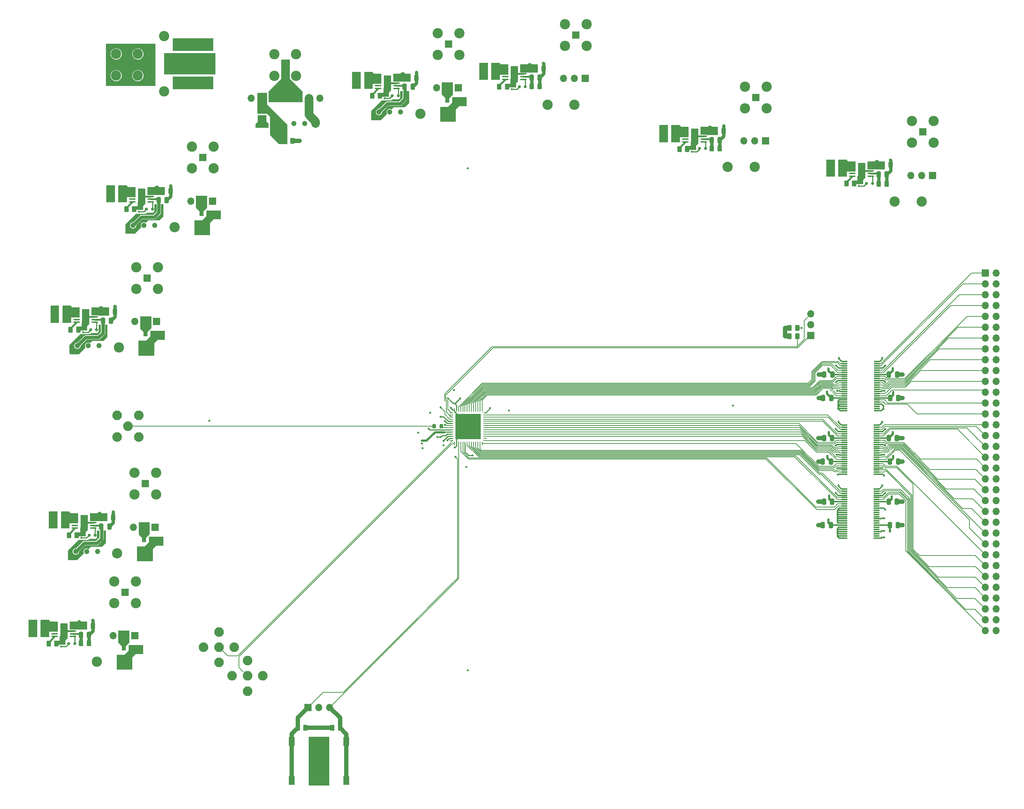
<source format=gbr>
%TF.GenerationSoftware,KiCad,Pcbnew,7.0.1-0*%
%TF.CreationDate,2023-04-17T18:48:32+01:00*%
%TF.ProjectId,cyborg65r2_thermo_pcb,6379626f-7267-4363-9572-325f74686572,rev?*%
%TF.SameCoordinates,Original*%
%TF.FileFunction,Copper,L1,Top*%
%TF.FilePolarity,Positive*%
%FSLAX46Y46*%
G04 Gerber Fmt 4.6, Leading zero omitted, Abs format (unit mm)*
G04 Created by KiCad (PCBNEW 7.0.1-0) date 2023-04-17 18:48:32*
%MOMM*%
%LPD*%
G01*
G04 APERTURE LIST*
G04 Aperture macros list*
%AMRoundRect*
0 Rectangle with rounded corners*
0 $1 Rounding radius*
0 $2 $3 $4 $5 $6 $7 $8 $9 X,Y pos of 4 corners*
0 Add a 4 corners polygon primitive as box body*
4,1,4,$2,$3,$4,$5,$6,$7,$8,$9,$2,$3,0*
0 Add four circle primitives for the rounded corners*
1,1,$1+$1,$2,$3*
1,1,$1+$1,$4,$5*
1,1,$1+$1,$6,$7*
1,1,$1+$1,$8,$9*
0 Add four rect primitives between the rounded corners*
20,1,$1+$1,$2,$3,$4,$5,0*
20,1,$1+$1,$4,$5,$6,$7,0*
20,1,$1+$1,$6,$7,$8,$9,0*
20,1,$1+$1,$8,$9,$2,$3,0*%
G04 Aperture macros list end*
%TA.AperFunction,ComponentPad*%
%ADD10R,1.785000X1.785000*%
%TD*%
%TA.AperFunction,ComponentPad*%
%ADD11C,2.400000*%
%TD*%
%TA.AperFunction,SMDPad,CuDef*%
%ADD12R,0.890000X1.020000*%
%TD*%
%TA.AperFunction,SMDPad,CuDef*%
%ADD13RoundRect,0.250000X0.250000X0.475000X-0.250000X0.475000X-0.250000X-0.475000X0.250000X-0.475000X0*%
%TD*%
%TA.AperFunction,SMDPad,CuDef*%
%ADD14RoundRect,0.250000X-0.250000X-0.475000X0.250000X-0.475000X0.250000X0.475000X-0.250000X0.475000X0*%
%TD*%
%TA.AperFunction,SMDPad,CuDef*%
%ADD15R,1.650000X2.850000*%
%TD*%
%TA.AperFunction,SMDPad,CuDef*%
%ADD16RoundRect,0.100000X-0.625000X-0.100000X0.625000X-0.100000X0.625000X0.100000X-0.625000X0.100000X0*%
%TD*%
%TA.AperFunction,SMDPad,CuDef*%
%ADD17RoundRect,0.250000X-0.262500X-0.450000X0.262500X-0.450000X0.262500X0.450000X-0.262500X0.450000X0*%
%TD*%
%TA.AperFunction,ComponentPad*%
%ADD18C,1.240000*%
%TD*%
%TA.AperFunction,SMDPad,CuDef*%
%ADD19RoundRect,0.250000X-0.475000X0.250000X-0.475000X-0.250000X0.475000X-0.250000X0.475000X0.250000X0*%
%TD*%
%TA.AperFunction,ComponentPad*%
%ADD20R,1.700000X1.700000*%
%TD*%
%TA.AperFunction,ComponentPad*%
%ADD21O,1.700000X1.700000*%
%TD*%
%TA.AperFunction,SMDPad,CuDef*%
%ADD22RoundRect,0.250000X0.262500X0.450000X-0.262500X0.450000X-0.262500X-0.450000X0.262500X-0.450000X0*%
%TD*%
%TA.AperFunction,SMDPad,CuDef*%
%ADD23R,1.475000X0.300000*%
%TD*%
%TA.AperFunction,SMDPad,CuDef*%
%ADD24RoundRect,0.250000X0.475000X-0.250000X0.475000X0.250000X-0.475000X0.250000X-0.475000X-0.250000X0*%
%TD*%
%TA.AperFunction,ComponentPad*%
%ADD25C,2.250000*%
%TD*%
%TA.AperFunction,SMDPad,CuDef*%
%ADD26RoundRect,0.150000X-0.150000X-0.200000X0.150000X-0.200000X0.150000X0.200000X-0.150000X0.200000X0*%
%TD*%
%TA.AperFunction,SMDPad,CuDef*%
%ADD27C,0.500000*%
%TD*%
%TA.AperFunction,SMDPad,CuDef*%
%ADD28R,5.900000X5.900000*%
%TD*%
%TA.AperFunction,SMDPad,CuDef*%
%ADD29RoundRect,0.062500X-0.062500X-0.375000X0.062500X-0.375000X0.062500X0.375000X-0.062500X0.375000X0*%
%TD*%
%TA.AperFunction,SMDPad,CuDef*%
%ADD30RoundRect,0.062500X-0.375000X-0.062500X0.375000X-0.062500X0.375000X0.062500X-0.375000X0.062500X0*%
%TD*%
%TA.AperFunction,SMDPad,CuDef*%
%ADD31R,1.400000X2.100000*%
%TD*%
%TA.AperFunction,SMDPad,CuDef*%
%ADD32R,0.880000X2.810000*%
%TD*%
%TA.AperFunction,SMDPad,CuDef*%
%ADD33RoundRect,0.200000X0.200000X0.275000X-0.200000X0.275000X-0.200000X-0.275000X0.200000X-0.275000X0*%
%TD*%
%TA.AperFunction,ViaPad*%
%ADD34C,0.500000*%
%TD*%
%TA.AperFunction,Conductor*%
%ADD35C,0.127000*%
%TD*%
%TA.AperFunction,Conductor*%
%ADD36C,0.256000*%
%TD*%
%TA.AperFunction,Conductor*%
%ADD37C,0.750000*%
%TD*%
%TA.AperFunction,Conductor*%
%ADD38C,0.400000*%
%TD*%
%TA.AperFunction,Conductor*%
%ADD39C,0.300000*%
%TD*%
%TA.AperFunction,Conductor*%
%ADD40C,0.500000*%
%TD*%
%TA.AperFunction,Conductor*%
%ADD41C,1.000000*%
%TD*%
%TA.AperFunction,Conductor*%
%ADD42C,0.254000*%
%TD*%
%TA.AperFunction,Conductor*%
%ADD43C,0.210000*%
%TD*%
%TA.AperFunction,Conductor*%
%ADD44C,0.166000*%
%TD*%
%TA.AperFunction,Conductor*%
%ADD45C,2.000000*%
%TD*%
G04 APERTURE END LIST*
D10*
%TO.P,J19,1,CNTR*%
%TO.N,Net-(J19-CNTR)*%
X145395000Y-79750000D03*
D11*
%TO.P,J19,2,GND*%
%TO.N,GND*%
X142855000Y-82290000D03*
%TO.P,J19,3,GND*%
X147935000Y-82290000D03*
%TO.P,J19,4,GND*%
X147935000Y-77210000D03*
%TO.P,J19,5,GND*%
X142855000Y-77210000D03*
%TD*%
D12*
%TO.P,L5,2*%
%TO.N,Net-(J32-Pin_2)*%
X202631000Y-66355000D03*
%TO.P,L5,1*%
%TO.N,VDDCCO*%
X204259000Y-66355000D03*
%TD*%
D11*
%TO.P,J26,5,GND*%
%TO.N,GND*%
X129405000Y-153695000D03*
%TO.P,J26,4,GND*%
X134485000Y-153695000D03*
%TO.P,J26,3,GND*%
X134485000Y-158775000D03*
%TO.P,J26,2,GND*%
X129405000Y-158775000D03*
D10*
%TO.P,J26,1,CNTR*%
%TO.N,Net-(J26-CNTR)*%
X131945000Y-156235000D03*
%TD*%
D13*
%TO.P,C51,2*%
%TO.N,GND*%
X290885000Y-160470000D03*
%TO.P,C51,1*%
%TO.N,VDDD2P5*%
X292785000Y-160470000D03*
%TD*%
D14*
%TO.P,C35,2*%
%TO.N,GND*%
X124765000Y-115890000D03*
%TO.P,C35,1*%
%TO.N,/VDDACORE/VDDOSC_INT*%
X122865000Y-115890000D03*
%TD*%
D15*
%TO.P,U5,13,GND*%
%TO.N,GND*%
X112810000Y-190415000D03*
D16*
%TO.P,U5,12,OUT*%
%TO.N,/VDDA2P5/VDDA2P5_INT*%
X114960000Y-188790000D03*
%TO.P,U5,11,OUT*%
X114960000Y-189440000D03*
%TO.P,U5,10,OUTS*%
X114960000Y-190090000D03*
%TO.P,U5,9,GND*%
%TO.N,GND*%
X114960000Y-190740000D03*
%TO.P,U5,8,SET*%
%TO.N,Net-(U5-SET)*%
X114960000Y-191390000D03*
%TO.P,U5,7,PGFB*%
%TO.N,Net-(D4-K)*%
X114960000Y-192040000D03*
%TO.P,U5,6,ILIM*%
%TO.N,Net-(U5-ILIM)*%
X110660000Y-192040000D03*
%TO.P,U5,5,PG*%
%TO.N,unconnected-(U5-PG-Pad5)*%
X110660000Y-191390000D03*
%TO.P,U5,4,EN/UV*%
%TO.N,VDDEXT*%
X110660000Y-190740000D03*
%TO.P,U5,3,IN*%
X110660000Y-190090000D03*
%TO.P,U5,2,IN*%
X110660000Y-189440000D03*
%TO.P,U5,1,IN*%
X110660000Y-188790000D03*
%TD*%
D17*
%TO.P,R10,2*%
%TO.N,GND*%
X116227500Y-120090000D03*
%TO.P,R10,1*%
%TO.N,Net-(U7-ILIM)*%
X114402500Y-120090000D03*
%TD*%
D11*
%TO.P,J9,1,PRB*%
%TO.N,VDDD1P2*%
X232435000Y-67340000D03*
%TD*%
%TO.P,J21,1,PRB*%
%TO.N,VDDOSC*%
X132015000Y-124290000D03*
%TD*%
D14*
%TO.P,C20,1*%
%TO.N,/VDDD1P2/VDD1P2_INT*%
X223285000Y-58940000D03*
%TO.P,C20,2*%
%TO.N,GND*%
X225185000Y-58940000D03*
%TD*%
D18*
%TO.P,VR2,3,CW*%
%TO.N,unconnected-(VR2-CW-Pad3)*%
X121065000Y-123890000D03*
%TO.P,VR2,2,WIPER*%
%TO.N,GND*%
X118525000Y-123890000D03*
%TO.P,VR2,1,CCW*%
%TO.N,Net-(U7-SET)*%
X115985000Y-123890000D03*
%TD*%
D17*
%TO.P,R4,1*%
%TO.N,Net-(U3-SET)*%
X264622500Y-77665000D03*
%TO.P,R4,2*%
%TO.N,GND*%
X266447500Y-77665000D03*
%TD*%
D19*
%TO.P,C48,1*%
%TO.N,VDDEXT*%
X146805000Y-59765000D03*
%TO.P,C48,2*%
%TO.N,GND*%
X146805000Y-61665000D03*
%TD*%
D20*
%TO.P,J38,1,Pin_1*%
%TO.N,Net-(J36-Pin_1)*%
X161785000Y-65820000D03*
D21*
%TO.P,J38,2,Pin_2*%
%TO.N,/IREF*%
X159245000Y-65820000D03*
%TO.P,J38,3,Pin_3*%
%TO.N,/IREF/IREF_INT*%
X156705000Y-65820000D03*
%TD*%
D15*
%TO.P,U9,13,GND*%
%TO.N,GND*%
X188600000Y-61960000D03*
D16*
%TO.P,U9,12,OUT*%
%TO.N,/VDDACORE/VDDCCO_INT*%
X190750000Y-60335000D03*
%TO.P,U9,11,OUT*%
X190750000Y-60985000D03*
%TO.P,U9,10,OUTS*%
X190750000Y-61635000D03*
%TO.P,U9,9,GND*%
%TO.N,GND*%
X190750000Y-62285000D03*
%TO.P,U9,8,SET*%
%TO.N,Net-(U9-SET)*%
X190750000Y-62935000D03*
%TO.P,U9,7,PGFB*%
%TO.N,Net-(D8-K)*%
X190750000Y-63585000D03*
%TO.P,U9,6,ILIM*%
%TO.N,Net-(U9-ILIM)*%
X186450000Y-63585000D03*
%TO.P,U9,5,PG*%
%TO.N,unconnected-(U9-PG-Pad5)*%
X186450000Y-62935000D03*
%TO.P,U9,4,EN/UV*%
%TO.N,VDDEXT*%
X186450000Y-62285000D03*
%TO.P,U9,3,IN*%
X186450000Y-61635000D03*
%TO.P,U9,2,IN*%
X186450000Y-60985000D03*
%TO.P,U9,1,IN*%
X186450000Y-60335000D03*
%TD*%
D22*
%TO.P,R17,2*%
%TO.N,/RSTB*%
X167607500Y-213465000D03*
%TO.P,R17,1*%
%TO.N,VDDD2P5*%
X169432500Y-213465000D03*
%TD*%
D14*
%TO.P,C24,2*%
%TO.N,GND*%
X119635000Y-189540000D03*
%TO.P,C24,1*%
%TO.N,/VDDA2P5/VDDA2P5_INT*%
X117735000Y-189540000D03*
%TD*%
D20*
%TO.P,J41,1,Pin_1*%
%TO.N,/SDA*%
X287790000Y-121526199D03*
D21*
%TO.P,J41,2,Pin_2*%
%TO.N,GND*%
X287790000Y-118986199D03*
%TO.P,J41,3,Pin_3*%
%TO.N,/SCL*%
X287790000Y-116446199D03*
%TD*%
D23*
%TO.P,U12,48,1~{OE}*%
%TO.N,GND*%
X303210000Y-157450000D03*
%TO.P,U12,47,1A1*%
%TO.N,/DIGBUF_LEVSHIFT/DOUT_BUF15*%
X303210000Y-157950000D03*
%TO.P,U12,46,1A2*%
%TO.N,/DIGBUF_LEVSHIFT/DOUT_BUF16*%
X303210000Y-158450000D03*
%TO.P,U12,45,GND_8*%
%TO.N,GND*%
X303210000Y-158950000D03*
%TO.P,U12,44,1A3*%
%TO.N,/DIGBUF_LEVSHIFT/DOUT_BUF17*%
X303210000Y-159450000D03*
%TO.P,U12,43,1A4*%
%TO.N,/DIGBUF_LEVSHIFT/DOUT_BUF18*%
X303210000Y-159950000D03*
%TO.P,U12,42,VCCA_2*%
%TO.N,VDD3P3*%
X303210000Y-160450000D03*
%TO.P,U12,41,1A5*%
%TO.N,unconnected-(U12-1A5-Pad41)*%
X303210000Y-160950000D03*
%TO.P,U12,40,1A6*%
%TO.N,unconnected-(U12-1A6-Pad40)*%
X303210000Y-161450000D03*
%TO.P,U12,39,GND_7*%
%TO.N,GND*%
X303210000Y-161950000D03*
%TO.P,U12,38,1A7*%
%TO.N,unconnected-(U12-1A7-Pad38)*%
X303210000Y-162450000D03*
%TO.P,U12,37,1A8*%
%TO.N,unconnected-(U12-1A8-Pad37)*%
X303210000Y-162950000D03*
%TO.P,U12,36,2A1*%
%TO.N,unconnected-(U12-2A1-Pad36)*%
X303210000Y-163450000D03*
%TO.P,U12,35,2A2*%
%TO.N,unconnected-(U12-2A2-Pad35)*%
X303210000Y-163950000D03*
%TO.P,U12,34,GND_6*%
%TO.N,GND*%
X303210000Y-164450000D03*
%TO.P,U12,33,2A3*%
%TO.N,unconnected-(U12-2A3-Pad33)*%
X303210000Y-164950000D03*
%TO.P,U12,32,2A4*%
%TO.N,unconnected-(U12-2A4-Pad32)*%
X303210000Y-165450000D03*
%TO.P,U12,31,VCCA_1*%
%TO.N,VDD3P3*%
X303210000Y-165950000D03*
%TO.P,U12,30,2A5*%
%TO.N,unconnected-(U12-2A5-Pad30)*%
X303210000Y-166450000D03*
%TO.P,U12,29,2A6*%
%TO.N,unconnected-(U12-2A6-Pad29)*%
X303210000Y-166950000D03*
%TO.P,U12,28,GND_5*%
%TO.N,GND*%
X303210000Y-167450000D03*
%TO.P,U12,27,2A7*%
%TO.N,unconnected-(U12-2A7-Pad27)*%
X303210000Y-167950000D03*
%TO.P,U12,26,2A8*%
%TO.N,unconnected-(U12-2A8-Pad26)*%
X303210000Y-168450000D03*
%TO.P,U12,25,2~{OE}*%
%TO.N,GND*%
X303210000Y-168950000D03*
%TO.P,U12,24,2DIR*%
X295634000Y-168950000D03*
%TO.P,U12,23,2B8*%
X295634000Y-168450000D03*
%TO.P,U12,22,2B7*%
X295634000Y-167950000D03*
%TO.P,U12,21,GND_4*%
X295634000Y-167450000D03*
%TO.P,U12,20,2B6*%
X295634000Y-166950000D03*
%TO.P,U12,19,2B5*%
X295634000Y-166450000D03*
%TO.P,U12,18,VCCB_2*%
%TO.N,VDDD2P5*%
X295634000Y-165950000D03*
%TO.P,U12,17,2B4*%
%TO.N,GND*%
X295634000Y-165450000D03*
%TO.P,U12,16,2B3*%
X295634000Y-164950000D03*
%TO.P,U12,15,GND_3*%
X295634000Y-164450000D03*
%TO.P,U12,14,2B2*%
X295634000Y-163950000D03*
%TO.P,U12,13,2B1*%
X295634000Y-163450000D03*
%TO.P,U12,12,1B8*%
X295634000Y-162950000D03*
%TO.P,U12,11,1B7*%
X295634000Y-162450000D03*
%TO.P,U12,10,GND_2*%
X295634000Y-161950000D03*
%TO.P,U12,9,1B6*%
%TO.N,/CCOUT*%
X295634000Y-161450000D03*
%TO.P,U12,8,1B5*%
%TO.N,/CLKRS*%
X295634000Y-160950000D03*
%TO.P,U12,7,VCCB_1*%
%TO.N,VDDD2P5*%
X295634000Y-160450000D03*
%TO.P,U12,6,1B4*%
%TO.N,/DOUT18*%
X295634000Y-159950000D03*
%TO.P,U12,5,1B3*%
%TO.N,/DOUT17*%
X295634000Y-159450000D03*
%TO.P,U12,4,GND_1*%
%TO.N,GND*%
X295634000Y-158950000D03*
%TO.P,U12,3,1B2*%
%TO.N,/DOUT16*%
X295634000Y-158450000D03*
%TO.P,U12,2,1B1*%
%TO.N,/DOUT15*%
X295634000Y-157950000D03*
%TO.P,U12,1,1DIR*%
%TO.N,GND*%
X295634000Y-157450000D03*
%TD*%
D13*
%TO.P,C53,2*%
%TO.N,GND*%
X290615000Y-151040000D03*
%TO.P,C53,1*%
%TO.N,VDDD2P5*%
X292515000Y-151040000D03*
%TD*%
D11*
%TO.P,J1,1,PRB*%
%TO.N,VDD3P3*%
X313740000Y-90050000D03*
%TD*%
D23*
%TO.P,U11,48,1~{OE}*%
%TO.N,GND*%
X303216000Y-142520000D03*
%TO.P,U11,47,1A1*%
%TO.N,/DIGBUF_LEVSHIFT/CLKOUT_BUF*%
X303216000Y-143020000D03*
%TO.P,U11,46,1A2*%
%TO.N,/DIGBUF_LEVSHIFT/DOUT_BUF0*%
X303216000Y-143520000D03*
%TO.P,U11,45,GND_8*%
%TO.N,GND*%
X303216000Y-144020000D03*
%TO.P,U11,44,1A3*%
%TO.N,/DIGBUF_LEVSHIFT/DOUT_BUF1*%
X303216000Y-144520000D03*
%TO.P,U11,43,1A4*%
%TO.N,/DIGBUF_LEVSHIFT/DOUT_BUF2*%
X303216000Y-145020000D03*
%TO.P,U11,42,VCCA_2*%
%TO.N,VDD3P3*%
X303216000Y-145520000D03*
%TO.P,U11,41,1A5*%
%TO.N,/DIGBUF_LEVSHIFT/DOUT_BUF3*%
X303216000Y-146020000D03*
%TO.P,U11,40,1A6*%
%TO.N,/DIGBUF_LEVSHIFT/DOUT_BUF4*%
X303216000Y-146520000D03*
%TO.P,U11,39,GND_7*%
%TO.N,GND*%
X303216000Y-147020000D03*
%TO.P,U11,38,1A7*%
%TO.N,/DIGBUF_LEVSHIFT/DOUT_BUF5*%
X303216000Y-147520000D03*
%TO.P,U11,37,1A8*%
%TO.N,/DIGBUF_LEVSHIFT/DOUT_BUF6*%
X303216000Y-148020000D03*
%TO.P,U11,36,2A1*%
%TO.N,/DIGBUF_LEVSHIFT/DOUT_BUF7*%
X303216000Y-148520000D03*
%TO.P,U11,35,2A2*%
%TO.N,/DIGBUF_LEVSHIFT/DOUT_BUF8*%
X303216000Y-149020000D03*
%TO.P,U11,34,GND_6*%
%TO.N,GND*%
X303216000Y-149520000D03*
%TO.P,U11,33,2A3*%
%TO.N,/DIGBUF_LEVSHIFT/DOUT_BUF9*%
X303216000Y-150020000D03*
%TO.P,U11,32,2A4*%
%TO.N,/DIGBUF_LEVSHIFT/DOUT_BUF10*%
X303216000Y-150520000D03*
%TO.P,U11,31,VCCA_1*%
%TO.N,VDD3P3*%
X303216000Y-151020000D03*
%TO.P,U11,30,2A5*%
%TO.N,/DIGBUF_LEVSHIFT/DOUT_BUF11*%
X303216000Y-151520000D03*
%TO.P,U11,29,2A6*%
%TO.N,/DIGBUF_LEVSHIFT/DOUT_BUF12*%
X303216000Y-152020000D03*
%TO.P,U11,28,GND_5*%
%TO.N,GND*%
X303216000Y-152520000D03*
%TO.P,U11,27,2A7*%
%TO.N,/DIGBUF_LEVSHIFT/DOUT_BUF13*%
X303216000Y-153020000D03*
%TO.P,U11,26,2A8*%
%TO.N,/DIGBUF_LEVSHIFT/DOUT_BUF14*%
X303216000Y-153520000D03*
%TO.P,U11,25,2~{OE}*%
%TO.N,GND*%
X303216000Y-154020000D03*
%TO.P,U11,24,2DIR*%
X295640000Y-154020000D03*
%TO.P,U11,23,2B8*%
%TO.N,/DOUT14*%
X295640000Y-153520000D03*
%TO.P,U11,22,2B7*%
%TO.N,/DOUT13*%
X295640000Y-153020000D03*
%TO.P,U11,21,GND_4*%
%TO.N,GND*%
X295640000Y-152520000D03*
%TO.P,U11,20,2B6*%
%TO.N,/DOUT12*%
X295640000Y-152020000D03*
%TO.P,U11,19,2B5*%
%TO.N,/DOUT11*%
X295640000Y-151520000D03*
%TO.P,U11,18,VCCB_2*%
%TO.N,VDDD2P5*%
X295640000Y-151020000D03*
%TO.P,U11,17,2B4*%
%TO.N,/DOUT10*%
X295640000Y-150520000D03*
%TO.P,U11,16,2B3*%
%TO.N,/DOUT9*%
X295640000Y-150020000D03*
%TO.P,U11,15,GND_3*%
%TO.N,GND*%
X295640000Y-149520000D03*
%TO.P,U11,14,2B2*%
%TO.N,/DOUT8*%
X295640000Y-149020000D03*
%TO.P,U11,13,2B1*%
%TO.N,/DOUT7*%
X295640000Y-148520000D03*
%TO.P,U11,12,1B8*%
%TO.N,/DOUT6*%
X295640000Y-148020000D03*
%TO.P,U11,11,1B7*%
%TO.N,/DOUT5*%
X295640000Y-147520000D03*
%TO.P,U11,10,GND_2*%
%TO.N,GND*%
X295640000Y-147020000D03*
%TO.P,U11,9,1B6*%
%TO.N,/DOUT4*%
X295640000Y-146520000D03*
%TO.P,U11,8,1B5*%
%TO.N,/DOUT3*%
X295640000Y-146020000D03*
%TO.P,U11,7,VCCB_1*%
%TO.N,VDDD2P5*%
X295640000Y-145520000D03*
%TO.P,U11,6,1B4*%
%TO.N,/DOUT2*%
X295640000Y-145020000D03*
%TO.P,U11,5,1B3*%
%TO.N,/DOUT1*%
X295640000Y-144520000D03*
%TO.P,U11,4,GND_1*%
%TO.N,GND*%
X295640000Y-144020000D03*
%TO.P,U11,3,1B2*%
%TO.N,/DOUT0*%
X295640000Y-143520000D03*
%TO.P,U11,2,1B1*%
%TO.N,/CLKOUT*%
X295640000Y-143020000D03*
%TO.P,U11,1,1DIR*%
%TO.N,GND*%
X295640000Y-142520000D03*
%TD*%
D13*
%TO.P,C21,2*%
%TO.N,GND*%
X106035000Y-188940000D03*
%TO.P,C21,1*%
%TO.N,VDDEXT*%
X107935000Y-188940000D03*
%TD*%
D12*
%TO.P,L4,2*%
%TO.N,Net-(J28-Pin_2)*%
X131601000Y-169405000D03*
%TO.P,L4,1*%
%TO.N,VDDTQ*%
X133229000Y-169405000D03*
%TD*%
D13*
%TO.P,C29,2*%
%TO.N,GND*%
X111165000Y-115290000D03*
%TO.P,C29,1*%
%TO.N,VDDEXT*%
X113065000Y-115290000D03*
%TD*%
D11*
%TO.P,J29,1,PRB*%
%TO.N,VDDCCO*%
X202675000Y-69485000D03*
%TD*%
D20*
%TO.P,J36,1,Pin_1*%
%TO.N,Net-(J36-Pin_1)*%
X167735000Y-65820000D03*
D21*
%TO.P,J36,2,Pin_2*%
%TO.N,Net-(J36-Pin_2)*%
X170275000Y-65820000D03*
%TO.P,J36,3,Pin_3*%
%TO.N,VDDCCO*%
X172815000Y-65820000D03*
%TD*%
D24*
%TO.P,C45,1*%
%TO.N,VDDEXT*%
X144305000Y-55765000D03*
%TO.P,C45,2*%
%TO.N,GND*%
X144305000Y-53865000D03*
%TD*%
D19*
%TO.P,C42,1*%
%TO.N,VDDEXT*%
X139305000Y-59765000D03*
%TO.P,C42,2*%
%TO.N,GND*%
X139305000Y-61665000D03*
%TD*%
D25*
%TO.P,J47,5,GND*%
%TO.N,GND*%
X125275000Y-145280000D03*
%TO.P,J47,4,GND*%
X125275000Y-140200000D03*
%TO.P,J47,3,GND*%
X130355000Y-140200000D03*
%TO.P,J47,2,GND*%
X130355000Y-145280000D03*
%TO.P,J47,1,CNTR*%
%TO.N,Net-(J47-CNTR)*%
X127815000Y-142740000D03*
%TD*%
D11*
%TO.P,J15,5,GND*%
%TO.N,GND*%
X124645000Y-179100000D03*
%TO.P,J15,4,GND*%
X129725000Y-179100000D03*
%TO.P,J15,3,GND*%
X129725000Y-184180000D03*
%TO.P,J15,2,GND*%
X124645000Y-184180000D03*
D10*
%TO.P,J15,1,CNTR*%
%TO.N,Net-(J15-CNTR)*%
X127185000Y-181640000D03*
%TD*%
D13*
%TO.P,C30,2*%
%TO.N,GND*%
X110795000Y-163535000D03*
%TO.P,C30,1*%
%TO.N,VDDEXT*%
X112695000Y-163535000D03*
%TD*%
D26*
%TO.P,D1,2,A*%
%TO.N,VDDEXT*%
X300840000Y-85850000D03*
%TO.P,D1,1,K*%
%TO.N,Net-(D1-K)*%
X302240000Y-85850000D03*
%TD*%
D13*
%TO.P,C25,1*%
%TO.N,VDDEXT*%
X126145000Y-87050000D03*
%TO.P,C25,2*%
%TO.N,GND*%
X124245000Y-87050000D03*
%TD*%
D11*
%TO.P,J17,1,PRB*%
%TO.N,VREF*%
X145095000Y-96050000D03*
%TD*%
D13*
%TO.P,C13,1*%
%TO.N,VDDEXT*%
X255685000Y-73105000D03*
%TO.P,C13,2*%
%TO.N,GND*%
X253785000Y-73105000D03*
%TD*%
D16*
%TO.P,U3,1,IN*%
%TO.N,VDDEXT*%
X258405000Y-72815000D03*
%TO.P,U3,2,IN*%
X258405000Y-73465000D03*
%TO.P,U3,3,IN*%
X258405000Y-74115000D03*
%TO.P,U3,4,EN/UV*%
X258405000Y-74765000D03*
%TO.P,U3,5,PG*%
%TO.N,unconnected-(U3-PG-Pad5)*%
X258405000Y-75415000D03*
%TO.P,U3,6,ILIM*%
%TO.N,Net-(U3-ILIM)*%
X258405000Y-76065000D03*
%TO.P,U3,7,PGFB*%
%TO.N,Net-(D2-K)*%
X262705000Y-76065000D03*
%TO.P,U3,8,SET*%
%TO.N,Net-(U3-SET)*%
X262705000Y-75415000D03*
%TO.P,U3,9,GND*%
%TO.N,GND*%
X262705000Y-74765000D03*
%TO.P,U3,10,OUTS*%
%TO.N,/VDDD2P5/VDDD2P5_INT*%
X262705000Y-74115000D03*
%TO.P,U3,11,OUT*%
X262705000Y-73465000D03*
%TO.P,U3,12,OUT*%
X262705000Y-72815000D03*
D15*
%TO.P,U3,13,GND*%
%TO.N,GND*%
X260555000Y-74440000D03*
%TD*%
D17*
%TO.P,R5,1*%
%TO.N,Net-(U4-ILIM)*%
X214822500Y-63140000D03*
%TO.P,R5,2*%
%TO.N,GND*%
X216647500Y-63140000D03*
%TD*%
D11*
%TO.P,J2,1,PRB*%
%TO.N,GND*%
X307440000Y-90050000D03*
%TD*%
%TO.P,J23,1,PRB*%
%TO.N,VDDTQ*%
X131645000Y-172535000D03*
%TD*%
D27*
%TO.P,FID1,*%
%TO.N,*%
X269585000Y-137920000D03*
%TD*%
D28*
%TO.P,U1,57,VSSD*%
%TO.N,GND*%
X207543312Y-142837000D03*
D29*
%TO.P,U1,56,VSSD*%
X204293312Y-138899500D03*
%TO.P,U1,55,VDDD*%
%TO.N,VDDD1P2*%
X204793312Y-138899500D03*
%TO.P,U1,54,AUX11*%
%TO.N,/AUX11*%
X205293312Y-138899500D03*
%TO.P,U1,53,AUX10*%
%TO.N,/AUX10*%
X205793312Y-138899500D03*
%TO.P,U1,52,AUX9*%
%TO.N,/AUX9*%
X206293312Y-138899500D03*
%TO.P,U1,51,AUX8*%
%TO.N,/AUX8*%
X206793312Y-138899500D03*
%TO.P,U1,50,AUX7*%
%TO.N,/AUX7*%
X207293312Y-138899500D03*
%TO.P,U1,49,AUX6*%
%TO.N,/AUX6*%
X207793312Y-138899500D03*
%TO.P,U1,48,AUX5*%
%TO.N,/AUX5*%
X208293312Y-138899500D03*
%TO.P,U1,47,AUX4*%
%TO.N,/AUX4*%
X208793312Y-138899500D03*
%TO.P,U1,46,AUX3*%
%TO.N,/AUX3*%
X209293312Y-138899500D03*
%TO.P,U1,45,AUX2*%
%TO.N,/AUX2*%
X209793312Y-138899500D03*
%TO.P,U1,44,AUX1*%
%TO.N,/AUX1*%
X210293312Y-138899500D03*
%TO.P,U1,43,AUX0*%
%TO.N,/AUX0*%
X210793312Y-138899500D03*
D30*
%TO.P,U1,42,VDDIOD*%
%TO.N,VDDD2P5*%
X211480812Y-139587000D03*
%TO.P,U1,41,CLKOUT*%
%TO.N,/CLKOUT*%
X211480812Y-140087000D03*
%TO.P,U1,40,DOUT0*%
%TO.N,/DOUT0*%
X211480812Y-140587000D03*
%TO.P,U1,39,DOUT1*%
%TO.N,/DOUT1*%
X211480812Y-141087000D03*
%TO.P,U1,38,DOUT2*%
%TO.N,/DOUT2*%
X211480812Y-141587000D03*
%TO.P,U1,37,DOUT3*%
%TO.N,/DOUT3*%
X211480812Y-142087000D03*
%TO.P,U1,36,DOUT4*%
%TO.N,/DOUT4*%
X211480812Y-142587000D03*
%TO.P,U1,35,DOUT5*%
%TO.N,/DOUT5*%
X211480812Y-143087000D03*
%TO.P,U1,34,DOUT6*%
%TO.N,/DOUT6*%
X211480812Y-143587000D03*
%TO.P,U1,33,DOUT7*%
%TO.N,/DOUT7*%
X211480812Y-144087000D03*
%TO.P,U1,32,DOUT8*%
%TO.N,/DOUT8*%
X211480812Y-144587000D03*
%TO.P,U1,31,DOUT9*%
%TO.N,/DOUT9*%
X211480812Y-145087000D03*
%TO.P,U1,30,NC*%
%TO.N,unconnected-(U1-NC-Pad30)*%
X211480812Y-145587000D03*
%TO.P,U1,29,DOUT10*%
%TO.N,/DOUT10*%
X211480812Y-146087000D03*
D29*
%TO.P,U1,28,DOUT11*%
%TO.N,/DOUT11*%
X210793312Y-146774500D03*
%TO.P,U1,27,DOUT12*%
%TO.N,/DOUT12*%
X210293312Y-146774500D03*
%TO.P,U1,26,DOUT13*%
%TO.N,/DOUT13*%
X209793312Y-146774500D03*
%TO.P,U1,25,DOUT14*%
%TO.N,/DOUT14*%
X209293312Y-146774500D03*
%TO.P,U1,24,DOUT15*%
%TO.N,/DOUT15*%
X208793312Y-146774500D03*
%TO.P,U1,23,DOUT16*%
%TO.N,/DOUT16*%
X208293312Y-146774500D03*
%TO.P,U1,22,DOUT17*%
%TO.N,/DOUT17*%
X207793312Y-146774500D03*
%TO.P,U1,21,DOUT18*%
%TO.N,/DOUT18*%
X207293312Y-146774500D03*
%TO.P,U1,20,VDDIOD*%
%TO.N,VDDD2P5*%
X206793312Y-146774500D03*
%TO.P,U1,19,CLKRS*%
%TO.N,/CLKRS*%
X206293312Y-146774500D03*
%TO.P,U1,18,CCOOUT*%
%TO.N,/CCOUT*%
X205793312Y-146774500D03*
%TO.P,U1,17,RSTBCLK*%
%TO.N,/RSTBCLK*%
X205293312Y-146774500D03*
%TO.P,U1,16,VSSCNTRTP*%
%TO.N,GND*%
X204793312Y-146774500D03*
%TO.P,U1,15,CLKINN*%
%TO.N,/CLKIN_N*%
X204293312Y-146774500D03*
D30*
%TO.P,U1,14,CLKINP*%
%TO.N,/CLKIN_P*%
X203605812Y-146087000D03*
%TO.P,U1,13,VSSIOA*%
%TO.N,GND*%
X203605812Y-145587000D03*
%TO.P,U1,12,VDDIOA*%
%TO.N,VDDA2P5*%
X203605812Y-145087000D03*
%TO.P,U1,11,VDDTQ*%
%TO.N,VDDTQ*%
X203605812Y-144587000D03*
%TO.P,U1,10,VDDOSC*%
%TO.N,VDDOSC*%
X203605812Y-144087000D03*
%TO.P,U1,9,VREF*%
%TO.N,VREF*%
X203605812Y-143587000D03*
%TO.P,U1,8,IN*%
%TO.N,/IN*%
X203605812Y-143087000D03*
%TO.P,U1,7,IBIAS*%
%TO.N,/IREF*%
X203605812Y-142587000D03*
%TO.P,U1,6,VSSA*%
%TO.N,GND*%
X203605812Y-142087000D03*
%TO.P,U1,5,VDDCCO*%
%TO.N,VDDCCO*%
X203605812Y-141587000D03*
%TO.P,U1,4,RSTB*%
%TO.N,/RSTB*%
X203605812Y-141087000D03*
%TO.P,U1,3,SCL*%
%TO.N,/SCL*%
X203605812Y-140587000D03*
%TO.P,U1,2,NC*%
%TO.N,unconnected-(U1-NC-Pad2)*%
X203605812Y-140087000D03*
%TO.P,U1,1,SDA*%
%TO.N,/SDA*%
X203605812Y-139587000D03*
%TD*%
D26*
%TO.P,D3,1,K*%
%TO.N,Net-(D3-K)*%
X220935000Y-63140000D03*
%TO.P,D3,2,A*%
%TO.N,VDDEXT*%
X219535000Y-63140000D03*
%TD*%
D15*
%TO.P,U8,13,GND*%
%TO.N,GND*%
X117570000Y-165010000D03*
D16*
%TO.P,U8,12,OUT*%
%TO.N,/VDDACORE/VDDTQ_INT*%
X119720000Y-163385000D03*
%TO.P,U8,11,OUT*%
X119720000Y-164035000D03*
%TO.P,U8,10,OUTS*%
X119720000Y-164685000D03*
%TO.P,U8,9,GND*%
%TO.N,GND*%
X119720000Y-165335000D03*
%TO.P,U8,8,SET*%
%TO.N,Net-(U8-SET)*%
X119720000Y-165985000D03*
%TO.P,U8,7,PGFB*%
%TO.N,Net-(D7-K)*%
X119720000Y-166635000D03*
%TO.P,U8,6,ILIM*%
%TO.N,Net-(U8-ILIM)*%
X115420000Y-166635000D03*
%TO.P,U8,5,PG*%
%TO.N,unconnected-(U8-PG-Pad5)*%
X115420000Y-165985000D03*
%TO.P,U8,4,EN/UV*%
%TO.N,VDDEXT*%
X115420000Y-165335000D03*
%TO.P,U8,3,IN*%
X115420000Y-164685000D03*
%TO.P,U8,2,IN*%
X115420000Y-164035000D03*
%TO.P,U8,1,IN*%
X115420000Y-163385000D03*
%TD*%
D11*
%TO.P,J18,1,PRB*%
%TO.N,GND*%
X138785000Y-96050000D03*
%TD*%
D20*
%TO.P,J20,1,Pin_1*%
%TO.N,Net-(J19-CNTR)*%
X147625000Y-89950000D03*
D21*
%TO.P,J20,2,Pin_2*%
%TO.N,Net-(J20-Pin_2)*%
X145085000Y-89950000D03*
%TO.P,J20,3,Pin_3*%
%TO.N,/VREF/VREF_INT*%
X142545000Y-89950000D03*
%TD*%
D14*
%TO.P,C27,1*%
%TO.N,Net-(U6-SET)*%
X135045000Y-89750000D03*
%TO.P,C27,2*%
%TO.N,GND*%
X136945000Y-89750000D03*
%TD*%
D17*
%TO.P,R18,2*%
%TO.N,/RSTBCLK*%
X177532500Y-213465000D03*
%TO.P,R18,1*%
%TO.N,VDDD2P5*%
X175707500Y-213465000D03*
%TD*%
D11*
%TO.P,J13,1,PRB*%
%TO.N,VDDA2P5*%
X126885000Y-197940000D03*
%TD*%
D17*
%TO.P,R7,2*%
%TO.N,GND*%
X111097500Y-193740000D03*
%TO.P,R7,1*%
%TO.N,Net-(U5-ILIM)*%
X109272500Y-193740000D03*
%TD*%
%TO.P,R15,1*%
%TO.N,VDDD2P5*%
X282790000Y-121656199D03*
%TO.P,R15,2*%
%TO.N,/SCL*%
X284615000Y-121656199D03*
%TD*%
D13*
%TO.P,C52,2*%
%TO.N,GND*%
X290940000Y-130610000D03*
%TO.P,C52,1*%
%TO.N,VDDD2P5*%
X292840000Y-130610000D03*
%TD*%
D27*
%TO.P,FID2,*%
%TO.N,*%
X207425000Y-82305000D03*
%TD*%
D10*
%TO.P,J37,1,CNTR*%
%TO.N,Net-(J36-Pin_1)*%
X164680000Y-58090000D03*
D11*
%TO.P,J37,2,GND*%
%TO.N,GND*%
X162140000Y-60630000D03*
%TO.P,J37,3,GND*%
X167220000Y-60630000D03*
%TO.P,J37,4,GND*%
X167220000Y-55550000D03*
%TO.P,J37,5,GND*%
X162140000Y-55550000D03*
%TD*%
D31*
%TO.P,S2,4,A*%
%TO.N,GND*%
X174220000Y-225765000D03*
%TO.P,S2,3,A*%
X174220000Y-216665000D03*
%TO.P,S2,2,B*%
%TO.N,/RSTBCLK*%
X179020000Y-225765000D03*
%TO.P,S2,1,B*%
X179020000Y-216665000D03*
%TD*%
D21*
%TO.P,J48,3,Pin_3*%
%TO.N,/RSTBCLK*%
X175110000Y-208665000D03*
%TO.P,J48,2,Pin_2*%
%TO.N,GND*%
X172570000Y-208665000D03*
D20*
%TO.P,J48,1,Pin_1*%
%TO.N,/RSTB*%
X170030000Y-208665000D03*
%TD*%
D19*
%TO.P,C41,1*%
%TO.N,VDDEXT*%
X141805000Y-59765000D03*
%TO.P,C41,2*%
%TO.N,GND*%
X141805000Y-61665000D03*
%TD*%
D17*
%TO.P,R12,2*%
%TO.N,GND*%
X186887500Y-65285000D03*
%TO.P,R12,1*%
%TO.N,Net-(U9-ILIM)*%
X185062500Y-65285000D03*
%TD*%
D16*
%TO.P,U4,1,IN*%
%TO.N,VDDEXT*%
X216210000Y-58190000D03*
%TO.P,U4,2,IN*%
X216210000Y-58840000D03*
%TO.P,U4,3,IN*%
X216210000Y-59490000D03*
%TO.P,U4,4,EN/UV*%
X216210000Y-60140000D03*
%TO.P,U4,5,PG*%
%TO.N,unconnected-(U4-PG-Pad5)*%
X216210000Y-60790000D03*
%TO.P,U4,6,ILIM*%
%TO.N,Net-(U4-ILIM)*%
X216210000Y-61440000D03*
%TO.P,U4,7,PGFB*%
%TO.N,Net-(D3-K)*%
X220510000Y-61440000D03*
%TO.P,U4,8,SET*%
%TO.N,Net-(U4-SET)*%
X220510000Y-60790000D03*
%TO.P,U4,9,GND*%
%TO.N,GND*%
X220510000Y-60140000D03*
%TO.P,U4,10,OUTS*%
%TO.N,/VDDD1P2/VDD1P2_INT*%
X220510000Y-59490000D03*
%TO.P,U4,11,OUT*%
X220510000Y-58840000D03*
%TO.P,U4,12,OUT*%
X220510000Y-58190000D03*
D15*
%TO.P,U4,13,GND*%
%TO.N,GND*%
X218360000Y-59815000D03*
%TD*%
D11*
%TO.P,J14,1,PRB*%
%TO.N,GND*%
X120575000Y-197940000D03*
%TD*%
D13*
%TO.P,C31,2*%
%TO.N,GND*%
X111165000Y-117690000D03*
%TO.P,C31,1*%
%TO.N,VDDEXT*%
X113065000Y-117690000D03*
%TD*%
D11*
%TO.P,J24,1,PRB*%
%TO.N,GND*%
X125325000Y-172535000D03*
%TD*%
D13*
%TO.P,C38,2*%
%TO.N,GND*%
X181825000Y-60485000D03*
%TO.P,C38,1*%
%TO.N,VDDEXT*%
X183725000Y-60485000D03*
%TD*%
D27*
%TO.P,FID3,*%
%TO.N,*%
X146880000Y-141425000D03*
%TD*%
D32*
%TO.P,F1,1,1*%
%TO.N,Net-(J33-CNTR)*%
X133750000Y-57905000D03*
%TO.P,F1,2,2*%
%TO.N,VDDEXT*%
X137020000Y-57905000D03*
%TD*%
D12*
%TO.P,L2,1*%
%TO.N,VREF*%
X146679000Y-92920000D03*
%TO.P,L2,2*%
%TO.N,Net-(J20-Pin_2)*%
X145051000Y-92920000D03*
%TD*%
D14*
%TO.P,C59,2*%
%TO.N,GND*%
X308235000Y-151040000D03*
%TO.P,C59,1*%
%TO.N,VDD3P3*%
X306335000Y-151040000D03*
%TD*%
D13*
%TO.P,C26,1*%
%TO.N,VDDEXT*%
X126145000Y-89450000D03*
%TO.P,C26,2*%
%TO.N,GND*%
X124245000Y-89450000D03*
%TD*%
D10*
%TO.P,J11,1,CNTR*%
%TO.N,Net-(J11-CNTR)*%
X232735000Y-51040000D03*
D11*
%TO.P,J11,2,GND*%
%TO.N,GND*%
X230195000Y-53580000D03*
%TO.P,J11,3,GND*%
X235275000Y-53580000D03*
%TO.P,J11,4,GND*%
X235275000Y-48500000D03*
%TO.P,J11,5,GND*%
X230195000Y-48500000D03*
%TD*%
D14*
%TO.P,C58,2*%
%TO.N,GND*%
X308010000Y-130610000D03*
%TO.P,C58,1*%
%TO.N,VDD3P3*%
X306110000Y-130610000D03*
%TD*%
D21*
%TO.P,J16,3,Pin_3*%
%TO.N,/VDDA2P5/VDDA2P5_INT*%
X124335000Y-191840000D03*
%TO.P,J16,2,Pin_2*%
%TO.N,Net-(J16-Pin_2)*%
X126875000Y-191840000D03*
D20*
%TO.P,J16,1,Pin_1*%
%TO.N,Net-(J15-CNTR)*%
X129415000Y-191840000D03*
%TD*%
D25*
%TO.P,J40,5,GND*%
%TO.N,GND*%
X155847887Y-204839136D03*
%TO.P,J40,4,GND*%
X152255785Y-201247034D03*
%TO.P,J40,3,GND*%
X155847887Y-197654932D03*
%TO.P,J40,2,GND*%
X159439989Y-201247034D03*
%TO.P,J40,1,CNTR*%
%TO.N,/CLKIN_N*%
X155847887Y-201247034D03*
%TD*%
D21*
%TO.P,J27,3,Pin_3*%
%TO.N,/VDDACORE/VDDOSC_INT*%
X129465000Y-118190000D03*
%TO.P,J27,2,Pin_2*%
%TO.N,Net-(J27-Pin_2)*%
X132005000Y-118190000D03*
D20*
%TO.P,J27,1,Pin_1*%
%TO.N,Net-(J25-CNTR)*%
X134545000Y-118190000D03*
%TD*%
D16*
%TO.P,U6,1,IN*%
%TO.N,VDDEXT*%
X128870000Y-86900000D03*
%TO.P,U6,2,IN*%
X128870000Y-87550000D03*
%TO.P,U6,3,IN*%
X128870000Y-88200000D03*
%TO.P,U6,4,EN/UV*%
X128870000Y-88850000D03*
%TO.P,U6,5,PG*%
%TO.N,unconnected-(U6-PG-Pad5)*%
X128870000Y-89500000D03*
%TO.P,U6,6,ILIM*%
%TO.N,Net-(U6-ILIM)*%
X128870000Y-90150000D03*
%TO.P,U6,7,PGFB*%
%TO.N,Net-(D5-K)*%
X133170000Y-90150000D03*
%TO.P,U6,8,SET*%
%TO.N,Net-(U6-SET)*%
X133170000Y-89500000D03*
%TO.P,U6,9,GND*%
%TO.N,GND*%
X133170000Y-88850000D03*
%TO.P,U6,10,OUTS*%
%TO.N,/VREF/VREF_INT*%
X133170000Y-88200000D03*
%TO.P,U6,11,OUT*%
X133170000Y-87550000D03*
%TO.P,U6,12,OUT*%
X133170000Y-86900000D03*
D15*
%TO.P,U6,13,GND*%
%TO.N,GND*%
X131020000Y-88525000D03*
%TD*%
D26*
%TO.P,D2,1,K*%
%TO.N,Net-(D2-K)*%
X263135000Y-77665000D03*
%TO.P,D2,2,A*%
%TO.N,VDDEXT*%
X261735000Y-77665000D03*
%TD*%
D10*
%TO.P,J7,1,CNTR*%
%TO.N,Net-(J7-CNTR)*%
X274935000Y-65665000D03*
D11*
%TO.P,J7,2,GND*%
%TO.N,GND*%
X272395000Y-68205000D03*
%TO.P,J7,3,GND*%
X277475000Y-68205000D03*
%TO.P,J7,4,GND*%
X277475000Y-63125000D03*
%TO.P,J7,5,GND*%
X272395000Y-63125000D03*
%TD*%
D15*
%TO.P,U7,13,GND*%
%TO.N,GND*%
X117940000Y-116765000D03*
D16*
%TO.P,U7,12,OUT*%
%TO.N,/VDDACORE/VDDOSC_INT*%
X120090000Y-115140000D03*
%TO.P,U7,11,OUT*%
X120090000Y-115790000D03*
%TO.P,U7,10,OUTS*%
X120090000Y-116440000D03*
%TO.P,U7,9,GND*%
%TO.N,GND*%
X120090000Y-117090000D03*
%TO.P,U7,8,SET*%
%TO.N,Net-(U7-SET)*%
X120090000Y-117740000D03*
%TO.P,U7,7,PGFB*%
%TO.N,Net-(D6-K)*%
X120090000Y-118390000D03*
%TO.P,U7,6,ILIM*%
%TO.N,Net-(U7-ILIM)*%
X115790000Y-118390000D03*
%TO.P,U7,5,PG*%
%TO.N,unconnected-(U7-PG-Pad5)*%
X115790000Y-117740000D03*
%TO.P,U7,4,EN/UV*%
%TO.N,VDDEXT*%
X115790000Y-117090000D03*
%TO.P,U7,3,IN*%
X115790000Y-116440000D03*
%TO.P,U7,2,IN*%
X115790000Y-115790000D03*
%TO.P,U7,1,IN*%
X115790000Y-115140000D03*
%TD*%
D17*
%TO.P,R9,1*%
%TO.N,Net-(U6-ILIM)*%
X127482500Y-91850000D03*
%TO.P,R9,2*%
%TO.N,GND*%
X129307500Y-91850000D03*
%TD*%
D18*
%TO.P,VR1,1,CCW*%
%TO.N,Net-(U6-SET)*%
X129065000Y-95650000D03*
%TO.P,VR1,2,WIPER*%
%TO.N,GND*%
X131605000Y-95650000D03*
%TO.P,VR1,3,CW*%
%TO.N,unconnected-(VR1-CW-Pad3)*%
X134145000Y-95650000D03*
%TD*%
D14*
%TO.P,C39,2*%
%TO.N,GND*%
X194525000Y-63185000D03*
%TO.P,C39,1*%
%TO.N,Net-(U9-SET)*%
X192625000Y-63185000D03*
%TD*%
D15*
%TO.P,U2,13,GND*%
%TO.N,GND*%
X299665000Y-82525000D03*
D16*
%TO.P,U2,12,OUT*%
%TO.N,/VDD3P3/VDD3P3_INT*%
X301815000Y-80900000D03*
%TO.P,U2,11,OUT*%
X301815000Y-81550000D03*
%TO.P,U2,10,OUTS*%
X301815000Y-82200000D03*
%TO.P,U2,9,GND*%
%TO.N,GND*%
X301815000Y-82850000D03*
%TO.P,U2,8,SET*%
%TO.N,Net-(U2-SET)*%
X301815000Y-83500000D03*
%TO.P,U2,7,PGFB*%
%TO.N,Net-(D1-K)*%
X301815000Y-84150000D03*
%TO.P,U2,6,ILIM*%
%TO.N,Net-(U2-ILIM)*%
X297515000Y-84150000D03*
%TO.P,U2,5,PG*%
%TO.N,unconnected-(U2-PG-Pad5)*%
X297515000Y-83500000D03*
%TO.P,U2,4,EN/UV*%
%TO.N,VDDEXT*%
X297515000Y-82850000D03*
%TO.P,U2,3,IN*%
X297515000Y-82200000D03*
%TO.P,U2,2,IN*%
X297515000Y-81550000D03*
%TO.P,U2,1,IN*%
X297515000Y-80900000D03*
%TD*%
D19*
%TO.P,C49,1*%
%TO.N,/IREF*%
X159260000Y-68870000D03*
%TO.P,C49,2*%
%TO.N,GND*%
X159260000Y-70770000D03*
%TD*%
D13*
%TO.P,C10,2*%
%TO.N,GND*%
X292890000Y-83450000D03*
%TO.P,C10,1*%
%TO.N,VDDEXT*%
X294790000Y-83450000D03*
%TD*%
D23*
%TO.P,U10,48,1~{OE}*%
%TO.N,GND*%
X303271000Y-127590000D03*
%TO.P,U10,47,1A1*%
%TO.N,/DIGBUF_LEVSHIFT/AUX_BUF11*%
X303271000Y-128090000D03*
%TO.P,U10,46,1A2*%
%TO.N,/DIGBUF_LEVSHIFT/AUX_BUF10*%
X303271000Y-128590000D03*
%TO.P,U10,45,GND_8*%
%TO.N,GND*%
X303271000Y-129090000D03*
%TO.P,U10,44,1A3*%
%TO.N,/DIGBUF_LEVSHIFT/AUX_BUF9*%
X303271000Y-129590000D03*
%TO.P,U10,43,1A4*%
%TO.N,/DIGBUF_LEVSHIFT/AUX_BUF8*%
X303271000Y-130090000D03*
%TO.P,U10,42,VCCA_2*%
%TO.N,VDD3P3*%
X303271000Y-130590000D03*
%TO.P,U10,41,1A5*%
%TO.N,/DIGBUF_LEVSHIFT/AUX_BUF7*%
X303271000Y-131090000D03*
%TO.P,U10,40,1A6*%
%TO.N,/DIGBUF_LEVSHIFT/AUX_BUF6*%
X303271000Y-131590000D03*
%TO.P,U10,39,GND_7*%
%TO.N,GND*%
X303271000Y-132090000D03*
%TO.P,U10,38,1A7*%
%TO.N,/DIGBUF_LEVSHIFT/AUX_BUF5*%
X303271000Y-132590000D03*
%TO.P,U10,37,1A8*%
%TO.N,/DIGBUF_LEVSHIFT/AUX_BUF4*%
X303271000Y-133090000D03*
%TO.P,U10,36,2A1*%
%TO.N,/DIGBUF_LEVSHIFT/AUX_BUF3*%
X303271000Y-133590000D03*
%TO.P,U10,35,2A2*%
%TO.N,/DIGBUF_LEVSHIFT/AUX_BUF2*%
X303271000Y-134090000D03*
%TO.P,U10,34,GND_6*%
%TO.N,GND*%
X303271000Y-134590000D03*
%TO.P,U10,33,2A3*%
%TO.N,/DIGBUF_LEVSHIFT/AUX_BUF1*%
X303271000Y-135090000D03*
%TO.P,U10,32,2A4*%
%TO.N,/DIGBUF_LEVSHIFT/AUX_BUF0*%
X303271000Y-135590000D03*
%TO.P,U10,31,VCCA_1*%
%TO.N,VDD3P3*%
X303271000Y-136090000D03*
%TO.P,U10,30,2A5*%
%TO.N,/DIGBUF_LEVSHIFT/CLKRS_BUF*%
X303271000Y-136590000D03*
%TO.P,U10,29,2A6*%
%TO.N,/DIGBUF_LEVSHIFT/CCOUT_BUF*%
X303271000Y-137090000D03*
%TO.P,U10,28,GND_5*%
%TO.N,GND*%
X303271000Y-137590000D03*
%TO.P,U10,27,2A7*%
%TO.N,unconnected-(U10-2A7-Pad27)*%
X303271000Y-138090000D03*
%TO.P,U10,26,2A8*%
%TO.N,unconnected-(U10-2A8-Pad26)*%
X303271000Y-138590000D03*
%TO.P,U10,25,2~{OE}*%
%TO.N,GND*%
X303271000Y-139090000D03*
%TO.P,U10,24,2DIR*%
X295695000Y-139090000D03*
%TO.P,U10,23,2B8*%
X295695000Y-138590000D03*
%TO.P,U10,22,2B7*%
X295695000Y-138090000D03*
%TO.P,U10,21,GND_4*%
X295695000Y-137590000D03*
%TO.P,U10,20,2B6*%
X295695000Y-137090000D03*
%TO.P,U10,19,2B5*%
X295695000Y-136590000D03*
%TO.P,U10,18,VCCB_2*%
%TO.N,VDDD2P5*%
X295695000Y-136090000D03*
%TO.P,U10,17,2B4*%
%TO.N,/AUX0*%
X295695000Y-135590000D03*
%TO.P,U10,16,2B3*%
%TO.N,/AUX1*%
X295695000Y-135090000D03*
%TO.P,U10,15,GND_3*%
%TO.N,GND*%
X295695000Y-134590000D03*
%TO.P,U10,14,2B2*%
%TO.N,/AUX2*%
X295695000Y-134090000D03*
%TO.P,U10,13,2B1*%
%TO.N,/AUX3*%
X295695000Y-133590000D03*
%TO.P,U10,12,1B8*%
%TO.N,/AUX4*%
X295695000Y-133090000D03*
%TO.P,U10,11,1B7*%
%TO.N,/AUX5*%
X295695000Y-132590000D03*
%TO.P,U10,10,GND_2*%
%TO.N,GND*%
X295695000Y-132090000D03*
%TO.P,U10,9,1B6*%
%TO.N,/AUX6*%
X295695000Y-131590000D03*
%TO.P,U10,8,1B5*%
%TO.N,/AUX7*%
X295695000Y-131090000D03*
%TO.P,U10,7,VCCB_1*%
%TO.N,VDDD2P5*%
X295695000Y-130590000D03*
%TO.P,U10,6,1B4*%
%TO.N,/AUX8*%
X295695000Y-130090000D03*
%TO.P,U10,5,1B3*%
%TO.N,/AUX9*%
X295695000Y-129590000D03*
%TO.P,U10,4,GND_1*%
%TO.N,GND*%
X295695000Y-129090000D03*
%TO.P,U10,3,1B2*%
%TO.N,/AUX10*%
X295695000Y-128590000D03*
%TO.P,U10,2,1B1*%
%TO.N,/AUX11*%
X295695000Y-128090000D03*
%TO.P,U10,1,1DIR*%
%TO.N,GND*%
X295695000Y-127590000D03*
%TD*%
D12*
%TO.P,L3,2*%
%TO.N,Net-(J27-Pin_2)*%
X131971000Y-121160000D03*
%TO.P,L3,1*%
%TO.N,VDDOSC*%
X133599000Y-121160000D03*
%TD*%
D11*
%TO.P,J34,1,PRB*%
%TO.N,VDDEXT*%
X136305000Y-51265000D03*
%TD*%
D14*
%TO.P,C12,1*%
%TO.N,/VDD3P3/VDD3P3_INT*%
X304590000Y-81450000D03*
%TO.P,C12,2*%
%TO.N,GND*%
X306490000Y-81450000D03*
%TD*%
D20*
%TO.P,J4,1,Pin_1*%
%TO.N,Net-(J3-CNTR)*%
X316280000Y-83950000D03*
D21*
%TO.P,J4,2,Pin_2*%
%TO.N,VDD3P3*%
X313740000Y-83950000D03*
%TO.P,J4,3,Pin_3*%
%TO.N,/VDD3P3/VDD3P3_INT*%
X311200000Y-83950000D03*
%TD*%
D11*
%TO.P,J5,1,PRB*%
%TO.N,VDDD2P5*%
X274645000Y-81965000D03*
%TD*%
D24*
%TO.P,C43,1*%
%TO.N,VDDEXT*%
X139305000Y-55765000D03*
%TO.P,C43,2*%
%TO.N,GND*%
X139305000Y-53865000D03*
%TD*%
D14*
%TO.P,C28,1*%
%TO.N,/VREF/VREF_INT*%
X135945000Y-87650000D03*
%TO.P,C28,2*%
%TO.N,GND*%
X137845000Y-87650000D03*
%TD*%
D17*
%TO.P,R3,1*%
%TO.N,Net-(U3-ILIM)*%
X257022500Y-77765000D03*
%TO.P,R3,2*%
%TO.N,GND*%
X258847500Y-77765000D03*
%TD*%
%TO.P,R2,1*%
%TO.N,Net-(U2-SET)*%
X303727500Y-85950000D03*
%TO.P,R2,2*%
%TO.N,GND*%
X305552500Y-85950000D03*
%TD*%
D14*
%TO.P,C56,2*%
%TO.N,GND*%
X307955000Y-145540000D03*
%TO.P,C56,1*%
%TO.N,VDD3P3*%
X306055000Y-145540000D03*
%TD*%
D13*
%TO.P,C54,2*%
%TO.N,GND*%
X290615000Y-165970000D03*
%TO.P,C54,1*%
%TO.N,VDDD2P5*%
X292515000Y-165970000D03*
%TD*%
D26*
%TO.P,D5,1,K*%
%TO.N,Net-(D5-K)*%
X133595000Y-91850000D03*
%TO.P,D5,2,A*%
%TO.N,VDDEXT*%
X132195000Y-91850000D03*
%TD*%
D21*
%TO.P,J28,3,Pin_3*%
%TO.N,/VDDACORE/VDDTQ_INT*%
X129095000Y-166435000D03*
%TO.P,J28,2,Pin_2*%
%TO.N,Net-(J28-Pin_2)*%
X131635000Y-166435000D03*
D20*
%TO.P,J28,1,Pin_1*%
%TO.N,Net-(J26-CNTR)*%
X134175000Y-166435000D03*
%TD*%
%TO.P,J8,1,Pin_1*%
%TO.N,Net-(J7-CNTR)*%
X277175000Y-75865000D03*
D21*
%TO.P,J8,2,Pin_2*%
%TO.N,VDDD2P5*%
X274635000Y-75865000D03*
%TO.P,J8,3,Pin_3*%
%TO.N,/VDDD2P5/VDDD2P5_INT*%
X272095000Y-75865000D03*
%TD*%
D17*
%TO.P,R6,1*%
%TO.N,Net-(U4-SET)*%
X222422500Y-63040000D03*
%TO.P,R6,2*%
%TO.N,GND*%
X224247500Y-63040000D03*
%TD*%
D11*
%TO.P,J6,1,PRB*%
%TO.N,GND*%
X268335000Y-81965000D03*
%TD*%
D18*
%TO.P,VR4,3,CW*%
%TO.N,unconnected-(VR4-CW-Pad3)*%
X191725000Y-69085000D03*
%TO.P,VR4,2,WIPER*%
%TO.N,GND*%
X189185000Y-69085000D03*
%TO.P,VR4,1,CCW*%
%TO.N,Net-(U9-SET)*%
X186645000Y-69085000D03*
%TD*%
D13*
%TO.P,C14,1*%
%TO.N,VDDEXT*%
X255685000Y-75275000D03*
%TO.P,C14,2*%
%TO.N,GND*%
X253785000Y-75275000D03*
%TD*%
D21*
%TO.P,J46,68,Pin_68*%
%TO.N,GND*%
X331200000Y-190625000D03*
%TO.P,J46,67,Pin_67*%
%TO.N,/DIGBUF_LEVSHIFT/DOUT_BUF18*%
X328660000Y-190625000D03*
%TO.P,J46,66,Pin_66*%
%TO.N,GND*%
X331200000Y-188085000D03*
%TO.P,J46,65,Pin_65*%
%TO.N,/DIGBUF_LEVSHIFT/DOUT_BUF17*%
X328660000Y-188085000D03*
%TO.P,J46,64,Pin_64*%
%TO.N,GND*%
X331200000Y-185545000D03*
%TO.P,J46,63,Pin_63*%
%TO.N,/DIGBUF_LEVSHIFT/DOUT_BUF16*%
X328660000Y-185545000D03*
%TO.P,J46,62,Pin_62*%
%TO.N,GND*%
X331200000Y-183005000D03*
%TO.P,J46,61,Pin_61*%
%TO.N,/DIGBUF_LEVSHIFT/DOUT_BUF15*%
X328660000Y-183005000D03*
%TO.P,J46,60,Pin_60*%
%TO.N,GND*%
X331200000Y-180465000D03*
%TO.P,J46,59,Pin_59*%
%TO.N,/DIGBUF_LEVSHIFT/DOUT_BUF14*%
X328660000Y-180465000D03*
%TO.P,J46,58,Pin_58*%
%TO.N,GND*%
X331200000Y-177925000D03*
%TO.P,J46,57,Pin_57*%
%TO.N,/DIGBUF_LEVSHIFT/DOUT_BUF13*%
X328660000Y-177925000D03*
%TO.P,J46,56,Pin_56*%
%TO.N,GND*%
X331200000Y-175385000D03*
%TO.P,J46,55,Pin_55*%
%TO.N,/DIGBUF_LEVSHIFT/DOUT_BUF12*%
X328660000Y-175385000D03*
%TO.P,J46,54,Pin_54*%
%TO.N,GND*%
X331200000Y-172845000D03*
%TO.P,J46,53,Pin_53*%
%TO.N,/DIGBUF_LEVSHIFT/DOUT_BUF11*%
X328660000Y-172845000D03*
%TO.P,J46,52,Pin_52*%
%TO.N,GND*%
X331200000Y-170305000D03*
%TO.P,J46,51,Pin_51*%
%TO.N,/DIGBUF_LEVSHIFT/DOUT_BUF10*%
X328660000Y-170305000D03*
%TO.P,J46,50,Pin_50*%
%TO.N,GND*%
X331200000Y-167765000D03*
%TO.P,J46,49,Pin_49*%
%TO.N,/DIGBUF_LEVSHIFT/DOUT_BUF9*%
X328660000Y-167765000D03*
%TO.P,J46,48,Pin_48*%
%TO.N,GND*%
X331200000Y-165225000D03*
%TO.P,J46,47,Pin_47*%
%TO.N,/DIGBUF_LEVSHIFT/DOUT_BUF8*%
X328660000Y-165225000D03*
%TO.P,J46,46,Pin_46*%
%TO.N,GND*%
X331200000Y-162685000D03*
%TO.P,J46,45,Pin_45*%
%TO.N,/DIGBUF_LEVSHIFT/DOUT_BUF7*%
X328660000Y-162685000D03*
%TO.P,J46,44,Pin_44*%
%TO.N,GND*%
X331200000Y-160145000D03*
%TO.P,J46,43,Pin_43*%
%TO.N,/DIGBUF_LEVSHIFT/DOUT_BUF6*%
X328660000Y-160145000D03*
%TO.P,J46,42,Pin_42*%
%TO.N,GND*%
X331200000Y-157605000D03*
%TO.P,J46,41,Pin_41*%
%TO.N,/DIGBUF_LEVSHIFT/DOUT_BUF5*%
X328660000Y-157605000D03*
%TO.P,J46,40,Pin_40*%
%TO.N,GND*%
X331200000Y-155065000D03*
%TO.P,J46,39,Pin_39*%
%TO.N,/DIGBUF_LEVSHIFT/DOUT_BUF4*%
X328660000Y-155065000D03*
%TO.P,J46,38,Pin_38*%
%TO.N,GND*%
X331200000Y-152525000D03*
%TO.P,J46,37,Pin_37*%
%TO.N,/DIGBUF_LEVSHIFT/DOUT_BUF3*%
X328660000Y-152525000D03*
%TO.P,J46,36,Pin_36*%
%TO.N,GND*%
X331200000Y-149985000D03*
%TO.P,J46,35,Pin_35*%
%TO.N,/DIGBUF_LEVSHIFT/DOUT_BUF2*%
X328660000Y-149985000D03*
%TO.P,J46,34,Pin_34*%
%TO.N,GND*%
X331200000Y-147445000D03*
%TO.P,J46,33,Pin_33*%
%TO.N,/DIGBUF_LEVSHIFT/DOUT_BUF1*%
X328660000Y-147445000D03*
%TO.P,J46,32,Pin_32*%
%TO.N,GND*%
X331200000Y-144905000D03*
%TO.P,J46,31,Pin_31*%
%TO.N,/DIGBUF_LEVSHIFT/DOUT_BUF0*%
X328660000Y-144905000D03*
%TO.P,J46,30,Pin_30*%
%TO.N,GND*%
X331200000Y-142365000D03*
%TO.P,J46,29,Pin_29*%
%TO.N,/DIGBUF_LEVSHIFT/CLKOUT_BUF*%
X328660000Y-142365000D03*
%TO.P,J46,28,Pin_28*%
%TO.N,GND*%
X331200000Y-139825000D03*
%TO.P,J46,27,Pin_27*%
%TO.N,/DIGBUF_LEVSHIFT/CCOUT_BUF*%
X328660000Y-139825000D03*
%TO.P,J46,26,Pin_26*%
%TO.N,GND*%
X331200000Y-137285000D03*
%TO.P,J46,25,Pin_25*%
%TO.N,/DIGBUF_LEVSHIFT/CLKRS_BUF*%
X328660000Y-137285000D03*
%TO.P,J46,24,Pin_24*%
%TO.N,GND*%
X331200000Y-134745000D03*
%TO.P,J46,23,Pin_23*%
%TO.N,/DIGBUF_LEVSHIFT/AUX_BUF0*%
X328660000Y-134745000D03*
%TO.P,J46,22,Pin_22*%
%TO.N,GND*%
X331200000Y-132205000D03*
%TO.P,J46,21,Pin_21*%
%TO.N,/DIGBUF_LEVSHIFT/AUX_BUF1*%
X328660000Y-132205000D03*
%TO.P,J46,20,Pin_20*%
%TO.N,GND*%
X331200000Y-129665000D03*
%TO.P,J46,19,Pin_19*%
%TO.N,/DIGBUF_LEVSHIFT/AUX_BUF2*%
X328660000Y-129665000D03*
%TO.P,J46,18,Pin_18*%
%TO.N,GND*%
X331200000Y-127125000D03*
%TO.P,J46,17,Pin_17*%
%TO.N,/DIGBUF_LEVSHIFT/AUX_BUF3*%
X328660000Y-127125000D03*
%TO.P,J46,16,Pin_16*%
%TO.N,GND*%
X331200000Y-124585000D03*
%TO.P,J46,15,Pin_15*%
%TO.N,/DIGBUF_LEVSHIFT/AUX_BUF4*%
X328660000Y-124585000D03*
%TO.P,J46,14,Pin_14*%
%TO.N,GND*%
X331200000Y-122045000D03*
%TO.P,J46,13,Pin_13*%
%TO.N,/DIGBUF_LEVSHIFT/AUX_BUF5*%
X328660000Y-122045000D03*
%TO.P,J46,12,Pin_12*%
%TO.N,GND*%
X331200000Y-119505000D03*
%TO.P,J46,11,Pin_11*%
%TO.N,/DIGBUF_LEVSHIFT/AUX_BUF6*%
X328660000Y-119505000D03*
%TO.P,J46,10,Pin_10*%
%TO.N,GND*%
X331200000Y-116965000D03*
%TO.P,J46,9,Pin_9*%
%TO.N,/DIGBUF_LEVSHIFT/AUX_BUF7*%
X328660000Y-116965000D03*
%TO.P,J46,8,Pin_8*%
%TO.N,GND*%
X331200000Y-114425000D03*
%TO.P,J46,7,Pin_7*%
%TO.N,/DIGBUF_LEVSHIFT/AUX_BUF8*%
X328660000Y-114425000D03*
%TO.P,J46,6,Pin_6*%
%TO.N,GND*%
X331200000Y-111885000D03*
%TO.P,J46,5,Pin_5*%
%TO.N,/DIGBUF_LEVSHIFT/AUX_BUF9*%
X328660000Y-111885000D03*
%TO.P,J46,4,Pin_4*%
%TO.N,GND*%
X331200000Y-109345000D03*
%TO.P,J46,3,Pin_3*%
%TO.N,/DIGBUF_LEVSHIFT/AUX_BUF10*%
X328660000Y-109345000D03*
%TO.P,J46,2,Pin_2*%
%TO.N,GND*%
X331200000Y-106805000D03*
D20*
%TO.P,J46,1,Pin_1*%
%TO.N,/DIGBUF_LEVSHIFT/AUX_BUF11*%
X328660000Y-106805000D03*
%TD*%
D12*
%TO.P,L1,2*%
%TO.N,Net-(J16-Pin_2)*%
X126841000Y-194810000D03*
%TO.P,L1,1*%
%TO.N,VDDA2P5*%
X128469000Y-194810000D03*
%TD*%
D17*
%TO.P,R8,2*%
%TO.N,GND*%
X118697500Y-193640000D03*
%TO.P,R8,1*%
%TO.N,Net-(U5-SET)*%
X116872500Y-193640000D03*
%TD*%
%TO.P,R1,2*%
%TO.N,GND*%
X297952500Y-85850000D03*
%TO.P,R1,1*%
%TO.N,Net-(U2-ILIM)*%
X296127500Y-85850000D03*
%TD*%
D13*
%TO.P,C32,2*%
%TO.N,GND*%
X110795000Y-165935000D03*
%TO.P,C32,1*%
%TO.N,VDDEXT*%
X112695000Y-165935000D03*
%TD*%
D27*
%TO.P,FID4,*%
%TO.N,*%
X207465000Y-199935000D03*
%TD*%
D13*
%TO.P,C50,2*%
%TO.N,GND*%
X290885000Y-145540000D03*
%TO.P,C50,1*%
%TO.N,VDDD2P5*%
X292785000Y-145540000D03*
%TD*%
%TO.P,C18,1*%
%TO.N,VDDEXT*%
X213485000Y-60740000D03*
%TO.P,C18,2*%
%TO.N,GND*%
X211585000Y-60740000D03*
%TD*%
D14*
%TO.P,C60,2*%
%TO.N,GND*%
X308225000Y-165970000D03*
%TO.P,C60,1*%
%TO.N,VDD3P3*%
X306325000Y-165970000D03*
%TD*%
D11*
%TO.P,J35,1,PRB*%
%TO.N,GND*%
X136305000Y-64265000D03*
%TD*%
D22*
%TO.P,R13,1*%
%TO.N,VDDCCO*%
X166385000Y-75820000D03*
%TO.P,R13,2*%
%TO.N,/IREF*%
X164560000Y-75820000D03*
%TD*%
D14*
%TO.P,C33,2*%
%TO.N,GND*%
X123865000Y-117990000D03*
%TO.P,C33,1*%
%TO.N,Net-(U7-SET)*%
X121965000Y-117990000D03*
%TD*%
D17*
%TO.P,R11,2*%
%TO.N,GND*%
X115857500Y-168335000D03*
%TO.P,R11,1*%
%TO.N,Net-(U8-ILIM)*%
X114032500Y-168335000D03*
%TD*%
%TO.P,R14,1*%
%TO.N,VDDD2P5*%
X282787500Y-119716199D03*
%TO.P,R14,2*%
%TO.N,/SDA*%
X284612500Y-119716199D03*
%TD*%
D13*
%TO.P,C22,2*%
%TO.N,GND*%
X106035000Y-191340000D03*
%TO.P,C22,1*%
%TO.N,VDDEXT*%
X107935000Y-191340000D03*
%TD*%
D14*
%TO.P,C15,1*%
%TO.N,Net-(U3-SET)*%
X264585000Y-75665000D03*
%TO.P,C15,2*%
%TO.N,GND*%
X266485000Y-75665000D03*
%TD*%
%TO.P,C36,2*%
%TO.N,GND*%
X124395000Y-164135000D03*
%TO.P,C36,1*%
%TO.N,/VDDACORE/VDDTQ_INT*%
X122495000Y-164135000D03*
%TD*%
D11*
%TO.P,J22,1,PRB*%
%TO.N,GND*%
X125695000Y-124290000D03*
%TD*%
D14*
%TO.P,C23,2*%
%TO.N,GND*%
X118735000Y-191640000D03*
%TO.P,C23,1*%
%TO.N,Net-(U5-SET)*%
X116835000Y-191640000D03*
%TD*%
%TO.P,C11,1*%
%TO.N,Net-(U2-SET)*%
X303690000Y-83750000D03*
%TO.P,C11,2*%
%TO.N,GND*%
X305590000Y-83750000D03*
%TD*%
D10*
%TO.P,J3,1,CNTR*%
%TO.N,Net-(J3-CNTR)*%
X314040000Y-73750000D03*
D11*
%TO.P,J3,2,GND*%
%TO.N,GND*%
X311500000Y-76290000D03*
%TO.P,J3,3,GND*%
X316580000Y-76290000D03*
%TO.P,J3,4,GND*%
X316580000Y-71210000D03*
%TO.P,J3,5,GND*%
X311500000Y-71210000D03*
%TD*%
D25*
%TO.P,J39,5,GND*%
%TO.N,GND*%
X149139989Y-198139136D03*
%TO.P,J39,4,GND*%
X145547887Y-194547034D03*
%TO.P,J39,3,GND*%
X149139989Y-190954932D03*
%TO.P,J39,2,GND*%
X152732091Y-194547034D03*
%TO.P,J39,1,CNTR*%
%TO.N,/CLKIN_P*%
X149139989Y-194547034D03*
%TD*%
D26*
%TO.P,D4,2,A*%
%TO.N,VDDEXT*%
X113985000Y-193740000D03*
%TO.P,D4,1,K*%
%TO.N,Net-(D4-K)*%
X115385000Y-193740000D03*
%TD*%
D11*
%TO.P,J25,5,GND*%
%TO.N,GND*%
X129775000Y-105450000D03*
%TO.P,J25,4,GND*%
X134855000Y-105450000D03*
%TO.P,J25,3,GND*%
X134855000Y-110530000D03*
%TO.P,J25,2,GND*%
X129775000Y-110530000D03*
D10*
%TO.P,J25,1,CNTR*%
%TO.N,Net-(J25-CNTR)*%
X132315000Y-107990000D03*
%TD*%
D11*
%TO.P,J10,1,PRB*%
%TO.N,GND*%
X226135000Y-67340000D03*
%TD*%
D14*
%TO.P,C34,2*%
%TO.N,GND*%
X123495000Y-166235000D03*
%TO.P,C34,1*%
%TO.N,Net-(U8-SET)*%
X121595000Y-166235000D03*
%TD*%
D13*
%TO.P,C17,1*%
%TO.N,VDDEXT*%
X213485000Y-58340000D03*
%TO.P,C17,2*%
%TO.N,GND*%
X211585000Y-58340000D03*
%TD*%
%TO.P,C55,2*%
%TO.N,GND*%
X290670000Y-136110000D03*
%TO.P,C55,1*%
%TO.N,VDDD2P5*%
X292570000Y-136110000D03*
%TD*%
D24*
%TO.P,C46,1*%
%TO.N,VDDEXT*%
X146805000Y-55765000D03*
%TO.P,C46,2*%
%TO.N,GND*%
X146805000Y-53865000D03*
%TD*%
D13*
%TO.P,C37,2*%
%TO.N,GND*%
X181825000Y-62885000D03*
%TO.P,C37,1*%
%TO.N,VDDEXT*%
X183725000Y-62885000D03*
%TD*%
D24*
%TO.P,C44,1*%
%TO.N,VDDEXT*%
X141805000Y-55765000D03*
%TO.P,C44,2*%
%TO.N,GND*%
X141805000Y-53865000D03*
%TD*%
D19*
%TO.P,C47,1*%
%TO.N,VDDEXT*%
X144305000Y-59765000D03*
%TO.P,C47,2*%
%TO.N,GND*%
X144305000Y-61665000D03*
%TD*%
D18*
%TO.P,VR3,3,CW*%
%TO.N,unconnected-(VR3-CW-Pad3)*%
X120695000Y-172135000D03*
%TO.P,VR3,2,WIPER*%
%TO.N,GND*%
X118155000Y-172135000D03*
%TO.P,VR3,1,CCW*%
%TO.N,Net-(U8-SET)*%
X115615000Y-172135000D03*
%TD*%
D14*
%TO.P,C40,2*%
%TO.N,GND*%
X195425000Y-61085000D03*
%TO.P,C40,1*%
%TO.N,/VDDACORE/VDDCCO_INT*%
X193525000Y-61085000D03*
%TD*%
D20*
%TO.P,J12,1,Pin_1*%
%TO.N,Net-(J11-CNTR)*%
X234970000Y-61240000D03*
D21*
%TO.P,J12,2,Pin_2*%
%TO.N,VDDD1P2*%
X232430000Y-61240000D03*
%TO.P,J12,3,Pin_3*%
%TO.N,/VDDD1P2/VDD1P2_INT*%
X229890000Y-61240000D03*
%TD*%
D11*
%TO.P,J31,5,GND*%
%TO.N,GND*%
X200435000Y-50645000D03*
%TO.P,J31,4,GND*%
X205515000Y-50645000D03*
%TO.P,J31,3,GND*%
X205515000Y-55725000D03*
%TO.P,J31,2,GND*%
X200435000Y-55725000D03*
D10*
%TO.P,J31,1,CNTR*%
%TO.N,Net-(J31-CNTR)*%
X202975000Y-53185000D03*
%TD*%
D26*
%TO.P,D8,2,A*%
%TO.N,VDDEXT*%
X189775000Y-65285000D03*
%TO.P,D8,1,K*%
%TO.N,Net-(D8-K)*%
X191175000Y-65285000D03*
%TD*%
D14*
%TO.P,C57,2*%
%TO.N,GND*%
X307955000Y-160470000D03*
%TO.P,C57,1*%
%TO.N,VDD3P3*%
X306055000Y-160470000D03*
%TD*%
D33*
%TO.P,R16,2*%
%TO.N,Net-(J47-CNTR)*%
X199568312Y-142737000D03*
%TO.P,R16,1*%
%TO.N,/IN*%
X201218312Y-142737000D03*
%TD*%
D14*
%TO.P,C19,1*%
%TO.N,Net-(U4-SET)*%
X222385000Y-61040000D03*
%TO.P,C19,2*%
%TO.N,GND*%
X224285000Y-61040000D03*
%TD*%
D31*
%TO.P,S1,4,A*%
%TO.N,GND*%
X171020000Y-216665000D03*
%TO.P,S1,3,A*%
X171020000Y-225765000D03*
%TO.P,S1,2,B*%
%TO.N,/RSTB*%
X166220000Y-216665000D03*
%TO.P,S1,1,B*%
X166220000Y-225765000D03*
%TD*%
D18*
%TO.P,VR5,1,CCW*%
%TO.N,unconnected-(VR5-CCW-Pad1)*%
X166720000Y-71820000D03*
%TO.P,VR5,2,WIPER*%
%TO.N,/IREF/IREF_INT*%
X169260000Y-71820000D03*
%TO.P,VR5,3,CW*%
%TO.N,Net-(J36-Pin_2)*%
X171800000Y-71820000D03*
%TD*%
D14*
%TO.P,C16,1*%
%TO.N,/VDDD2P5/VDDD2P5_INT*%
X265485000Y-73565000D03*
%TO.P,C16,2*%
%TO.N,GND*%
X267385000Y-73565000D03*
%TD*%
D26*
%TO.P,D6,2,A*%
%TO.N,VDDEXT*%
X119115000Y-120090000D03*
%TO.P,D6,1,K*%
%TO.N,Net-(D6-K)*%
X120515000Y-120090000D03*
%TD*%
D10*
%TO.P,J33,1,CNTR*%
%TO.N,Net-(J33-CNTR)*%
X127625000Y-58015000D03*
D11*
%TO.P,J33,2,GND*%
%TO.N,GND*%
X130165000Y-60555000D03*
%TO.P,J33,3,GND*%
X130165000Y-55475000D03*
%TO.P,J33,4,GND*%
X125085000Y-55475000D03*
%TO.P,J33,5,GND*%
X125085000Y-60555000D03*
%TD*%
D26*
%TO.P,D7,2,A*%
%TO.N,VDDEXT*%
X118745000Y-168335000D03*
%TO.P,D7,1,K*%
%TO.N,Net-(D7-K)*%
X120145000Y-168335000D03*
%TD*%
D13*
%TO.P,C9,2*%
%TO.N,GND*%
X292890000Y-81050000D03*
%TO.P,C9,1*%
%TO.N,VDDEXT*%
X294790000Y-81050000D03*
%TD*%
D14*
%TO.P,C61,2*%
%TO.N,GND*%
X308285000Y-136110000D03*
%TO.P,C61,1*%
%TO.N,VDD3P3*%
X306385000Y-136110000D03*
%TD*%
D21*
%TO.P,J32,3,Pin_3*%
%TO.N,/VDDACORE/VDDCCO_INT*%
X200125000Y-63385000D03*
%TO.P,J32,2,Pin_2*%
%TO.N,Net-(J32-Pin_2)*%
X202665000Y-63385000D03*
D20*
%TO.P,J32,1,Pin_1*%
%TO.N,Net-(J31-CNTR)*%
X205205000Y-63385000D03*
%TD*%
D11*
%TO.P,J30,1,PRB*%
%TO.N,GND*%
X196355000Y-69485000D03*
%TD*%
D34*
%TO.N,/RSTB*%
X204540000Y-149955000D03*
%TO.N,/IREF*%
X162760000Y-73320000D03*
X162760000Y-72320000D03*
X162760000Y-71320000D03*
%TO.N,VDDEXT*%
X109185000Y-189440000D03*
X138805000Y-57265000D03*
X130395000Y-92450000D03*
X140805000Y-57265000D03*
X127395000Y-88250000D03*
X296040000Y-82250000D03*
X145805000Y-57265000D03*
X117315000Y-120690000D03*
X127395000Y-87550000D03*
X259935000Y-78365000D03*
X143805000Y-58265000D03*
X140805000Y-58265000D03*
X109185000Y-188740000D03*
X214735000Y-58140000D03*
X116945000Y-168935000D03*
X217735000Y-63740000D03*
X256935000Y-73465000D03*
X141805000Y-58265000D03*
X184975000Y-60285000D03*
X299040000Y-86450000D03*
X139805000Y-58265000D03*
X113945000Y-163335000D03*
X142805000Y-57265000D03*
X214735000Y-58840000D03*
X147805000Y-58265000D03*
X184975000Y-60985000D03*
X113945000Y-164035000D03*
X184975000Y-61685000D03*
X114315000Y-116490000D03*
X144805000Y-57265000D03*
X187975000Y-65885000D03*
X256935000Y-72765000D03*
X141805000Y-57265000D03*
X144805000Y-58265000D03*
X138805000Y-58265000D03*
X146805000Y-57265000D03*
X296040000Y-81550000D03*
X112185000Y-194340000D03*
X145805000Y-58265000D03*
X127395000Y-86850000D03*
X139805000Y-57265000D03*
X256935000Y-74165000D03*
X109185000Y-190140000D03*
X143805000Y-57265000D03*
X142805000Y-58265000D03*
X114315000Y-115090000D03*
X146805000Y-58265000D03*
X147805000Y-57265000D03*
X296040000Y-80850000D03*
X113945000Y-164735000D03*
X114315000Y-115790000D03*
X214735000Y-59540000D03*
%TO.N,/VDD3P3/VDD3P3_INT*%
X303240000Y-82250000D03*
X303240000Y-81550000D03*
X303240000Y-80850000D03*
%TO.N,VDD3P3*%
X307000000Y-129120000D03*
X306345000Y-167430000D03*
X307005000Y-144110000D03*
X307050000Y-134680000D03*
X306725000Y-159180000D03*
X307085000Y-149660000D03*
%TO.N,VDDD2P5*%
X291610000Y-134620000D03*
X281732500Y-121656199D03*
X208503312Y-149597000D03*
X281732500Y-119716199D03*
X172575000Y-213467500D03*
X291715000Y-149680000D03*
X291970000Y-129230000D03*
X291945000Y-164540000D03*
X292035000Y-144120000D03*
X292125000Y-159030000D03*
X212713312Y-138537000D03*
%TO.N,/VDDD2P5/VDDD2P5_INT*%
X264135000Y-72765000D03*
X264135000Y-74165000D03*
X264135000Y-73465000D03*
%TO.N,/VDDD1P2/VDD1P2_INT*%
X221935000Y-59540000D03*
X221935000Y-58140000D03*
X221935000Y-58840000D03*
%TO.N,VDDD1P2*%
X202793312Y-136177000D03*
X205673312Y-136177000D03*
%TO.N,/VDDA2P5/VDDA2P5_INT*%
X116385000Y-190140000D03*
X116385000Y-188740000D03*
X116385000Y-189440000D03*
%TO.N,VDDA2P5*%
X129785000Y-194540000D03*
X129785000Y-195540000D03*
X130885000Y-194540000D03*
X130885000Y-195540000D03*
X201753312Y-146247000D03*
%TO.N,/VREF/VREF_INT*%
X134595000Y-86850000D03*
X134595000Y-87550000D03*
X134595000Y-88250000D03*
%TO.N,VREF*%
X147995000Y-92650000D03*
X147995000Y-93650000D03*
X149095000Y-92650000D03*
X198303312Y-143312500D03*
X149095000Y-93650000D03*
X127765000Y-97070000D03*
%TO.N,/VDDACORE/VDDTQ_INT*%
X121145000Y-163335000D03*
X121145000Y-164035000D03*
X121145000Y-164735000D03*
%TO.N,/VDDACORE/VDDCCO_INT*%
X192175000Y-60285000D03*
X192175000Y-61685000D03*
X192175000Y-60985000D03*
%TO.N,VDDOSC*%
X196653312Y-146827000D03*
X136015000Y-121890000D03*
X134915000Y-121890000D03*
X196653312Y-146157000D03*
X134915000Y-120890000D03*
X136015000Y-120890000D03*
X114685000Y-125310000D03*
%TO.N,VDDTQ*%
X135645000Y-169135000D03*
X134545000Y-170135000D03*
X134545000Y-169135000D03*
X135645000Y-170135000D03*
X114315000Y-173555000D03*
X201123312Y-145237000D03*
X200293312Y-145277000D03*
%TO.N,/VDDACORE/VDDOSC_INT*%
X121515000Y-116490000D03*
X121515000Y-115790000D03*
X121515000Y-115090000D03*
%TO.N,/IREF*%
X202133312Y-142417000D03*
%TO.N,/SDA*%
X285660000Y-119716199D03*
%TO.N,/RSTB*%
X201053312Y-138327000D03*
%TO.N,GND*%
X305205000Y-143440000D03*
X309310000Y-130610000D03*
X309255000Y-151040000D03*
X195853312Y-144237000D03*
X172670000Y-219915000D03*
X124445000Y-165435000D03*
X141805000Y-52265000D03*
X294145000Y-154090000D03*
X123195000Y-89050000D03*
X299040000Y-85750000D03*
X294391000Y-126760000D03*
X305205000Y-158370000D03*
X260535000Y-77065000D03*
X252735000Y-73065000D03*
X117915000Y-119390000D03*
X291840000Y-83650000D03*
X144305000Y-63265000D03*
X201783312Y-147197000D03*
X116945000Y-168235000D03*
X104985000Y-190940000D03*
X289586000Y-165970000D03*
X210535000Y-58440000D03*
X203443312Y-138377000D03*
X124345000Y-162835000D03*
X123195000Y-86550000D03*
X293886000Y-149390000D03*
X196843312Y-147907000D03*
X112185000Y-193640000D03*
X305010000Y-134460000D03*
X293941000Y-134460000D03*
X204233312Y-134237000D03*
X112785000Y-193040000D03*
X304955000Y-154310000D03*
X119685000Y-190840000D03*
X305260000Y-132410000D03*
X195375000Y-59785000D03*
X109745000Y-163035000D03*
X137795000Y-86350000D03*
X110115000Y-117290000D03*
X299640000Y-85150000D03*
X172620000Y-222365000D03*
X304760000Y-138660000D03*
X210535000Y-60340000D03*
X305260000Y-128510000D03*
X207063312Y-152277000D03*
X144305000Y-52265000D03*
X204413312Y-147737000D03*
X180775000Y-63085000D03*
X119585000Y-188240000D03*
X289586000Y-145540000D03*
X124715000Y-114590000D03*
X195475000Y-62385000D03*
X110115000Y-114790000D03*
X304760000Y-137960000D03*
X117545000Y-168235000D03*
X217735000Y-62440000D03*
X291840000Y-80550000D03*
X293636000Y-143440000D03*
X210535000Y-57840000D03*
X188575000Y-64585000D03*
X117915000Y-119990000D03*
X187975000Y-65185000D03*
X217735000Y-63040000D03*
X252735000Y-72465000D03*
X291840000Y-81150000D03*
X137895000Y-88950000D03*
X130995000Y-91750000D03*
X117545000Y-167635000D03*
X293636000Y-147340000D03*
X104985000Y-188440000D03*
X123195000Y-87150000D03*
X252735000Y-75565000D03*
X218335000Y-62440000D03*
X304955000Y-149390000D03*
X104985000Y-191540000D03*
X293636000Y-158370000D03*
X293691000Y-128510000D03*
X159760000Y-72320000D03*
X304949000Y-168820000D03*
X130395000Y-91150000D03*
X293691000Y-132410000D03*
X259935000Y-77665000D03*
X252735000Y-74965000D03*
X146805000Y-63265000D03*
X305205000Y-147340000D03*
X304955000Y-164320000D03*
X309310000Y-136110000D03*
X187975000Y-64585000D03*
X309255000Y-165970000D03*
X304560000Y-152525000D03*
X294336000Y-156620000D03*
X304949000Y-167320000D03*
X117315000Y-119390000D03*
X225235000Y-60240000D03*
X109745000Y-165535000D03*
X180775000Y-60585000D03*
X306440000Y-80350000D03*
X267335000Y-72265000D03*
X180775000Y-62485000D03*
X109745000Y-166135000D03*
X305205000Y-162270000D03*
X294191000Y-138660000D03*
X180775000Y-59985000D03*
X110115000Y-115390000D03*
X289641000Y-136110000D03*
X112785000Y-193640000D03*
X293938970Y-152533970D03*
X123195000Y-89650000D03*
X124815000Y-117190000D03*
X294336000Y-141690000D03*
X141805000Y-63265000D03*
X210535000Y-60940000D03*
X259935000Y-77065000D03*
X260535000Y-77665000D03*
X309255000Y-160470000D03*
X289586000Y-160470000D03*
X110115000Y-117890000D03*
X217063312Y-139107000D03*
X299040000Y-85150000D03*
X117315000Y-119990000D03*
X299640000Y-85750000D03*
X309255000Y-145540000D03*
X130995000Y-91150000D03*
X130395000Y-91750000D03*
X291840000Y-83050000D03*
X304505000Y-141690000D03*
X198593312Y-139627000D03*
X146805000Y-52265000D03*
X225135000Y-57640000D03*
X289586000Y-151040000D03*
X304560000Y-126760000D03*
X218335000Y-63040000D03*
X289641000Y-130610000D03*
X267435000Y-74865000D03*
X294015000Y-167590000D03*
X202106249Y-141584063D03*
X188575000Y-65185000D03*
X139305000Y-63265000D03*
X202653312Y-145997000D03*
X116945000Y-167635000D03*
X158760000Y-72320000D03*
X112185000Y-193040000D03*
X104985000Y-189040000D03*
X139305000Y-52265000D03*
X304505000Y-156620000D03*
X294191000Y-137960000D03*
X306540000Y-82950000D03*
X109745000Y-163635000D03*
X294005000Y-163470000D03*
%TO.N,VDDCCO*%
X201043312Y-140557000D03*
X168060000Y-75820000D03*
X206675000Y-67085000D03*
X185345000Y-70505000D03*
X205575000Y-67085000D03*
X205575000Y-66085000D03*
X206675000Y-66085000D03*
%TD*%
D35*
%TO.N,/DIGBUF_LEVSHIFT/AUX_BUF0*%
X303271000Y-135590000D02*
X305517039Y-135590000D01*
X305517039Y-135590000D02*
X306867539Y-134239500D01*
X306867539Y-134239500D02*
X328154500Y-134239500D01*
X328154500Y-134239500D02*
X328660000Y-134745000D01*
%TO.N,/DOUT2*%
X290594354Y-141587000D02*
X292626177Y-143618823D01*
D36*
%TO.N,VDDCCO*%
X203605812Y-141587000D02*
X202823364Y-141587000D01*
X202823364Y-141587000D02*
X201793364Y-140557000D01*
X201793364Y-140557000D02*
X201043312Y-140557000D01*
D35*
%TO.N,/RSTB*%
X205039312Y-150555000D02*
X205039312Y-150454312D01*
X205039312Y-150454312D02*
X204540000Y-149955000D01*
X178310395Y-205105395D02*
X190245395Y-193170395D01*
X170030000Y-208665000D02*
X173589605Y-205105395D01*
X173589605Y-205105395D02*
X178310395Y-205105395D01*
X203390395Y-180025395D02*
X205039312Y-178376478D01*
X205039312Y-178376478D02*
X205039312Y-178005000D01*
X205039312Y-178005000D02*
X205039312Y-150555000D01*
X190245395Y-193170395D02*
X203390395Y-180025395D01*
%TO.N,/RSTBCLK*%
X205293312Y-146774500D02*
X205293312Y-178481688D01*
X205293312Y-178481688D02*
X175110000Y-208665000D01*
%TO.N,/SCL*%
X202726312Y-134555353D02*
X202724647Y-134555353D01*
X202724647Y-134555353D02*
X202025812Y-135254188D01*
%TO.N,/SDA*%
X203605812Y-139587000D02*
X202753312Y-138734500D01*
X202753312Y-138734500D02*
X202753312Y-136863199D01*
X202753312Y-136863199D02*
X202279812Y-136389699D01*
X202279812Y-136389699D02*
X202279812Y-135464301D01*
X202279812Y-135464301D02*
X213345737Y-124398376D01*
X213345737Y-124398376D02*
X284756624Y-124398376D01*
X284756624Y-124398376D02*
X287628801Y-121526199D01*
X287628801Y-121526199D02*
X287790000Y-121526199D01*
%TO.N,/SCL*%
X287790000Y-116446199D02*
X286260000Y-117976199D01*
X286260000Y-117976199D02*
X286260000Y-122432552D01*
X286260000Y-122432552D02*
X284548177Y-124144376D01*
X213137289Y-124144376D02*
X202726312Y-134555353D01*
X284548177Y-124144376D02*
X213137289Y-124144376D01*
X202426312Y-136998647D02*
X202426312Y-139407500D01*
X202025812Y-135254188D02*
X202025812Y-136598147D01*
X202025812Y-136598147D02*
X202426312Y-136998647D01*
X202426312Y-139407500D02*
X203605812Y-140587000D01*
%TO.N,/CCOUT*%
X205793312Y-146774500D02*
X205793312Y-148636638D01*
X205793312Y-148636638D02*
X207585674Y-150429000D01*
X207585674Y-150429000D02*
X277309790Y-150429000D01*
X277309790Y-150429000D02*
X289180790Y-162300000D01*
X294195000Y-161450000D02*
X295634000Y-161450000D01*
X289180790Y-162300000D02*
X293345000Y-162300000D01*
X293345000Y-162300000D02*
X294195000Y-161450000D01*
%TO.N,/CLKRS*%
X206293312Y-146774500D02*
X206293312Y-148777428D01*
X206293312Y-148777428D02*
X207690884Y-150175000D01*
X207690884Y-150175000D02*
X277415000Y-150175000D01*
X277415000Y-150175000D02*
X288930000Y-161690000D01*
X288930000Y-161690000D02*
X293345000Y-161690000D01*
X293345000Y-161690000D02*
X294085000Y-160950000D01*
X294085000Y-160950000D02*
X295634000Y-160950000D01*
%TO.N,Net-(J47-CNTR)*%
X199568312Y-142737000D02*
X199565312Y-142740000D01*
X199565312Y-142740000D02*
X127815000Y-142740000D01*
D37*
%TO.N,Net-(U9-SET)*%
X188595000Y-67135000D02*
X186645000Y-69085000D01*
D38*
X190750000Y-62935000D02*
X192375000Y-62935000D01*
D37*
X192662500Y-66067500D02*
X191595000Y-67135000D01*
D36*
X192662500Y-63222500D02*
X192625000Y-63185000D01*
D37*
X191595000Y-67135000D02*
X188595000Y-67135000D01*
D38*
X192375000Y-62935000D02*
X192625000Y-63185000D01*
D37*
X192662500Y-63222500D02*
X192662500Y-66067500D01*
D36*
%TO.N,Net-(D1-K)*%
X302240000Y-84150000D02*
X301815000Y-84150000D01*
X302240000Y-85850000D02*
X302240000Y-84150000D01*
%TO.N,VDDEXT*%
X118515000Y-120690000D02*
X119115000Y-120090000D01*
X296090000Y-82200000D02*
X296040000Y-82250000D01*
D38*
X186450000Y-60335000D02*
X185025000Y-60335000D01*
D36*
X112185000Y-194340000D02*
X113385000Y-194340000D01*
X127445000Y-86900000D02*
X127395000Y-86850000D01*
D38*
X128870000Y-86900000D02*
X127445000Y-86900000D01*
D35*
X127395000Y-86850000D02*
X127295000Y-86750000D01*
D36*
X130395000Y-92450000D02*
X131595000Y-92450000D01*
X261135000Y-78365000D02*
X261735000Y-77765000D01*
X189175000Y-65885000D02*
X189775000Y-65285000D01*
X114365000Y-115140000D02*
X114315000Y-115090000D01*
D38*
X186450000Y-60985000D02*
X184975000Y-60985000D01*
D35*
X184975000Y-60285000D02*
X184875000Y-60185000D01*
D38*
X258410000Y-74115000D02*
X256985000Y-74115000D01*
X110660000Y-188790000D02*
X109235000Y-188790000D01*
D36*
X131595000Y-92450000D02*
X132195000Y-91850000D01*
D38*
X186450000Y-61635000D02*
X185025000Y-61635000D01*
D36*
X113995000Y-163385000D02*
X113945000Y-163335000D01*
X300240000Y-86450000D02*
X300840000Y-85850000D01*
X296090000Y-80900000D02*
X296040000Y-80850000D01*
D35*
X113945000Y-163335000D02*
X113845000Y-163235000D01*
D36*
X185025000Y-60335000D02*
X184975000Y-60285000D01*
D38*
X128870000Y-87550000D02*
X127395000Y-87550000D01*
D35*
X109185000Y-188740000D02*
X109085000Y-188640000D01*
X256935000Y-72765000D02*
X256835000Y-72665000D01*
X296040000Y-80850000D02*
X295940000Y-80750000D01*
D38*
X110660000Y-190090000D02*
X109235000Y-190090000D01*
X216210000Y-58840000D02*
X214735000Y-58840000D01*
D35*
X114315000Y-115090000D02*
X114215000Y-114990000D01*
D36*
X109235000Y-190090000D02*
X109185000Y-190140000D01*
X118145000Y-168935000D02*
X118745000Y-168335000D01*
D38*
X297515000Y-81550000D02*
X296040000Y-81550000D01*
D36*
X217735000Y-63740000D02*
X218935000Y-63740000D01*
X256985000Y-74115000D02*
X256935000Y-74165000D01*
D38*
X115420000Y-164685000D02*
X113995000Y-164685000D01*
D36*
X127445000Y-88200000D02*
X127395000Y-88250000D01*
X185025000Y-61635000D02*
X184975000Y-61685000D01*
D38*
X216210000Y-59490000D02*
X214785000Y-59490000D01*
X115790000Y-115140000D02*
X114365000Y-115140000D01*
X115790000Y-116440000D02*
X114365000Y-116440000D01*
D36*
X256985000Y-72815000D02*
X256935000Y-72765000D01*
D38*
X258410000Y-73465000D02*
X256935000Y-73465000D01*
D35*
X214735000Y-58140000D02*
X214635000Y-58040000D01*
D36*
X218935000Y-63740000D02*
X219535000Y-63140000D01*
D38*
X297515000Y-82200000D02*
X296090000Y-82200000D01*
D36*
X117315000Y-120690000D02*
X118515000Y-120690000D01*
D38*
X128870000Y-88200000D02*
X127445000Y-88200000D01*
D36*
X299040000Y-86450000D02*
X300240000Y-86450000D01*
D38*
X115420000Y-163385000D02*
X113995000Y-163385000D01*
X115790000Y-115790000D02*
X114315000Y-115790000D01*
X216210000Y-58190000D02*
X214785000Y-58190000D01*
D36*
X113995000Y-164685000D02*
X113945000Y-164735000D01*
X113385000Y-194340000D02*
X113985000Y-193740000D01*
X214785000Y-59490000D02*
X214735000Y-59540000D01*
X109235000Y-188790000D02*
X109185000Y-188740000D01*
D38*
X297515000Y-80900000D02*
X296090000Y-80900000D01*
D36*
X259935000Y-78365000D02*
X261135000Y-78365000D01*
D38*
X115420000Y-164035000D02*
X113945000Y-164035000D01*
X110660000Y-189440000D02*
X109185000Y-189440000D01*
X258410000Y-72815000D02*
X256985000Y-72815000D01*
D36*
X214785000Y-58190000D02*
X214735000Y-58140000D01*
X114365000Y-116440000D02*
X114315000Y-116490000D01*
X116945000Y-168935000D02*
X118145000Y-168935000D01*
X187975000Y-65885000D02*
X189175000Y-65885000D01*
%TO.N,/VDD3P3/VDD3P3_INT*%
X303190000Y-82200000D02*
X303240000Y-82250000D01*
D38*
X301815000Y-82200000D02*
X303190000Y-82200000D01*
X301815000Y-81550000D02*
X303240000Y-81550000D01*
D36*
X303190000Y-80900000D02*
X303240000Y-80850000D01*
D38*
X301815000Y-80900000D02*
X303190000Y-80900000D01*
D37*
%TO.N,Net-(U2-SET)*%
X303727500Y-85750000D02*
X303727500Y-83787500D01*
D36*
X303727500Y-83787500D02*
X303690000Y-83750000D01*
D38*
X303440000Y-83500000D02*
X303690000Y-83750000D01*
X301815000Y-83500000D02*
X303440000Y-83500000D01*
D36*
%TO.N,Net-(D2-K)*%
X263135000Y-76065000D02*
X262710000Y-76065000D01*
X263135000Y-77765000D02*
X263135000Y-76065000D01*
D39*
%TO.N,VDD3P3*%
X303216000Y-151020000D02*
X306310000Y-151020000D01*
X306090000Y-130590000D02*
X306110000Y-130610000D01*
X303216000Y-145520000D02*
X306035000Y-145520000D01*
X303271000Y-130590000D02*
X306090000Y-130590000D01*
D40*
X307050000Y-135445000D02*
X306385000Y-136110000D01*
D39*
X303216000Y-160450000D02*
X306035000Y-160450000D01*
X306035000Y-145520000D02*
X306055000Y-145540000D01*
D40*
X306345000Y-165990000D02*
X306325000Y-165970000D01*
D39*
X306365000Y-136090000D02*
X306385000Y-136110000D01*
D40*
X306725000Y-159180000D02*
X306725000Y-159800000D01*
X307000000Y-129720000D02*
X306110000Y-130610000D01*
D39*
X306310000Y-165950000D02*
X306330000Y-165970000D01*
D40*
X307005000Y-144590000D02*
X306055000Y-145540000D01*
X307005000Y-144110000D02*
X307005000Y-144590000D01*
X306725000Y-159800000D02*
X306055000Y-160470000D01*
X307000000Y-129120000D02*
X307000000Y-129720000D01*
X307085000Y-149660000D02*
X307085000Y-150290000D01*
D39*
X306035000Y-160450000D02*
X306055000Y-160470000D01*
X303216000Y-165950000D02*
X306310000Y-165950000D01*
X303271000Y-136090000D02*
X306365000Y-136090000D01*
D40*
X307085000Y-150290000D02*
X306335000Y-151040000D01*
D39*
X306310000Y-151020000D02*
X306330000Y-151040000D01*
D40*
X306345000Y-167430000D02*
X306345000Y-165990000D01*
X307050000Y-134680000D02*
X307050000Y-135445000D01*
D41*
%TO.N,VDDD2P5*%
X281732500Y-119716199D02*
X282787500Y-119716199D01*
X281732500Y-121656199D02*
X281732500Y-119716199D01*
D39*
X295625000Y-165950000D02*
X292531000Y-165950000D01*
D40*
X292035000Y-144120000D02*
X292035000Y-144790000D01*
D42*
X207563312Y-149597000D02*
X207063312Y-149097000D01*
D41*
X172570000Y-213465000D02*
X175707500Y-213465000D01*
D40*
X291970000Y-129740000D02*
X292840000Y-130610000D01*
D39*
X292586000Y-136090000D02*
X292566000Y-136110000D01*
X295680000Y-136090000D02*
X292586000Y-136090000D01*
D40*
X291945000Y-164540000D02*
X291945000Y-165400000D01*
D39*
X295625000Y-145520000D02*
X292806000Y-145520000D01*
X292531000Y-165950000D02*
X292511000Y-165970000D01*
X295625000Y-160450000D02*
X292806000Y-160450000D01*
D42*
X211480812Y-139587000D02*
X211663312Y-139587000D01*
D40*
X292125000Y-159810000D02*
X292785000Y-160470000D01*
X291610000Y-134620000D02*
X291610000Y-135150000D01*
D41*
X172570000Y-213465000D02*
X169432500Y-213465000D01*
D40*
X292035000Y-144790000D02*
X292785000Y-145540000D01*
D39*
X292531000Y-151020000D02*
X292511000Y-151040000D01*
D40*
X291970000Y-129230000D02*
X291970000Y-129740000D01*
D39*
X295625000Y-151020000D02*
X292531000Y-151020000D01*
D36*
X206793312Y-146774500D02*
X206793312Y-148827000D01*
D39*
X292806000Y-145520000D02*
X292786000Y-145540000D01*
X292806000Y-160450000D02*
X292786000Y-160470000D01*
D40*
X291945000Y-165400000D02*
X292515000Y-165970000D01*
X291610000Y-135150000D02*
X292570000Y-136110000D01*
X291715000Y-150240000D02*
X292515000Y-151040000D01*
D39*
X295680000Y-130590000D02*
X292861000Y-130590000D01*
D40*
X291715000Y-149680000D02*
X291715000Y-150240000D01*
D42*
X208503312Y-149597000D02*
X207563312Y-149597000D01*
D36*
X206793312Y-148827000D02*
X207063312Y-149097000D01*
D41*
X281732500Y-121656199D02*
X282790000Y-121656199D01*
D39*
X292861000Y-130590000D02*
X292841000Y-130610000D01*
D40*
X292125000Y-159030000D02*
X292125000Y-159810000D01*
D42*
X211663312Y-139587000D02*
X212713312Y-138537000D01*
D38*
%TO.N,Net-(U2-ILIM)*%
X296127500Y-85537500D02*
X297515000Y-84150000D01*
D36*
X296127500Y-85850000D02*
X296127500Y-85537500D01*
D38*
%TO.N,/VDDD2P5/VDDD2P5_INT*%
X262710000Y-73465000D02*
X264135000Y-73465000D01*
X262710000Y-72815000D02*
X264085000Y-72815000D01*
D36*
X264085000Y-74115000D02*
X264135000Y-74165000D01*
X264085000Y-72815000D02*
X264135000Y-72765000D01*
D38*
X262710000Y-74115000D02*
X264085000Y-74115000D01*
D36*
%TO.N,Net-(U3-SET)*%
X264622500Y-75702500D02*
X264585000Y-75665000D01*
D37*
X264622500Y-77665000D02*
X264622500Y-75702500D01*
D38*
X262710000Y-75415000D02*
X264335000Y-75415000D01*
X264335000Y-75415000D02*
X264585000Y-75665000D01*
D36*
%TO.N,/VDDD1P2/VDD1P2_INT*%
X221885000Y-59490000D02*
X221935000Y-59540000D01*
D38*
X220510000Y-59490000D02*
X221885000Y-59490000D01*
X220510000Y-58840000D02*
X221935000Y-58840000D01*
D36*
X221885000Y-58190000D02*
X221935000Y-58140000D01*
D38*
X220510000Y-58190000D02*
X221885000Y-58190000D01*
D36*
%TO.N,Net-(D3-K)*%
X220935000Y-63140000D02*
X220935000Y-61440000D01*
X220935000Y-61440000D02*
X220510000Y-61440000D01*
%TO.N,VDDD1P2*%
X204543312Y-137307000D02*
X205673312Y-136177000D01*
X204233312Y-137307000D02*
X203923312Y-137307000D01*
X204793312Y-137867000D02*
X204233312Y-137307000D01*
X204793312Y-138899500D02*
X204793312Y-137867000D01*
X204233312Y-137307000D02*
X204543312Y-137307000D01*
X203923312Y-137307000D02*
X202793312Y-136177000D01*
%TO.N,Net-(U3-ILIM)*%
X257022500Y-77765000D02*
X257022500Y-77452500D01*
D38*
X257022500Y-77452500D02*
X258410000Y-76065000D01*
D37*
%TO.N,Net-(U4-SET)*%
X222422500Y-63040000D02*
X222422500Y-61077500D01*
D38*
X222135000Y-60790000D02*
X222385000Y-61040000D01*
X220510000Y-60790000D02*
X222135000Y-60790000D01*
D36*
X222422500Y-61077500D02*
X222385000Y-61040000D01*
%TO.N,/VDDA2P5/VDDA2P5_INT*%
X116335000Y-190090000D02*
X116385000Y-190140000D01*
X116335000Y-188790000D02*
X116385000Y-188740000D01*
D38*
X114960000Y-189440000D02*
X116385000Y-189440000D01*
X114960000Y-190090000D02*
X116335000Y-190090000D01*
X114960000Y-188790000D02*
X116335000Y-188790000D01*
D36*
%TO.N,Net-(D4-K)*%
X115385000Y-193740000D02*
X115385000Y-192040000D01*
X115385000Y-192040000D02*
X114960000Y-192040000D01*
%TO.N,VDDA2P5*%
X128469000Y-194810000D02*
X128469000Y-196356000D01*
X202745896Y-145087000D02*
X201665896Y-146167000D01*
X128469000Y-196356000D02*
X126885000Y-197940000D01*
X203605812Y-145087000D02*
X202745896Y-145087000D01*
%TO.N,Net-(J16-Pin_2)*%
X126841000Y-194810000D02*
X126841000Y-191874000D01*
X126841000Y-191874000D02*
X126875000Y-191840000D01*
D38*
%TO.N,Net-(U4-ILIM)*%
X214822500Y-62827500D02*
X216210000Y-61440000D01*
D36*
X214822500Y-63140000D02*
X214822500Y-62827500D01*
D38*
%TO.N,Net-(U5-SET)*%
X114960000Y-191390000D02*
X116585000Y-191390000D01*
X116585000Y-191390000D02*
X116835000Y-191640000D01*
D37*
X116872500Y-193640000D02*
X116872500Y-191677500D01*
D36*
X116872500Y-191677500D02*
X116835000Y-191640000D01*
%TO.N,/VREF/VREF_INT*%
X134545000Y-88200000D02*
X134595000Y-88250000D01*
D38*
X133170000Y-86900000D02*
X134545000Y-86900000D01*
D36*
X134545000Y-86900000D02*
X134595000Y-86850000D01*
D38*
X133170000Y-87550000D02*
X134595000Y-87550000D01*
X133170000Y-88200000D02*
X134545000Y-88200000D01*
D36*
%TO.N,Net-(D5-K)*%
X133595000Y-91850000D02*
X133595000Y-90150000D01*
X133595000Y-90150000D02*
X133170000Y-90150000D01*
%TO.N,VREF*%
X146679000Y-92920000D02*
X146679000Y-94466000D01*
X146679000Y-94466000D02*
X145095000Y-96050000D01*
X198577812Y-143587000D02*
X198303312Y-143312500D01*
X203605812Y-143587000D02*
X198577812Y-143587000D01*
%TO.N,Net-(J20-Pin_2)*%
X145051000Y-92920000D02*
X145051000Y-89984000D01*
X145051000Y-89984000D02*
X145085000Y-89950000D01*
D38*
%TO.N,Net-(U5-ILIM)*%
X109272500Y-193427500D02*
X110660000Y-192040000D01*
D36*
X109272500Y-193740000D02*
X109272500Y-193427500D01*
D37*
%TO.N,Net-(U6-SET)*%
X135082500Y-89787500D02*
X135082500Y-92632500D01*
D38*
X134795000Y-89500000D02*
X135045000Y-89750000D01*
D36*
X135082500Y-89787500D02*
X135045000Y-89750000D01*
D37*
X131015000Y-93700000D02*
X129065000Y-95650000D01*
X134015000Y-93700000D02*
X131015000Y-93700000D01*
X135082500Y-92632500D02*
X134015000Y-93700000D01*
D38*
X133170000Y-89500000D02*
X134795000Y-89500000D01*
%TO.N,/VDDACORE/VDDTQ_INT*%
X119720000Y-164685000D02*
X121095000Y-164685000D01*
D36*
X121095000Y-164685000D02*
X121145000Y-164735000D01*
X121095000Y-163385000D02*
X121145000Y-163335000D01*
D38*
X119720000Y-164035000D02*
X121145000Y-164035000D01*
X119720000Y-163385000D02*
X121095000Y-163385000D01*
D37*
%TO.N,Net-(U8-SET)*%
X117565000Y-170185000D02*
X115615000Y-172135000D01*
X120565000Y-170185000D02*
X117565000Y-170185000D01*
D38*
X121345000Y-165985000D02*
X121595000Y-166235000D01*
D37*
X121632500Y-166272500D02*
X121632500Y-169117500D01*
X121632500Y-169117500D02*
X120565000Y-170185000D01*
D38*
X119720000Y-165985000D02*
X121345000Y-165985000D01*
D36*
X121632500Y-166272500D02*
X121595000Y-166235000D01*
D38*
%TO.N,/VDDACORE/VDDCCO_INT*%
X190750000Y-60335000D02*
X192125000Y-60335000D01*
X190750000Y-60985000D02*
X192175000Y-60985000D01*
D36*
X192125000Y-61635000D02*
X192175000Y-61685000D01*
D38*
X190750000Y-61635000D02*
X192125000Y-61635000D01*
D36*
X192125000Y-60335000D02*
X192175000Y-60285000D01*
%TO.N,Net-(D7-K)*%
X120145000Y-166635000D02*
X119720000Y-166635000D01*
X120145000Y-168335000D02*
X120145000Y-166635000D01*
%TO.N,Net-(D8-K)*%
X191175000Y-63585000D02*
X190750000Y-63585000D01*
X191175000Y-65285000D02*
X191175000Y-63585000D01*
%TO.N,VDDOSC*%
X202061312Y-144087000D02*
X201983312Y-144165000D01*
X203605812Y-144087000D02*
X202061312Y-144087000D01*
D40*
X196653312Y-146157000D02*
X197788312Y-146157000D01*
X197788312Y-146157000D02*
X197793312Y-146162000D01*
D36*
X133599000Y-121160000D02*
X133599000Y-122706000D01*
D40*
X197793312Y-146162000D02*
X197812906Y-146162000D01*
X197812906Y-146162000D02*
X199809906Y-144165000D01*
D36*
X133599000Y-122706000D02*
X132015000Y-124290000D01*
D40*
X199809906Y-144165000D02*
X201983312Y-144165000D01*
D37*
%TO.N,Net-(U7-SET)*%
X122002500Y-120872500D02*
X120935000Y-121940000D01*
X122002500Y-118027500D02*
X122002500Y-120872500D01*
D38*
X120090000Y-117740000D02*
X121715000Y-117740000D01*
X121715000Y-117740000D02*
X121965000Y-117990000D01*
D37*
X117935000Y-121940000D02*
X115985000Y-123890000D01*
D36*
X122002500Y-118027500D02*
X121965000Y-117990000D01*
D37*
X120935000Y-121940000D02*
X117935000Y-121940000D01*
D36*
%TO.N,VDDTQ*%
X133229000Y-169405000D02*
X133229000Y-170135000D01*
X200333312Y-145237000D02*
X200293312Y-145277000D01*
D40*
X135645000Y-170135000D02*
X134545000Y-170135000D01*
D36*
X202291015Y-144897000D02*
X201463312Y-144897000D01*
X203605812Y-144587000D02*
X202601015Y-144587000D01*
X201463312Y-144897000D02*
X201123312Y-145237000D01*
D40*
X134545000Y-169135000D02*
X134545000Y-170135000D01*
D36*
X133229000Y-170135000D02*
X133229000Y-170951000D01*
X202601015Y-144587000D02*
X202291015Y-144897000D01*
D35*
X134545000Y-170135000D02*
X133229000Y-170135000D01*
D36*
X201123312Y-145237000D02*
X200333312Y-145237000D01*
X133229000Y-170951000D02*
X131645000Y-172535000D01*
D40*
X135645000Y-169135000D02*
X134545000Y-169135000D01*
D36*
%TO.N,Net-(J28-Pin_2)*%
X131601000Y-169405000D02*
X131601000Y-166469000D01*
X131601000Y-166469000D02*
X131635000Y-166435000D01*
%TO.N,Net-(J32-Pin_2)*%
X202631000Y-63419000D02*
X202665000Y-63385000D01*
X202631000Y-66355000D02*
X202631000Y-63419000D01*
%TO.N,Net-(U6-ILIM)*%
X127482500Y-91850000D02*
X127482500Y-91537500D01*
D38*
X127482500Y-91537500D02*
X128870000Y-90150000D01*
%TO.N,/VDDACORE/VDDOSC_INT*%
X120090000Y-115140000D02*
X121465000Y-115140000D01*
X120090000Y-115790000D02*
X121515000Y-115790000D01*
D36*
X121465000Y-116440000D02*
X121515000Y-116490000D01*
X121465000Y-115140000D02*
X121515000Y-115090000D01*
D38*
X120090000Y-116440000D02*
X121465000Y-116440000D01*
%TO.N,Net-(U8-ILIM)*%
X114032500Y-168022500D02*
X115420000Y-166635000D01*
D36*
X114032500Y-168335000D02*
X114032500Y-168022500D01*
%TO.N,Net-(D6-K)*%
X120515000Y-118390000D02*
X120090000Y-118390000D01*
X120515000Y-120090000D02*
X120515000Y-118390000D01*
%TO.N,Net-(J27-Pin_2)*%
X131971000Y-121160000D02*
X131971000Y-118224000D01*
X131971000Y-118224000D02*
X132005000Y-118190000D01*
D38*
%TO.N,Net-(U7-ILIM)*%
X114402500Y-119777500D02*
X115790000Y-118390000D01*
D36*
X114402500Y-120090000D02*
X114402500Y-119777500D01*
D35*
%TO.N,/IREF*%
X202303312Y-142587000D02*
X202133312Y-142417000D01*
X203605812Y-142587000D02*
X202303312Y-142587000D01*
D43*
%TO.N,/CLKIN_P*%
X151369296Y-196576341D02*
X153027887Y-196576341D01*
D44*
X153396788Y-196576341D02*
X153027887Y-196576341D01*
X203464390Y-146708738D02*
X153738209Y-196434919D01*
X203605812Y-146367317D02*
X203605812Y-146087000D01*
D43*
X151027874Y-196434919D02*
X149139989Y-194547034D01*
X151027876Y-196434916D02*
G75*
G03*
X151369296Y-196576341I341424J341416D01*
G01*
D44*
X203464375Y-146708723D02*
G75*
G03*
X203605811Y-146367317I-341375J341423D01*
G01*
X153396788Y-196576330D02*
G75*
G03*
X153738207Y-196434917I12J482830D01*
G01*
%TO.N,/CLKIN_N*%
X203671573Y-146915921D02*
X153960001Y-196627493D01*
X204012995Y-146774500D02*
X204293312Y-146774500D01*
X153818580Y-196968915D02*
X153818580Y-197374932D01*
D43*
X153818580Y-199017727D02*
X153818580Y-197374932D01*
X153960001Y-199359148D02*
X155847887Y-201247034D01*
D44*
X153959999Y-196627491D02*
G75*
G03*
X153818580Y-196968915I341401J-341409D01*
G01*
D43*
X153818555Y-199017727D02*
G75*
G03*
X153960001Y-199359147I482845J27D01*
G01*
D44*
X204012995Y-146774484D02*
G75*
G03*
X203671574Y-146915922I5J-482816D01*
G01*
D35*
%TO.N,/SDA*%
X285660000Y-119716199D02*
X284612500Y-119716199D01*
%TO.N,/SCL*%
X284615000Y-121656199D02*
X284615000Y-124077553D01*
%TO.N,/DOUT18*%
X210029160Y-149921000D02*
X283998353Y-149921000D01*
X207293312Y-147185152D02*
X210029160Y-149921000D01*
X294027353Y-159950000D02*
X295625000Y-159950000D01*
X283998353Y-149921000D02*
X294027353Y-159950000D01*
X207293312Y-146774500D02*
X207293312Y-147185152D01*
%TO.N,/DOUT17*%
X293989801Y-159450000D02*
X295625000Y-159450000D01*
X210134370Y-149667000D02*
X284206801Y-149667000D01*
X284206801Y-149667000D02*
X293989801Y-159450000D01*
X207793312Y-147325942D02*
X210134370Y-149667000D01*
X207793312Y-146774500D02*
X207793312Y-147325942D01*
%TO.N,/DOUT16*%
X210239580Y-149413000D02*
X285186436Y-149413000D01*
X290355052Y-154057000D02*
X294748052Y-158450000D01*
X285186436Y-149413000D02*
X289830436Y-154057000D01*
X294748052Y-158450000D02*
X295625000Y-158450000D01*
X289830436Y-154057000D02*
X290355052Y-154057000D01*
X208293312Y-147466732D02*
X210239580Y-149413000D01*
X208293312Y-146774500D02*
X208293312Y-147466732D01*
%TO.N,/DOUT15*%
X285291646Y-149159000D02*
X289862646Y-153730000D01*
X208793312Y-146774500D02*
X208793312Y-147607522D01*
X210344790Y-149159000D02*
X285291646Y-149159000D01*
X294710500Y-157950000D02*
X295625000Y-157950000D01*
X289862646Y-153730000D02*
X290490500Y-153730000D01*
X208793312Y-147607522D02*
X210344790Y-149159000D01*
X290490500Y-153730000D02*
X294710500Y-157950000D01*
%TO.N,/DOUT14*%
X293315552Y-153427000D02*
X294252000Y-153427000D01*
X285396856Y-148905000D02*
X289612856Y-153121000D01*
X210450000Y-148905000D02*
X285396856Y-148905000D01*
X289612856Y-153121000D02*
X293009552Y-153121000D01*
X293009552Y-153121000D02*
X293315552Y-153427000D01*
X294345000Y-153520000D02*
X295640000Y-153520000D01*
X209293312Y-146774500D02*
X209293312Y-147748312D01*
X209293312Y-147748312D02*
X210450000Y-148905000D01*
X294252000Y-153427000D02*
X294345000Y-153520000D01*
%TO.N,/DOUT13*%
X293145000Y-152794000D02*
X293451000Y-153100000D01*
X285502066Y-148651000D02*
X289645066Y-152794000D01*
X209793312Y-147889102D02*
X210555210Y-148651000D01*
X293451000Y-153100000D02*
X294245000Y-153100000D01*
X289645066Y-152794000D02*
X293145000Y-152794000D01*
X210555210Y-148651000D02*
X285502066Y-148651000D01*
X294325000Y-153020000D02*
X295640000Y-153020000D01*
X209793312Y-146774500D02*
X209793312Y-147889102D01*
X294245000Y-153100000D02*
X294325000Y-153020000D01*
%TO.N,/DOUT12*%
X293280448Y-152467000D02*
X293727448Y-152020000D01*
X285607276Y-148397000D02*
X289677276Y-152467000D01*
X210293312Y-148029892D02*
X210660420Y-148397000D01*
X293727448Y-152020000D02*
X295625000Y-152020000D01*
X210293312Y-146774500D02*
X210293312Y-148029892D01*
X210660420Y-148397000D02*
X285607276Y-148397000D01*
X289677276Y-152467000D02*
X293280448Y-152467000D01*
%TO.N,/DOUT11*%
X293765000Y-151520000D02*
X295625000Y-151520000D01*
X289714486Y-152145000D02*
X293140000Y-152145000D01*
X210793312Y-146774500D02*
X284343986Y-146774500D01*
X293140000Y-152145000D02*
X293765000Y-151520000D01*
X284343986Y-146774500D02*
X289714486Y-152145000D01*
%TO.N,/DOUT10*%
X286444030Y-146087000D02*
X289174530Y-148817500D01*
X293753552Y-150520000D02*
X295625000Y-150520000D01*
X289174530Y-148817500D02*
X292051052Y-148817500D01*
X211480812Y-146087000D02*
X286444030Y-146087000D01*
X292051052Y-148817500D02*
X293753552Y-150520000D01*
%TO.N,/DOUT9*%
X294572500Y-150020000D02*
X295625000Y-150020000D01*
X289206740Y-148490500D02*
X292186500Y-148490500D01*
X211480812Y-145087000D02*
X285803240Y-145087000D01*
X294486000Y-149933500D02*
X294572500Y-150020000D01*
X293629500Y-149933500D02*
X294486000Y-149933500D01*
X292186500Y-148490500D02*
X293629500Y-149933500D01*
X285803240Y-145087000D02*
X289206740Y-148490500D01*
%TO.N,/DOUT8*%
X285662450Y-144587000D02*
X289238950Y-148163500D01*
X289540000Y-148163500D02*
X292322156Y-148163500D01*
X294486000Y-148847000D02*
X294659000Y-149020000D01*
X294659000Y-149020000D02*
X295625000Y-149020000D01*
X289238950Y-148163500D02*
X289540000Y-148163500D01*
X293005656Y-148847000D02*
X294486000Y-148847000D01*
X292322156Y-148163500D02*
X293005656Y-148847000D01*
X211480812Y-144587000D02*
X285662450Y-144587000D01*
%TO.N,/DOUT7*%
X285521660Y-144087000D02*
X289271160Y-147836500D01*
X292457604Y-147836500D02*
X293141104Y-148520000D01*
X293141104Y-148520000D02*
X295625000Y-148520000D01*
X289355000Y-147836500D02*
X292457604Y-147836500D01*
X289271160Y-147836500D02*
X289355000Y-147836500D01*
X211480812Y-144087000D02*
X285521660Y-144087000D01*
%TO.N,/DOUT6*%
X285380870Y-143587000D02*
X289303370Y-147509500D01*
X293984147Y-148180500D02*
X294144647Y-148020000D01*
X211480812Y-143587000D02*
X285380870Y-143587000D01*
X292593052Y-147509500D02*
X293264052Y-148180500D01*
X293264052Y-148180500D02*
X293984147Y-148180500D01*
X289303370Y-147509500D02*
X289460000Y-147509500D01*
X289460000Y-147509500D02*
X292593052Y-147509500D01*
X294144647Y-148020000D02*
X295625000Y-148020000D01*
%TO.N,/DOUT5*%
X211480812Y-143087000D02*
X285240080Y-143087000D01*
X295625000Y-147520000D02*
X294182199Y-147520000D01*
X285240080Y-143087000D02*
X289335580Y-147182500D01*
X293399500Y-147853500D02*
X292728500Y-147182500D01*
X289420000Y-147182500D02*
X290375000Y-147182500D01*
X293848699Y-147853500D02*
X293399500Y-147853500D01*
X294182199Y-147520000D02*
X293848699Y-147853500D01*
X292728500Y-147182500D02*
X290286000Y-147182500D01*
X289335580Y-147182500D02*
X289420000Y-147182500D01*
%TO.N,/DOUT4*%
X289367790Y-146855500D02*
X293421448Y-146855500D01*
X293756948Y-146520000D02*
X295625000Y-146520000D01*
X293421448Y-146855500D02*
X293756948Y-146520000D01*
X211480812Y-142587000D02*
X285099290Y-142587000D01*
X285099290Y-142587000D02*
X289367790Y-146855500D01*
%TO.N,/DOUT3*%
X295625000Y-146020000D02*
X293794500Y-146020000D01*
X284958500Y-142087000D02*
X289400000Y-146528500D01*
X293286000Y-146528500D02*
X289400000Y-146528500D01*
X211480812Y-142087000D02*
X284958500Y-142087000D01*
X293794500Y-146020000D02*
X293286000Y-146528500D01*
%TO.N,/DOUT2*%
X211480812Y-141587000D02*
X290594354Y-141587000D01*
X295625000Y-145020000D02*
X294027353Y-145020000D01*
X294027353Y-145020000D02*
X292626177Y-143618823D01*
%TO.N,/DOUT1*%
X295625000Y-144520000D02*
X293989801Y-144520000D01*
X290556801Y-141087000D02*
X292957401Y-143487600D01*
X293989801Y-144520000D02*
X292786000Y-143316199D01*
X211480812Y-141087000D02*
X290556801Y-141087000D01*
%TO.N,/DOUT0*%
X291815052Y-140587000D02*
X294748052Y-143520000D01*
X294748052Y-143520000D02*
X295625000Y-143520000D01*
X211480812Y-140587000D02*
X291815052Y-140587000D01*
%TO.N,/CLKOUT*%
X291777500Y-140087000D02*
X294710500Y-143020000D01*
X294710500Y-143020000D02*
X295625000Y-143020000D01*
X211480812Y-140087000D02*
X291777500Y-140087000D01*
%TO.N,/AUX0*%
X292106052Y-133887500D02*
X293808552Y-135590000D01*
X210793312Y-138899500D02*
X210793312Y-136662998D01*
X210793312Y-136662998D02*
X211986310Y-135470000D01*
X293808552Y-135590000D02*
X295680000Y-135590000D01*
X211986310Y-135470000D02*
X289045000Y-135470000D01*
X289045000Y-135470000D02*
X290627500Y-133887500D01*
X290627500Y-133887500D02*
X292106052Y-133887500D01*
%TO.N,/AUX1*%
X294541000Y-135003500D02*
X294627500Y-135090000D01*
X292314500Y-133633500D02*
X293684500Y-135003500D01*
X293684500Y-135003500D02*
X294541000Y-135003500D01*
X288939790Y-135216000D02*
X290522290Y-133633500D01*
X210293312Y-138899500D02*
X210293312Y-136803788D01*
X294627500Y-135090000D02*
X295680000Y-135090000D01*
X210293312Y-136803788D02*
X211881100Y-135216000D01*
X211881100Y-135216000D02*
X288939790Y-135216000D01*
X290522290Y-133633500D02*
X292314500Y-133633500D01*
%TO.N,/AUX2*%
X209793312Y-136944578D02*
X209793312Y-138899500D01*
X288834580Y-134962000D02*
X211775890Y-134962000D01*
X294714000Y-134090000D02*
X294541000Y-133917000D01*
X292419710Y-133379500D02*
X290417080Y-133379500D01*
X295680000Y-134090000D02*
X294714000Y-134090000D01*
X211775890Y-134962000D02*
X209793312Y-136944578D01*
X290417080Y-133379500D02*
X288834580Y-134962000D01*
X292957210Y-133917000D02*
X292419710Y-133379500D01*
X294541000Y-133917000D02*
X292957210Y-133917000D01*
%TO.N,/AUX3*%
X211670680Y-134708000D02*
X209293312Y-137085368D01*
X295680000Y-133590000D02*
X292989420Y-133590000D01*
X292524920Y-133125500D02*
X290311870Y-133125500D01*
X292989420Y-133590000D02*
X292524920Y-133125500D01*
X290311870Y-133125500D02*
X288729370Y-134708000D01*
X288729370Y-134708000D02*
X211670680Y-134708000D01*
X209293312Y-137085368D02*
X209293312Y-138899500D01*
%TO.N,/AUX4*%
X208793312Y-137226158D02*
X208793312Y-138899500D01*
X294039147Y-133250500D02*
X293009130Y-133250500D01*
X211565470Y-134454000D02*
X208793312Y-137226158D01*
X295680000Y-133090000D02*
X294199647Y-133090000D01*
X292630130Y-132871500D02*
X290206660Y-132871500D01*
X290206660Y-132871500D02*
X288624160Y-134454000D01*
X294199647Y-133090000D02*
X294039147Y-133250500D01*
X288624160Y-134454000D02*
X211565470Y-134454000D01*
X293009130Y-133250500D02*
X292630130Y-132871500D01*
%TO.N,/AUX5*%
X208293312Y-137366948D02*
X208293312Y-138899500D01*
X292735340Y-132617500D02*
X290101450Y-132617500D01*
X293041340Y-132923500D02*
X292735340Y-132617500D01*
X294237199Y-132590000D02*
X293903699Y-132923500D01*
X211460260Y-134200000D02*
X208293312Y-137366948D01*
X293903699Y-132923500D02*
X293041340Y-132923500D01*
X288518950Y-134200000D02*
X211460260Y-134200000D01*
X295680000Y-132590000D02*
X294237199Y-132590000D01*
X290101450Y-132617500D02*
X288518950Y-134200000D01*
%TO.N,/AUX6*%
X289996240Y-132363500D02*
X288413740Y-133946000D01*
X293038448Y-132363500D02*
X289996240Y-132363500D01*
X288413740Y-133946000D02*
X211355050Y-133946000D01*
X295680000Y-131590000D02*
X293811948Y-131590000D01*
X207793312Y-137507738D02*
X207793312Y-138899500D01*
X211355050Y-133946000D02*
X207793312Y-137507738D01*
X293811948Y-131590000D02*
X293038448Y-132363500D01*
%TO.N,/AUX7*%
X292830500Y-132109500D02*
X289891030Y-132109500D01*
X211249840Y-133692000D02*
X207293312Y-137648528D01*
X293341000Y-131598500D02*
X293341000Y-131599000D01*
X207293312Y-137648528D02*
X207293312Y-138899500D01*
X289891030Y-132109500D02*
X288308530Y-133692000D01*
X293849500Y-131090000D02*
X293341000Y-131598500D01*
X295680000Y-131090000D02*
X293849500Y-131090000D01*
X293341000Y-131599000D02*
X292830500Y-132109500D01*
X288308530Y-133692000D02*
X211249840Y-133692000D01*
%TO.N,/AUX8*%
X287527000Y-133438000D02*
X211144630Y-133438000D01*
X206793312Y-137789318D02*
X206793312Y-138899500D01*
X288800000Y-132165000D02*
X287527000Y-133438000D01*
X288800000Y-130245000D02*
X288800000Y-132165000D01*
X295680000Y-130090000D02*
X294082353Y-130090000D01*
X292514000Y-128521647D02*
X290523353Y-128521647D01*
X294082353Y-130090000D02*
X292514000Y-128521647D01*
X290523353Y-128521647D02*
X288800000Y-130245000D01*
X211144630Y-133438000D02*
X206793312Y-137789318D01*
%TO.N,/AUX9*%
X290491143Y-128194647D02*
X288546000Y-130139790D01*
X295680000Y-129590000D02*
X294044801Y-129590000D01*
X211039420Y-133184000D02*
X206293312Y-137930108D01*
X206293312Y-137930108D02*
X206293312Y-138899500D01*
X288546000Y-132059790D02*
X287421790Y-133184000D01*
X288546000Y-130139790D02*
X288546000Y-132059790D01*
X287421790Y-133184000D02*
X211039420Y-133184000D01*
X294044801Y-129590000D02*
X292649448Y-128194647D01*
X292649448Y-128194647D02*
X290491143Y-128194647D01*
%TO.N,/AUX10*%
X288292000Y-131954580D02*
X288292000Y-130034580D01*
X210934210Y-132930000D02*
X287316580Y-132930000D01*
X287316580Y-132930000D02*
X288292000Y-131954580D01*
X290458933Y-127867647D02*
X294080699Y-127867647D01*
X205793312Y-138070898D02*
X210934210Y-132930000D01*
X288292000Y-130034580D02*
X290458933Y-127867647D01*
X294080699Y-127867647D02*
X294803052Y-128590000D01*
X205793312Y-138899500D02*
X205793312Y-138070898D01*
X294803052Y-128590000D02*
X295680000Y-128590000D01*
%TO.N,/AUX11*%
X287211370Y-132676000D02*
X210829000Y-132676000D01*
X205293312Y-138211688D02*
X205293312Y-138899500D01*
X294765500Y-128090000D02*
X294216147Y-127540647D01*
X290426723Y-127540647D02*
X288038000Y-129929370D01*
X294216147Y-127540647D02*
X290426723Y-127540647D01*
X295680000Y-128090000D02*
X294765500Y-128090000D01*
X288038000Y-129929370D02*
X288038000Y-131849370D01*
X288038000Y-131849370D02*
X287211370Y-132676000D01*
X210829000Y-132676000D02*
X205293312Y-138211688D01*
D36*
%TO.N,Net-(U9-ILIM)*%
X185062500Y-65285000D02*
X185062500Y-64972500D01*
D38*
X185062500Y-64972500D02*
X186450000Y-63585000D01*
D35*
%TO.N,/DIGBUF_LEVSHIFT/DOUT_BUF0*%
X304540222Y-143520000D02*
X304691500Y-143368722D01*
X326552647Y-142797647D02*
X328660000Y-144905000D01*
X304691500Y-143368722D02*
X304691500Y-143227301D01*
X305121154Y-142797647D02*
X326552647Y-142797647D01*
X304691500Y-143227301D02*
X305121154Y-142797647D01*
X303216000Y-143520000D02*
X304540222Y-143520000D01*
%TO.N,/DIGBUF_LEVSHIFT/DOUT_BUF1*%
X304851199Y-144520000D02*
X306246552Y-143124647D01*
X324339647Y-143124647D02*
X328660000Y-147445000D01*
X303216000Y-144520000D02*
X304851199Y-144520000D01*
X306246552Y-143124647D02*
X324339647Y-143124647D01*
%TO.N,/DIGBUF_LEVSHIFT/DOUT_BUF2*%
X303216000Y-145020000D02*
X304813647Y-145020000D01*
X322126647Y-143451647D02*
X328660000Y-149985000D01*
X306382000Y-143451647D02*
X322126647Y-143451647D01*
X304813647Y-145020000D02*
X306382000Y-143451647D01*
%TO.N,/DIGBUF_LEVSHIFT/DOUT_BUF3*%
X305555000Y-146528500D02*
X309578760Y-146528500D01*
X309578760Y-146528500D02*
X313530260Y-150480000D01*
X313530260Y-150480000D02*
X326615000Y-150480000D01*
X326615000Y-150480000D02*
X328660000Y-152525000D01*
X305046500Y-146020000D02*
X305555000Y-146528500D01*
X303216000Y-146020000D02*
X305046500Y-146020000D01*
%TO.N,/DIGBUF_LEVSHIFT/DOUT_BUF4*%
X305084052Y-146520000D02*
X305419552Y-146855500D01*
X309546550Y-146855500D02*
X315601050Y-152910000D01*
X315601050Y-152910000D02*
X326505000Y-152910000D01*
X326505000Y-152910000D02*
X328660000Y-155065000D01*
X305419552Y-146855500D02*
X309546550Y-146855500D01*
X303216000Y-146520000D02*
X305084052Y-146520000D01*
%TO.N,/DIGBUF_LEVSHIFT/DOUT_BUF5*%
X326251000Y-155196000D02*
X328660000Y-157605000D01*
X305441500Y-147853500D02*
X306185500Y-147109500D01*
X304658801Y-147520000D02*
X304992301Y-147853500D01*
X303216000Y-147520000D02*
X304658801Y-147520000D01*
X306185500Y-147109500D02*
X309441340Y-147109500D01*
X309441340Y-147109500D02*
X317527840Y-155196000D01*
X317527840Y-155196000D02*
X326251000Y-155196000D01*
X304992301Y-147853500D02*
X305441500Y-147853500D01*
%TO.N,/DIGBUF_LEVSHIFT/DOUT_BUF6*%
X304856853Y-148180500D02*
X305576948Y-148180500D01*
X319454630Y-157482000D02*
X325997000Y-157482000D01*
X305576948Y-148180500D02*
X306393948Y-147363500D01*
X306393948Y-147363500D02*
X309336130Y-147363500D01*
X309336130Y-147363500D02*
X319454630Y-157482000D01*
X325997000Y-157482000D02*
X328660000Y-160145000D01*
X303216000Y-148020000D02*
X304696353Y-148020000D01*
X304696353Y-148020000D02*
X304856853Y-148180500D01*
%TO.N,/DIGBUF_LEVSHIFT/DOUT_BUF7*%
X305699896Y-148520000D02*
X306602396Y-147617500D01*
X325743000Y-159768000D02*
X328660000Y-162685000D01*
X321381420Y-159768000D02*
X325743000Y-159768000D01*
X303216000Y-148520000D02*
X305699896Y-148520000D01*
X306602396Y-147617500D02*
X309230920Y-147617500D01*
X309230920Y-147617500D02*
X321381420Y-159768000D01*
%TO.N,/DIGBUF_LEVSHIFT/DOUT_BUF8*%
X325489000Y-162054000D02*
X328660000Y-165225000D01*
X304355000Y-148847000D02*
X305835344Y-148847000D01*
X303216000Y-149020000D02*
X304182000Y-149020000D01*
X306810844Y-147871500D02*
X309125710Y-147871500D01*
X304182000Y-149020000D02*
X304355000Y-148847000D01*
X323308210Y-162054000D02*
X325489000Y-162054000D01*
X309125710Y-147871500D02*
X323308210Y-162054000D01*
X305835344Y-148847000D02*
X306810844Y-147871500D01*
%TO.N,/DIGBUF_LEVSHIFT/DOUT_BUF9*%
X303216000Y-150020000D02*
X304268500Y-150020000D01*
X305577290Y-149933500D02*
X307385290Y-148125500D01*
X304268500Y-150020000D02*
X304355000Y-149933500D01*
X309020500Y-148125500D02*
X328660000Y-167765000D01*
X307385290Y-148125500D02*
X309020500Y-148125500D01*
X304355000Y-149933500D02*
X305577290Y-149933500D01*
%TO.N,/DIGBUF_LEVSHIFT/DOUT_BUF10*%
X308669500Y-148379500D02*
X324981000Y-164691000D01*
X303216000Y-150520000D02*
X305350000Y-150520000D01*
X307490500Y-148379500D02*
X308669500Y-148379500D01*
X305350000Y-150520000D02*
X307490500Y-148379500D01*
X324981000Y-164691000D02*
X324981000Y-166626000D01*
X324981000Y-166626000D02*
X328660000Y-170305000D01*
%TO.N,/DIGBUF_LEVSHIFT/DOUT_BUF11*%
X304747448Y-151520000D02*
X303216000Y-151520000D01*
X307955000Y-152140000D02*
X305367448Y-152140000D01*
X305367448Y-152140000D02*
X304747448Y-151520000D01*
X328660000Y-172845000D02*
X307955000Y-152140000D01*
%TO.N,/DIGBUF_LEVSHIFT/DOUT_BUF12*%
X304785000Y-152020000D02*
X303216000Y-152020000D01*
X313252630Y-173062370D02*
X311761500Y-171571240D01*
X326337370Y-173062370D02*
X313252630Y-173062370D01*
X311761500Y-171571240D02*
X311761500Y-156305710D01*
X307922790Y-152467000D02*
X305232000Y-152467000D01*
X328660000Y-175385000D02*
X326337370Y-173062370D01*
X305232000Y-152467000D02*
X304785000Y-152020000D01*
X311761500Y-156305710D02*
X307922790Y-152467000D01*
%TO.N,/DIGBUF_LEVSHIFT/DOUT_BUF13*%
X311507500Y-171676450D02*
X315466050Y-175635000D01*
X315466050Y-175635000D02*
X326370000Y-175635000D01*
X305255000Y-152794000D02*
X305353762Y-152794000D01*
X305029000Y-153020000D02*
X305255000Y-152794000D01*
X305353762Y-152794000D02*
X311507500Y-158947738D01*
X311507500Y-158947738D02*
X311507500Y-171676450D01*
X326370000Y-175635000D02*
X328660000Y-177925000D01*
X303216000Y-153020000D02*
X305029000Y-153020000D01*
%TO.N,/DIGBUF_LEVSHIFT/DOUT_BUF14*%
X326320000Y-178125000D02*
X328660000Y-180465000D01*
X303216000Y-153520000D02*
X304991448Y-153520000D01*
X317596840Y-178125000D02*
X326320000Y-178125000D01*
X304991448Y-153520000D02*
X305356000Y-153155448D01*
X311253500Y-171781660D02*
X317596840Y-178125000D01*
X305356000Y-153155448D02*
X311253500Y-159052948D01*
X311253500Y-159052948D02*
X311253500Y-171781660D01*
%TO.N,/DIGBUF_LEVSHIFT/DOUT_BUF15*%
X304436353Y-157950000D02*
X304856853Y-157529500D01*
X326275000Y-180620000D02*
X328660000Y-183005000D01*
X308781596Y-157529500D02*
X310999500Y-159747404D01*
X310999500Y-159747404D02*
X310999500Y-171886870D01*
X319732630Y-180620000D02*
X326275000Y-180620000D01*
X310999500Y-171886870D02*
X319732630Y-180620000D01*
X303210000Y-157950000D02*
X304436353Y-157950000D01*
X304856853Y-157529500D02*
X308781596Y-157529500D01*
%TO.N,/DIGBUF_LEVSHIFT/DOUT_BUF16*%
X310672500Y-159779614D02*
X310745500Y-159852614D01*
X326230000Y-183115000D02*
X328660000Y-185545000D01*
X321868420Y-183115000D02*
X326230000Y-183115000D01*
X304398801Y-158450000D02*
X304992301Y-157856500D01*
X310672500Y-159882852D02*
X310672500Y-159779614D01*
X310745500Y-159852614D02*
X310745500Y-171992080D01*
X308646148Y-157856500D02*
X310672500Y-159882852D01*
X304992301Y-157856500D02*
X308646148Y-157856500D01*
X303210000Y-158450000D02*
X304398801Y-158450000D01*
X310745500Y-171992080D02*
X321868420Y-183115000D01*
%TO.N,/DIGBUF_LEVSHIFT/DOUT_BUF17*%
X310491500Y-172097290D02*
X324029210Y-185635000D01*
X310491500Y-160061062D02*
X310491500Y-172097290D01*
X303216000Y-159450000D02*
X304851199Y-159450000D01*
X308666700Y-158339500D02*
X310345500Y-160018300D01*
X310345500Y-159915062D02*
X310491500Y-160061062D01*
X310345500Y-160018300D02*
X310345500Y-159915062D01*
X304851199Y-159450000D02*
X305961699Y-158339500D01*
X324029210Y-185635000D02*
X326210000Y-185635000D01*
X305961699Y-158339500D02*
X308666700Y-158339500D01*
X326210000Y-185635000D02*
X328660000Y-188085000D01*
%TO.N,/DIGBUF_LEVSHIFT/DOUT_BUF18*%
X303216000Y-159950000D02*
X304813647Y-159950000D01*
X310018500Y-160153748D02*
X310018500Y-171983500D01*
X306097147Y-158666500D02*
X308531252Y-158666500D01*
X308531252Y-158666500D02*
X310018500Y-160153748D01*
X304813647Y-159950000D02*
X306097147Y-158666500D01*
X310018500Y-171983500D02*
X328660000Y-190625000D01*
%TO.N,/DIGBUF_LEVSHIFT/CLKOUT_BUF*%
X303216000Y-143020000D02*
X304436353Y-143020000D01*
X305091353Y-142365000D02*
X328660000Y-142365000D01*
X304436353Y-143020000D02*
X305091353Y-142365000D01*
%TO.N,/DIGBUF_LEVSHIFT/CCOUT_BUF*%
X304840000Y-137090000D02*
X305289000Y-137539000D01*
X303271000Y-137090000D02*
X304840000Y-137090000D01*
X310379000Y-137539000D02*
X312665000Y-139825000D01*
X305289000Y-137539000D02*
X310379000Y-137539000D01*
X312665000Y-139825000D02*
X328660000Y-139825000D01*
%TO.N,/DIGBUF_LEVSHIFT/CLKRS_BUF*%
X303271000Y-136590000D02*
X305155000Y-136590000D01*
X305850000Y-137285000D02*
X328660000Y-137285000D01*
X305155000Y-136590000D02*
X305850000Y-137285000D01*
%TO.N,/DIGBUF_LEVSHIFT/AUX_BUF1*%
X311320260Y-132205000D02*
X328660000Y-132205000D01*
X309964760Y-133560500D02*
X311320260Y-132205000D01*
X305266500Y-135003500D02*
X306709500Y-133560500D01*
X304410000Y-135003500D02*
X305266500Y-135003500D01*
X303271000Y-135090000D02*
X304323500Y-135090000D01*
X306709500Y-133560500D02*
X309964760Y-133560500D01*
X304323500Y-135090000D02*
X304410000Y-135003500D01*
%TO.N,/DIGBUF_LEVSHIFT/AUX_BUF2*%
X306573844Y-133233500D02*
X309932550Y-133233500D01*
X304237000Y-134090000D02*
X304410000Y-133917000D01*
X309932550Y-133233500D02*
X313501050Y-129665000D01*
X305890344Y-133917000D02*
X306573844Y-133233500D01*
X304410000Y-133917000D02*
X305890344Y-133917000D01*
X313501050Y-129665000D02*
X328660000Y-129665000D01*
X303271000Y-134090000D02*
X304237000Y-134090000D01*
%TO.N,/DIGBUF_LEVSHIFT/AUX_BUF3*%
X315681840Y-127125000D02*
X328660000Y-127125000D01*
X309900340Y-132906500D02*
X315681840Y-127125000D01*
X303271000Y-133590000D02*
X305754896Y-133590000D01*
X305754896Y-133590000D02*
X306438396Y-132906500D01*
X306438396Y-132906500D02*
X309900340Y-132906500D01*
%TO.N,/DIGBUF_LEVSHIFT/AUX_BUF4*%
X304911853Y-133250500D02*
X305631948Y-133250500D01*
X304751353Y-133090000D02*
X304911853Y-133250500D01*
X303271000Y-133090000D02*
X304751353Y-133090000D01*
X305631948Y-133250500D02*
X306302948Y-132579500D01*
X306302948Y-132579500D02*
X309868130Y-132579500D01*
X309868130Y-132579500D02*
X317862630Y-124585000D01*
X317862630Y-124585000D02*
X328660000Y-124585000D01*
%TO.N,/DIGBUF_LEVSHIFT/AUX_BUF5*%
X305047301Y-132923500D02*
X305496500Y-132923500D01*
X305496500Y-132923500D02*
X306167500Y-132252500D01*
X303271000Y-132590000D02*
X304713801Y-132590000D01*
X320043420Y-122045000D02*
X328660000Y-122045000D01*
X309835920Y-132252500D02*
X320043420Y-122045000D01*
X306167500Y-132252500D02*
X309835920Y-132252500D01*
X304713801Y-132590000D02*
X305047301Y-132923500D01*
%TO.N,/DIGBUF_LEVSHIFT/AUX_BUF6*%
X305139052Y-131590000D02*
X305474552Y-131925500D01*
X303271000Y-131590000D02*
X305139052Y-131590000D01*
X305474552Y-131925500D02*
X309803710Y-131925500D01*
X309803710Y-131925500D02*
X322224210Y-119505000D01*
X322224210Y-119505000D02*
X328660000Y-119505000D01*
%TO.N,/DIGBUF_LEVSHIFT/AUX_BUF7*%
X309771500Y-131598500D02*
X324405000Y-116965000D01*
X305101500Y-131090000D02*
X305610000Y-131598500D01*
X305610000Y-131598500D02*
X309771500Y-131598500D01*
X324405000Y-116965000D02*
X328660000Y-116965000D01*
X303271000Y-131090000D02*
X305101500Y-131090000D01*
%TO.N,/DIGBUF_LEVSHIFT/AUX_BUF8*%
X320533647Y-114425000D02*
X328660000Y-114425000D01*
X304868647Y-130090000D02*
X320533647Y-114425000D01*
X303271000Y-130090000D02*
X304868647Y-130090000D01*
%TO.N,/DIGBUF_LEVSHIFT/AUX_BUF9*%
X303271000Y-129590000D02*
X304906199Y-129590000D01*
X322611199Y-111885000D02*
X328660000Y-111885000D01*
X304906199Y-129590000D02*
X322611199Y-111885000D01*
%TO.N,/DIGBUF_LEVSHIFT/AUX_BUF10*%
X303271000Y-128590000D02*
X304147948Y-128590000D01*
X304147948Y-128590000D02*
X323392948Y-109345000D01*
X323392948Y-109345000D02*
X328660000Y-109345000D01*
%TO.N,/DIGBUF_LEVSHIFT/AUX_BUF11*%
X325470500Y-106805000D02*
X328660000Y-106805000D01*
X304185500Y-128090000D02*
X325470500Y-106805000D01*
X303271000Y-128090000D02*
X304185500Y-128090000D01*
%TO.N,/IN*%
X203605812Y-143087000D02*
X201568312Y-143087000D01*
X201568312Y-143087000D02*
X201218312Y-142737000D01*
%TO.N,/RSTB*%
X203605812Y-141087000D02*
X203207278Y-141087000D01*
D41*
X166220000Y-216665000D02*
X166220000Y-214852500D01*
D35*
X202093312Y-139367000D02*
X201053312Y-138327000D01*
X202099312Y-139367000D02*
X202093312Y-139367000D01*
X203207278Y-141087000D02*
X202099312Y-139979034D01*
D41*
X166220000Y-214852500D02*
X167607500Y-213465000D01*
X167607500Y-211087500D02*
X170030000Y-208665000D01*
X167607500Y-213465000D02*
X167607500Y-211087500D01*
X166220000Y-216665000D02*
X166220000Y-225765000D01*
D35*
X202099312Y-139979034D02*
X202099312Y-139367000D01*
D41*
%TO.N,/RSTBCLK*%
X179020000Y-216665000D02*
X179020000Y-225765000D01*
X179020000Y-216665000D02*
X179020000Y-214952500D01*
X177532500Y-213465000D02*
X177532500Y-211087500D01*
X177532500Y-211087500D02*
X175110000Y-208665000D01*
X179020000Y-214952500D02*
X177532500Y-213465000D01*
D39*
%TO.N,GND*%
X304390777Y-167320000D02*
X304260777Y-167450000D01*
D36*
X218685000Y-60140000D02*
X218360000Y-59815000D01*
D38*
X114960000Y-190740000D02*
X113135000Y-190740000D01*
D36*
X113135000Y-190740000D02*
X112810000Y-190415000D01*
D39*
X304560000Y-126960000D02*
X304560000Y-126760000D01*
D41*
X290941000Y-130610000D02*
X289641000Y-130610000D01*
D39*
X303216000Y-147020000D02*
X304885000Y-147020000D01*
X294215000Y-154020000D02*
X294145000Y-154090000D01*
X294005000Y-164950000D02*
X294005000Y-165340000D01*
X294005000Y-164440000D02*
X294005000Y-164950000D01*
X295634000Y-162950000D02*
X294015000Y-162950000D01*
X295695000Y-138590000D02*
X294261000Y-138590000D01*
D37*
X137845000Y-87650000D02*
X137845000Y-86400000D01*
D41*
X211585000Y-58340000D02*
X211585000Y-60740000D01*
D39*
X294966000Y-157450000D02*
X294336000Y-156820000D01*
X303216000Y-142520000D02*
X303875000Y-142520000D01*
X293956000Y-147020000D02*
X293636000Y-147340000D01*
D36*
X203063312Y-145587000D02*
X203603312Y-145587000D01*
X188925000Y-62285000D02*
X188600000Y-61960000D01*
D41*
X308230000Y-165970000D02*
X309255000Y-165970000D01*
D37*
X306490000Y-81650000D02*
X306490000Y-80400000D01*
D38*
X133170000Y-88850000D02*
X131345000Y-88850000D01*
D37*
X195425000Y-59835000D02*
X195375000Y-59785000D01*
D39*
X304451777Y-134460000D02*
X305010000Y-134460000D01*
X294261000Y-138590000D02*
X294191000Y-138660000D01*
X294271000Y-129090000D02*
X293691000Y-128510000D01*
D37*
X124765000Y-114640000D02*
X124715000Y-114590000D01*
X267385000Y-74765000D02*
X266485000Y-75665000D01*
D36*
X118735000Y-193602500D02*
X118697500Y-193640000D01*
D39*
X294015000Y-162950000D02*
X294005000Y-162940000D01*
D36*
X115857500Y-168335000D02*
X116245000Y-168335000D01*
D37*
X119635000Y-189540000D02*
X119635000Y-188290000D01*
D39*
X295640000Y-154020000D02*
X294215000Y-154020000D01*
X294410000Y-136590000D02*
X294200000Y-136800000D01*
D36*
X204793312Y-147357000D02*
X204793312Y-146774500D01*
D39*
X295634000Y-168450000D02*
X294015000Y-168450000D01*
D41*
X290886000Y-160470000D02*
X289586000Y-160470000D01*
D39*
X294015000Y-164450000D02*
X294005000Y-164440000D01*
D37*
X267385000Y-72315000D02*
X267335000Y-72265000D01*
D41*
X106035000Y-188940000D02*
X106035000Y-191340000D01*
D39*
X294015000Y-167950000D02*
X294015000Y-167590000D01*
X294216000Y-158950000D02*
X293636000Y-158370000D01*
X295634000Y-163450000D02*
X294015000Y-163450000D01*
D41*
X290611000Y-151040000D02*
X289586000Y-151040000D01*
D39*
X304321777Y-134590000D02*
X304451777Y-134460000D01*
D41*
X181825000Y-60485000D02*
X181825000Y-62885000D01*
D39*
X304330000Y-139090000D02*
X304760000Y-138660000D01*
X295625000Y-142520000D02*
X294966000Y-142520000D01*
X304260777Y-167450000D02*
X303210000Y-167450000D01*
X304760000Y-137960000D02*
X304390000Y-137590000D01*
X294155000Y-167450000D02*
X294015000Y-167590000D01*
D36*
X131345000Y-88850000D02*
X131020000Y-88525000D01*
D37*
X266485000Y-75665000D02*
X266485000Y-77627500D01*
X225185000Y-58940000D02*
X225185000Y-60140000D01*
D39*
X304266777Y-164450000D02*
X303216000Y-164450000D01*
X294015000Y-166950000D02*
X294015000Y-166750000D01*
X303271000Y-134590000D02*
X304321777Y-134590000D01*
X295625000Y-147020000D02*
X293956000Y-147020000D01*
D37*
X306490000Y-80400000D02*
X306440000Y-80350000D01*
D39*
X294200000Y-137951000D02*
X294191000Y-137960000D01*
D36*
X129307500Y-91850000D02*
X129695000Y-91850000D01*
D39*
X303271000Y-129090000D02*
X304680000Y-129090000D01*
X295634000Y-168950000D02*
X294365000Y-168950000D01*
X294200000Y-137090000D02*
X294200000Y-137951000D01*
D38*
X262710000Y-74765000D02*
X260885000Y-74765000D01*
D37*
X306490000Y-81650000D02*
X306490000Y-82850000D01*
D39*
X304680000Y-129090000D02*
X305260000Y-128510000D01*
X304760000Y-137960000D02*
X304760000Y-138660000D01*
D37*
X124395000Y-165335000D02*
X123495000Y-166235000D01*
D39*
X295695000Y-137090000D02*
X294200000Y-137090000D01*
X303875000Y-142520000D02*
X304505000Y-141890000D01*
X304625000Y-144020000D02*
X305205000Y-143440000D01*
D41*
X308230000Y-151040000D02*
X309255000Y-151040000D01*
D39*
X295695000Y-138090000D02*
X294321000Y-138090000D01*
X294336000Y-141890000D02*
X294336000Y-141690000D01*
D37*
X124395000Y-164135000D02*
X124395000Y-162885000D01*
D39*
X294574223Y-149520000D02*
X294444223Y-149390000D01*
X295680000Y-134590000D02*
X294629223Y-134590000D01*
D37*
X306490000Y-82850000D02*
X305590000Y-83750000D01*
D39*
X304266777Y-149520000D02*
X304396777Y-149390000D01*
D37*
X124765000Y-115890000D02*
X124765000Y-114640000D01*
D39*
X294315000Y-166450000D02*
X295634000Y-166450000D01*
D36*
X202117791Y-141584063D02*
X202620728Y-142087000D01*
D39*
X294336000Y-156820000D02*
X294336000Y-156620000D01*
D41*
X253785000Y-72965000D02*
X253785000Y-75365000D01*
D39*
X304625000Y-158950000D02*
X305205000Y-158370000D01*
X304260777Y-168950000D02*
X303210000Y-168950000D01*
X304949000Y-168820000D02*
X304390777Y-168820000D01*
X303216000Y-154020000D02*
X304665000Y-154020000D01*
D37*
X305590000Y-83750000D02*
X305590000Y-85712500D01*
D39*
X294015000Y-168450000D02*
X294015000Y-167950000D01*
D36*
X204293312Y-138899500D02*
X204293312Y-139286013D01*
D39*
X294561000Y-137590000D02*
X295680000Y-137590000D01*
X303216000Y-157450000D02*
X303875000Y-157450000D01*
X304665000Y-154020000D02*
X304955000Y-154310000D01*
D37*
X118735000Y-191640000D02*
X118735000Y-193602500D01*
D39*
X295634000Y-166950000D02*
X294015000Y-166950000D01*
D37*
X124765000Y-117090000D02*
X123865000Y-117990000D01*
X119635000Y-190740000D02*
X118735000Y-191640000D01*
D41*
X290666000Y-136110000D02*
X289641000Y-136110000D01*
D39*
X294005000Y-162450000D02*
X294005000Y-162940000D01*
X295634000Y-163950000D02*
X294005000Y-163950000D01*
X294005000Y-162940000D02*
X294005000Y-163440000D01*
X303930000Y-127590000D02*
X304560000Y-126960000D01*
D36*
X266485000Y-77627500D02*
X266447500Y-77665000D01*
D37*
X119635000Y-188290000D02*
X119585000Y-188240000D01*
D36*
X203965812Y-138899500D02*
X204293312Y-138899500D01*
D39*
X294015000Y-167590000D02*
X294015000Y-166950000D01*
D36*
X299990000Y-82850000D02*
X299665000Y-82525000D01*
D38*
X120090000Y-117090000D02*
X118265000Y-117090000D01*
D36*
X186887500Y-65285000D02*
X187275000Y-65285000D01*
D37*
X124765000Y-115890000D02*
X124765000Y-117090000D01*
D39*
X295680000Y-139090000D02*
X294621000Y-139090000D01*
D37*
X267385000Y-73565000D02*
X267385000Y-72315000D01*
D39*
X294365000Y-168950000D02*
X294015000Y-168600000D01*
D41*
X307955000Y-160470000D02*
X309255000Y-160470000D01*
D36*
X260885000Y-74765000D02*
X260560000Y-74440000D01*
D39*
X295680000Y-127590000D02*
X295021000Y-127590000D01*
X304885000Y-147020000D02*
X305205000Y-147340000D01*
X294015000Y-166750000D02*
X294315000Y-166450000D01*
D38*
X301815000Y-82850000D02*
X299990000Y-82850000D01*
D39*
X294015000Y-168600000D02*
X294015000Y-168450000D01*
D37*
X225185000Y-60140000D02*
X224285000Y-61040000D01*
D41*
X111165000Y-115290000D02*
X111165000Y-117690000D01*
D39*
X304505000Y-141890000D02*
X304505000Y-141690000D01*
X303216000Y-152520000D02*
X304555000Y-152520000D01*
X295625000Y-157450000D02*
X294966000Y-157450000D01*
D37*
X195425000Y-61085000D02*
X195425000Y-62285000D01*
D39*
X294005000Y-163440000D02*
X294005000Y-163950000D01*
D41*
X307955000Y-145540000D02*
X309255000Y-145540000D01*
D37*
X195425000Y-61085000D02*
X195425000Y-59835000D01*
D39*
X295625000Y-158950000D02*
X294216000Y-158950000D01*
X304955000Y-164320000D02*
X304396777Y-164320000D01*
X304885000Y-161950000D02*
X305205000Y-162270000D01*
D36*
X258847500Y-77765000D02*
X259235000Y-77765000D01*
D39*
X294191000Y-137960000D02*
X294561000Y-137590000D01*
X303271000Y-132090000D02*
X304940000Y-132090000D01*
X295625000Y-144020000D02*
X294216000Y-144020000D01*
D37*
X195425000Y-62285000D02*
X194525000Y-63185000D01*
D36*
X117895000Y-165335000D02*
X117570000Y-165010000D01*
X111097500Y-193740000D02*
X111485000Y-193740000D01*
D39*
X303216000Y-144020000D02*
X304625000Y-144020000D01*
X294015000Y-163450000D02*
X294005000Y-163440000D01*
X295634000Y-162450000D02*
X294005000Y-162450000D01*
D37*
X225185000Y-57690000D02*
X225135000Y-57640000D01*
D39*
X295695000Y-136590000D02*
X294410000Y-136590000D01*
X294191000Y-137960000D02*
X294191000Y-138660000D01*
D36*
X224285000Y-63002500D02*
X224247500Y-63040000D01*
D39*
X304390777Y-168820000D02*
X304260777Y-168950000D01*
D41*
X308010000Y-130610000D02*
X309310000Y-130610000D01*
D36*
X203443312Y-138377000D02*
X203965812Y-138899500D01*
D39*
X304940000Y-132090000D02*
X305260000Y-132410000D01*
X295634000Y-164450000D02*
X294015000Y-164450000D01*
X304949000Y-167320000D02*
X304390777Y-167320000D01*
X294629223Y-134590000D02*
X294499223Y-134460000D01*
X294391000Y-126960000D02*
X294391000Y-126760000D01*
X304390000Y-137590000D02*
X303271000Y-137590000D01*
X294011000Y-132090000D02*
X293691000Y-132410000D01*
D37*
X137845000Y-87650000D02*
X137845000Y-88850000D01*
D39*
X304396777Y-149390000D02*
X304955000Y-149390000D01*
X303271000Y-127590000D02*
X303930000Y-127590000D01*
X294444223Y-149390000D02*
X293886000Y-149390000D01*
D41*
X124245000Y-87050000D02*
X124245000Y-89450000D01*
D39*
X304396777Y-164320000D02*
X304266777Y-164450000D01*
X295680000Y-132090000D02*
X294011000Y-132090000D01*
D36*
X204793312Y-145587000D02*
X207543312Y-142837000D01*
X202620728Y-142087000D02*
X203605812Y-142087000D01*
X116227500Y-120090000D02*
X116615000Y-120090000D01*
D39*
X295634000Y-161950000D02*
X294505000Y-161950000D01*
X294505000Y-161950000D02*
X294005000Y-162450000D01*
D36*
X202106249Y-141584063D02*
X202117791Y-141584063D01*
D38*
X220510000Y-60140000D02*
X218685000Y-60140000D01*
D37*
X224285000Y-61040000D02*
X224285000Y-63002500D01*
D36*
X305590000Y-85712500D02*
X305552500Y-85750000D01*
D37*
X119635000Y-189540000D02*
X119635000Y-190740000D01*
D41*
X308285000Y-136110000D02*
X309310000Y-136110000D01*
D37*
X124395000Y-162885000D02*
X124345000Y-162835000D01*
D41*
X290611000Y-165970000D02*
X289586000Y-165970000D01*
D39*
X303216000Y-158950000D02*
X304625000Y-158950000D01*
X295625000Y-149520000D02*
X294574223Y-149520000D01*
X295634000Y-164950000D02*
X294005000Y-164950000D01*
D36*
X202653312Y-145997000D02*
X203063312Y-145587000D01*
X216647500Y-63140000D02*
X217035000Y-63140000D01*
D39*
X303216000Y-149520000D02*
X304266777Y-149520000D01*
X294966000Y-142520000D02*
X294336000Y-141890000D01*
X293938970Y-152533970D02*
X293952940Y-152520000D01*
X295634000Y-165450000D02*
X294115000Y-165450000D01*
X303875000Y-157450000D02*
X304505000Y-156820000D01*
X295021000Y-127590000D02*
X294391000Y-126960000D01*
X294321000Y-138090000D02*
X294191000Y-137960000D01*
X295680000Y-129090000D02*
X294271000Y-129090000D01*
D37*
X137845000Y-86400000D02*
X137795000Y-86350000D01*
D41*
X290886000Y-145540000D02*
X289586000Y-145540000D01*
D39*
X295634000Y-167450000D02*
X294155000Y-167450000D01*
X295634000Y-167950000D02*
X294015000Y-167950000D01*
D38*
X119720000Y-165335000D02*
X117895000Y-165335000D01*
X190750000Y-62285000D02*
X188925000Y-62285000D01*
D37*
X267385000Y-73565000D02*
X267385000Y-74765000D01*
X124395000Y-164135000D02*
X124395000Y-165335000D01*
D36*
X297952500Y-85850000D02*
X298340000Y-85850000D01*
D39*
X303271000Y-139090000D02*
X304330000Y-139090000D01*
D41*
X292890000Y-81050000D02*
X292890000Y-83450000D01*
D39*
X294200000Y-136800000D02*
X294200000Y-137090000D01*
D36*
X204793312Y-146774500D02*
X204793312Y-145587000D01*
X204293312Y-139286013D02*
X207543312Y-142536013D01*
D39*
X294621000Y-139090000D02*
X294191000Y-138660000D01*
X304505000Y-156820000D02*
X304505000Y-156620000D01*
X294216000Y-144020000D02*
X293636000Y-143440000D01*
D36*
X118265000Y-117090000D02*
X117940000Y-116765000D01*
D37*
X137845000Y-88850000D02*
X136945000Y-89750000D01*
D39*
X294499223Y-134460000D02*
X293941000Y-134460000D01*
X293952940Y-152520000D02*
X295640000Y-152520000D01*
X294005000Y-163950000D02*
X294005000Y-164440000D01*
X304555000Y-152520000D02*
X304560000Y-152525000D01*
D41*
X110795000Y-163535000D02*
X110795000Y-165935000D01*
D36*
X207543312Y-142536013D02*
X207543312Y-142837000D01*
D39*
X294115000Y-165450000D02*
X294005000Y-165340000D01*
D36*
X204413312Y-147737000D02*
X204793312Y-147357000D01*
D37*
X225185000Y-58940000D02*
X225185000Y-57690000D01*
D39*
X303216000Y-161950000D02*
X304885000Y-161950000D01*
D40*
%TO.N,VDDCCO*%
X205575000Y-66085000D02*
X205575000Y-67085000D01*
D36*
X204259000Y-66355000D02*
X204259000Y-67085000D01*
D41*
X168060000Y-75820000D02*
X166385000Y-75820000D01*
D36*
X204259000Y-67085000D02*
X204259000Y-67901000D01*
D35*
X205575000Y-67085000D02*
X204259000Y-67085000D01*
D40*
X206675000Y-67085000D02*
X205575000Y-67085000D01*
X206675000Y-66085000D02*
X205575000Y-66085000D01*
D36*
X204259000Y-67901000D02*
X202675000Y-69485000D01*
D45*
%TO.N,Net-(J36-Pin_2)*%
X170275000Y-69795000D02*
X171800000Y-71320000D01*
X171800000Y-71320000D02*
X171800000Y-71820000D01*
X170275000Y-65820000D02*
X170275000Y-69795000D01*
%TD*%
%TA.AperFunction,Conductor*%
%TO.N,VDDTQ*%
G36*
X136126694Y-168653306D02*
G01*
X136145000Y-168697500D01*
X136145000Y-170672500D01*
X136126694Y-170716694D01*
X136082500Y-170735000D01*
X134445000Y-170735000D01*
X133645000Y-171535000D01*
X133645000Y-174309112D01*
X133626694Y-174353306D01*
X133563306Y-174416694D01*
X133519112Y-174435000D01*
X130007500Y-174435000D01*
X129963306Y-174416694D01*
X129945000Y-174372500D01*
X129945000Y-170997500D01*
X129963306Y-170953306D01*
X130007500Y-170935000D01*
X131745000Y-170935000D01*
X132745000Y-169935000D01*
X132745000Y-168697500D01*
X132763306Y-168653306D01*
X132807500Y-168635000D01*
X136082500Y-168635000D01*
X136126694Y-168653306D01*
G37*
%TD.AperFunction*%
%TD*%
%TA.AperFunction,Conductor*%
%TO.N,VDDEXT*%
G36*
X114815000Y-114890000D02*
G01*
X116452500Y-114890000D01*
X116496694Y-114908306D01*
X116515000Y-114952500D01*
X116515000Y-117227500D01*
X116496694Y-117271694D01*
X116452500Y-117290000D01*
X114515000Y-117290000D01*
X114515000Y-114590000D01*
X114815000Y-114890000D01*
G37*
%TD.AperFunction*%
%TD*%
%TA.AperFunction,Conductor*%
%TO.N,GND*%
G36*
X124776694Y-86268306D02*
G01*
X124795000Y-86312500D01*
X124795000Y-90187500D01*
X124776694Y-90231694D01*
X124732500Y-90250000D01*
X122857500Y-90250000D01*
X122813306Y-90231694D01*
X122795000Y-90187500D01*
X122795000Y-86312500D01*
X122813306Y-86268306D01*
X122857500Y-86250000D01*
X124732500Y-86250000D01*
X124776694Y-86268306D01*
G37*
%TD.AperFunction*%
%TD*%
%TA.AperFunction,Conductor*%
%TO.N,GND*%
G36*
X217535000Y-63340000D02*
G01*
X216197500Y-63340000D01*
X216153306Y-63321694D01*
X216135000Y-63277500D01*
X216135000Y-62502500D01*
X216153306Y-62458306D01*
X216197500Y-62440000D01*
X217435000Y-62440000D01*
X217535000Y-62440000D01*
X217535000Y-63340000D01*
G37*
%TD.AperFunction*%
%TD*%
%TA.AperFunction,Conductor*%
%TO.N,GND*%
G36*
X300521694Y-81068306D02*
G01*
X300540000Y-81112500D01*
X300540000Y-84524112D01*
X300521694Y-84568306D01*
X300040000Y-85050000D01*
X300040000Y-85987500D01*
X300021694Y-86031694D01*
X299977500Y-86050000D01*
X298840000Y-86050000D01*
X298840000Y-85150000D01*
X298740000Y-85150000D01*
X298740000Y-84075888D01*
X298758306Y-84031694D01*
X298840000Y-83950000D01*
X298840000Y-81112500D01*
X298858306Y-81068306D01*
X298902500Y-81050000D01*
X300477500Y-81050000D01*
X300521694Y-81068306D01*
G37*
%TD.AperFunction*%
%TD*%
%TA.AperFunction,Conductor*%
%TO.N,Net-(J28-Pin_2)*%
G36*
X132926694Y-165233306D02*
G01*
X132945000Y-165277500D01*
X132945000Y-167979112D01*
X132926694Y-168023306D01*
X132055000Y-168895000D01*
X132055000Y-169862500D01*
X132036694Y-169906694D01*
X131992500Y-169925000D01*
X131207500Y-169925000D01*
X131163306Y-169906694D01*
X131145000Y-169862500D01*
X131145000Y-168885000D01*
X130363306Y-168103306D01*
X130345000Y-168059112D01*
X130345000Y-165277500D01*
X130363306Y-165233306D01*
X130407500Y-165215000D01*
X132882500Y-165215000D01*
X132926694Y-165233306D01*
G37*
%TD.AperFunction*%
%TD*%
%TA.AperFunction,Conductor*%
%TO.N,GND*%
G36*
X106566694Y-188158306D02*
G01*
X106585000Y-188202500D01*
X106585000Y-192077500D01*
X106566694Y-192121694D01*
X106522500Y-192140000D01*
X104647500Y-192140000D01*
X104603306Y-192121694D01*
X104585000Y-192077500D01*
X104585000Y-188202500D01*
X104603306Y-188158306D01*
X104647500Y-188140000D01*
X106522500Y-188140000D01*
X106566694Y-188158306D01*
G37*
%TD.AperFunction*%
%TD*%
%TA.AperFunction,Conductor*%
%TO.N,GND*%
G36*
X147786694Y-51783306D02*
G01*
X147805000Y-51827500D01*
X147805000Y-54702500D01*
X147786694Y-54746694D01*
X147742500Y-54765000D01*
X138367500Y-54765000D01*
X138323306Y-54746694D01*
X138305000Y-54702500D01*
X138305000Y-51827500D01*
X138323306Y-51783306D01*
X138367500Y-51765000D01*
X147742500Y-51765000D01*
X147786694Y-51783306D01*
G37*
%TD.AperFunction*%
%TD*%
%TA.AperFunction,Conductor*%
%TO.N,GND*%
G36*
X293421694Y-80268306D02*
G01*
X293440000Y-80312500D01*
X293440000Y-84187500D01*
X293421694Y-84231694D01*
X293377500Y-84250000D01*
X291502500Y-84250000D01*
X291458306Y-84231694D01*
X291440000Y-84187500D01*
X291440000Y-80312500D01*
X291458306Y-80268306D01*
X291502500Y-80250000D01*
X293377500Y-80250000D01*
X293421694Y-80268306D01*
G37*
%TD.AperFunction*%
%TD*%
%TA.AperFunction,Conductor*%
%TO.N,GND*%
G36*
X219216694Y-58358306D02*
G01*
X219235000Y-58402500D01*
X219235000Y-61814112D01*
X219216694Y-61858306D01*
X218735000Y-62340000D01*
X218735000Y-63277500D01*
X218716694Y-63321694D01*
X218672500Y-63340000D01*
X217535000Y-63340000D01*
X217535000Y-62440000D01*
X217435000Y-62440000D01*
X217435000Y-61365888D01*
X217453306Y-61321694D01*
X217535000Y-61240000D01*
X217535000Y-58402500D01*
X217553306Y-58358306D01*
X217597500Y-58340000D01*
X219172500Y-58340000D01*
X219216694Y-58358306D01*
G37*
%TD.AperFunction*%
%TD*%
%TA.AperFunction,Conductor*%
%TO.N,/VDDACORE/VDDOSC_INT*%
G36*
X121833306Y-114608306D02*
G01*
X121996694Y-114771694D01*
X122015000Y-114815888D01*
X122015000Y-116787146D01*
X122015000Y-116790000D01*
X120844128Y-116790000D01*
X120809405Y-116779467D01*
X120803766Y-116775699D01*
X120737407Y-116762500D01*
X120737406Y-116762500D01*
X120118652Y-116762500D01*
X119377500Y-116762500D01*
X119333306Y-116744194D01*
X119315000Y-116700000D01*
X119315000Y-114952500D01*
X119333306Y-114908306D01*
X119377500Y-114890000D01*
X121015000Y-114890000D01*
X121296694Y-114608306D01*
X121340888Y-114590000D01*
X121789112Y-114590000D01*
X121833306Y-114608306D01*
G37*
%TD.AperFunction*%
%TD*%
%TA.AperFunction,Conductor*%
%TO.N,VDDEXT*%
G36*
X109685000Y-188540000D02*
G01*
X111322500Y-188540000D01*
X111366694Y-188558306D01*
X111385000Y-188602500D01*
X111385000Y-190877500D01*
X111366694Y-190921694D01*
X111322500Y-190940000D01*
X109385000Y-190940000D01*
X109385000Y-188240000D01*
X109685000Y-188540000D01*
G37*
%TD.AperFunction*%
%TD*%
%TA.AperFunction,Conductor*%
%TO.N,/VDDACORE/VDDOSC_INT*%
G36*
X123396694Y-114908306D02*
G01*
X123415000Y-114952500D01*
X123415000Y-116727500D01*
X123396694Y-116771694D01*
X123352500Y-116790000D01*
X122015000Y-116790000D01*
X122015000Y-114890000D01*
X123352500Y-114890000D01*
X123396694Y-114908306D01*
G37*
%TD.AperFunction*%
%TD*%
%TA.AperFunction,Conductor*%
%TO.N,GND*%
G36*
X117115000Y-120290000D02*
G01*
X115777500Y-120290000D01*
X115733306Y-120271694D01*
X115715000Y-120227500D01*
X115715000Y-119452500D01*
X115733306Y-119408306D01*
X115777500Y-119390000D01*
X117015000Y-119390000D01*
X117115000Y-119390000D01*
X117115000Y-120290000D01*
G37*
%TD.AperFunction*%
%TD*%
%TA.AperFunction,Conductor*%
%TO.N,GND*%
G36*
X147786694Y-60783306D02*
G01*
X147805000Y-60827500D01*
X147805000Y-63702500D01*
X147786694Y-63746694D01*
X147742500Y-63765000D01*
X138367500Y-63765000D01*
X138323306Y-63746694D01*
X138305000Y-63702500D01*
X138305000Y-60827500D01*
X138323306Y-60783306D01*
X138367500Y-60765000D01*
X147742500Y-60765000D01*
X147786694Y-60783306D01*
G37*
%TD.AperFunction*%
%TD*%
%TA.AperFunction,Conductor*%
%TO.N,GND*%
G36*
X187775000Y-65485000D02*
G01*
X186437500Y-65485000D01*
X186393306Y-65466694D01*
X186375000Y-65422500D01*
X186375000Y-64647500D01*
X186393306Y-64603306D01*
X186437500Y-64585000D01*
X187675000Y-64585000D01*
X187775000Y-64585000D01*
X187775000Y-65485000D01*
G37*
%TD.AperFunction*%
%TD*%
%TA.AperFunction,Conductor*%
%TO.N,/VDD3P3/VDD3P3_INT*%
G36*
X305121694Y-80668306D02*
G01*
X305140000Y-80712500D01*
X305140000Y-82487500D01*
X305121694Y-82531694D01*
X305077500Y-82550000D01*
X303740000Y-82550000D01*
X303740000Y-80650000D01*
X305077500Y-80650000D01*
X305121694Y-80668306D01*
G37*
%TD.AperFunction*%
%TD*%
%TA.AperFunction,Conductor*%
%TO.N,/CLKIN_N*%
G36*
X153874136Y-197105988D02*
G01*
X153891472Y-197108369D01*
X153898698Y-197112270D01*
X153901580Y-197119960D01*
X153901580Y-197192775D01*
X153902195Y-197217669D01*
X153903867Y-197238129D01*
X153906331Y-197255222D01*
X153909324Y-197270095D01*
X153912580Y-197283844D01*
X153912580Y-197283845D01*
X153915789Y-197297400D01*
X153915874Y-197297787D01*
X153918763Y-197312147D01*
X153918873Y-197312785D01*
X153921240Y-197329200D01*
X153921321Y-197329917D01*
X153922937Y-197349687D01*
X153922972Y-197350351D01*
X153923576Y-197374770D01*
X153923580Y-197375059D01*
X153923580Y-197382381D01*
X153921422Y-197389151D01*
X153915745Y-197393424D01*
X153822445Y-197426079D01*
X153814715Y-197426079D01*
X153721415Y-197393424D01*
X153715738Y-197389151D01*
X153713580Y-197382381D01*
X153713580Y-197375059D01*
X153713584Y-197374770D01*
X153714188Y-197350327D01*
X153714220Y-197349709D01*
X153715841Y-197329885D01*
X153715915Y-197329233D01*
X153718286Y-197312779D01*
X153718395Y-197312147D01*
X153721285Y-197297787D01*
X153721370Y-197297399D01*
X153724580Y-197283844D01*
X153727837Y-197270090D01*
X153730827Y-197255226D01*
X153733292Y-197238130D01*
X153734964Y-197217669D01*
X153735580Y-197192775D01*
X153735580Y-197119960D01*
X153738462Y-197112270D01*
X153745688Y-197108369D01*
X153763023Y-197105988D01*
X153816993Y-197098576D01*
X153820167Y-197098576D01*
X153874136Y-197105988D01*
G37*
%TD.AperFunction*%
%TD*%
%TA.AperFunction,Conductor*%
%TO.N,Net-(J32-Pin_2)*%
G36*
X203956694Y-62183306D02*
G01*
X203975000Y-62227500D01*
X203975000Y-64929112D01*
X203956694Y-64973306D01*
X203085000Y-65845000D01*
X203085000Y-66812500D01*
X203066694Y-66856694D01*
X203022500Y-66875000D01*
X202237500Y-66875000D01*
X202193306Y-66856694D01*
X202175000Y-66812500D01*
X202175000Y-65835000D01*
X201393306Y-65053306D01*
X201375000Y-65009112D01*
X201375000Y-62227500D01*
X201393306Y-62183306D01*
X201437500Y-62165000D01*
X203912500Y-62165000D01*
X203956694Y-62183306D01*
G37*
%TD.AperFunction*%
%TD*%
%TA.AperFunction,Conductor*%
%TO.N,GND*%
G36*
X259735000Y-77965000D02*
G01*
X258397500Y-77965000D01*
X258353306Y-77946694D01*
X258335000Y-77902500D01*
X258335000Y-77127500D01*
X258353306Y-77083306D01*
X258397500Y-77065000D01*
X259635000Y-77065000D01*
X259735000Y-77065000D01*
X259735000Y-77965000D01*
G37*
%TD.AperFunction*%
%TD*%
%TA.AperFunction,Conductor*%
%TO.N,VDDA2P5*%
G36*
X131366694Y-194058306D02*
G01*
X131385000Y-194102500D01*
X131385000Y-196077500D01*
X131366694Y-196121694D01*
X131322500Y-196140000D01*
X129685000Y-196140000D01*
X128885000Y-196940000D01*
X128885000Y-199714112D01*
X128866694Y-199758306D01*
X128803306Y-199821694D01*
X128759112Y-199840000D01*
X125247500Y-199840000D01*
X125203306Y-199821694D01*
X125185000Y-199777500D01*
X125185000Y-196402500D01*
X125203306Y-196358306D01*
X125247500Y-196340000D01*
X126985000Y-196340000D01*
X127985000Y-195340000D01*
X127985000Y-194102500D01*
X128003306Y-194058306D01*
X128047500Y-194040000D01*
X131322500Y-194040000D01*
X131366694Y-194058306D01*
G37*
%TD.AperFunction*%
%TD*%
%TA.AperFunction,Conductor*%
%TO.N,VDDTQ*%
G36*
X121111694Y-167203306D02*
G01*
X121130000Y-167247500D01*
X121130000Y-168883470D01*
X121111694Y-168927664D01*
X120375164Y-169664194D01*
X120330970Y-169682500D01*
X117625741Y-169682500D01*
X117612456Y-169681072D01*
X117601216Y-169678626D01*
X117549285Y-169682341D01*
X117544827Y-169682500D01*
X117529058Y-169682500D01*
X117513457Y-169684742D01*
X117509027Y-169685219D01*
X117457085Y-169688935D01*
X117446306Y-169692955D01*
X117433364Y-169696259D01*
X117421971Y-169697897D01*
X117374611Y-169719526D01*
X117370491Y-169721233D01*
X117321698Y-169739433D01*
X117312489Y-169746326D01*
X117301008Y-169753139D01*
X117290533Y-169757923D01*
X117251173Y-169792028D01*
X117247703Y-169794824D01*
X117235090Y-169804266D01*
X117223952Y-169815404D01*
X117220691Y-169818440D01*
X117181330Y-169852548D01*
X117175110Y-169862227D01*
X117166727Y-169872629D01*
X115673658Y-171365698D01*
X115650108Y-171380496D01*
X115622469Y-171383611D01*
X115615002Y-171382770D01*
X115615001Y-171382770D01*
X115581101Y-171386589D01*
X115447614Y-171401629D01*
X115288617Y-171457265D01*
X115145991Y-171546882D01*
X115026882Y-171665991D01*
X114937265Y-171808617D01*
X114881629Y-171967614D01*
X114862770Y-172134999D01*
X114881629Y-172302385D01*
X114937265Y-172461382D01*
X115026882Y-172604008D01*
X115145991Y-172723117D01*
X115266555Y-172798871D01*
X115288620Y-172812736D01*
X115447613Y-172868370D01*
X115615000Y-172887230D01*
X115782387Y-172868370D01*
X115941380Y-172812736D01*
X116084008Y-172723117D01*
X116203117Y-172604008D01*
X116292736Y-172461380D01*
X116348370Y-172302387D01*
X116367230Y-172135000D01*
X116366388Y-172127531D01*
X116369502Y-172099893D01*
X116384299Y-172076341D01*
X117754835Y-170705806D01*
X117799030Y-170687500D01*
X120504258Y-170687500D01*
X120517543Y-170688928D01*
X120528782Y-170691373D01*
X120528782Y-170691372D01*
X120528783Y-170691373D01*
X120580717Y-170687659D01*
X120585176Y-170687500D01*
X120600935Y-170687500D01*
X120600937Y-170687500D01*
X120616545Y-170685255D01*
X120620968Y-170684780D01*
X120672912Y-170681066D01*
X120683695Y-170677043D01*
X120696639Y-170673739D01*
X120708026Y-170672103D01*
X120755411Y-170650461D01*
X120759492Y-170648771D01*
X120808299Y-170630568D01*
X120817509Y-170623672D01*
X120828994Y-170616858D01*
X120839466Y-170612077D01*
X120878836Y-170577961D01*
X120882271Y-170575192D01*
X120894910Y-170565732D01*
X120906075Y-170554565D01*
X120909299Y-170551564D01*
X120948669Y-170517451D01*
X120954889Y-170507770D01*
X120963268Y-170497372D01*
X121944872Y-169515768D01*
X121955270Y-169507389D01*
X121964951Y-169501169D01*
X121999064Y-169461799D01*
X122002065Y-169458575D01*
X122013232Y-169447410D01*
X122022692Y-169434772D01*
X122025455Y-169431343D01*
X122059577Y-169391966D01*
X122064359Y-169381493D01*
X122071169Y-169370014D01*
X122078069Y-169360799D01*
X122096277Y-169311981D01*
X122097964Y-169307908D01*
X122119603Y-169260526D01*
X122121240Y-169249138D01*
X122124543Y-169236197D01*
X122128566Y-169225412D01*
X122132280Y-169173468D01*
X122132756Y-169169039D01*
X122133337Y-169165000D01*
X122135000Y-169153437D01*
X122135000Y-169137676D01*
X122135159Y-169133218D01*
X122137687Y-169097869D01*
X122138873Y-169081283D01*
X122136428Y-169070043D01*
X122135000Y-169056758D01*
X122135000Y-167247500D01*
X122153306Y-167203306D01*
X122197500Y-167185000D01*
X122612500Y-167185000D01*
X122656694Y-167203306D01*
X122675000Y-167247500D01*
X122675000Y-170019112D01*
X122656694Y-170063306D01*
X121743306Y-170976694D01*
X121699112Y-170995000D01*
X119105000Y-170995000D01*
X118615715Y-171484283D01*
X118578519Y-171502196D01*
X118538269Y-171493009D01*
X118481382Y-171457265D01*
X118481381Y-171457264D01*
X118481380Y-171457264D01*
X118401883Y-171429447D01*
X118322385Y-171401629D01*
X118155000Y-171382770D01*
X117987614Y-171401629D01*
X117828617Y-171457265D01*
X117685991Y-171546882D01*
X117566882Y-171665991D01*
X117477265Y-171808617D01*
X117421629Y-171967614D01*
X117402770Y-172134999D01*
X117421629Y-172302385D01*
X117477265Y-172461382D01*
X117513009Y-172518269D01*
X117522196Y-172558519D01*
X117504283Y-172595715D01*
X116013306Y-174086694D01*
X115993030Y-174100242D01*
X115969112Y-174105000D01*
X113930888Y-174105000D01*
X113886694Y-174086694D01*
X113783306Y-173983306D01*
X113765000Y-173939112D01*
X113765000Y-171990888D01*
X113783306Y-171946694D01*
X116286694Y-169443306D01*
X116330888Y-169425000D01*
X118565000Y-169425000D01*
X118806694Y-169183306D01*
X118850888Y-169165000D01*
X120305000Y-169165000D01*
X120605000Y-168865000D01*
X120605000Y-167280888D01*
X120623306Y-167236694D01*
X120656694Y-167203306D01*
X120700888Y-167185000D01*
X121067500Y-167185000D01*
X121111694Y-167203306D01*
G37*
%TD.AperFunction*%
%TD*%
%TA.AperFunction,Conductor*%
%TO.N,VDDEXT*%
G36*
X109366694Y-188158306D02*
G01*
X109385000Y-188202500D01*
X109385000Y-190940000D01*
X109385000Y-192077500D01*
X109366694Y-192121694D01*
X109322500Y-192140000D01*
X107447500Y-192140000D01*
X107403306Y-192121694D01*
X107385000Y-192077500D01*
X107385000Y-188202500D01*
X107403306Y-188158306D01*
X107447500Y-188140000D01*
X109322500Y-188140000D01*
X109366694Y-188158306D01*
G37*
%TD.AperFunction*%
%TD*%
%TA.AperFunction,Conductor*%
%TO.N,/VDDACORE/VDDCCO_INT*%
G36*
X192493306Y-59803306D02*
G01*
X192656694Y-59966694D01*
X192675000Y-60010888D01*
X192675000Y-61982146D01*
X192675000Y-61985000D01*
X191504128Y-61985000D01*
X191469405Y-61974467D01*
X191463766Y-61970699D01*
X191397407Y-61957500D01*
X191397406Y-61957500D01*
X190778652Y-61957500D01*
X190037500Y-61957500D01*
X189993306Y-61939194D01*
X189975000Y-61895000D01*
X189975000Y-60147500D01*
X189993306Y-60103306D01*
X190037500Y-60085000D01*
X191675000Y-60085000D01*
X191956694Y-59803306D01*
X192000888Y-59785000D01*
X192449112Y-59785000D01*
X192493306Y-59803306D01*
G37*
%TD.AperFunction*%
%TD*%
%TA.AperFunction,Conductor*%
%TO.N,GND*%
G36*
X160241694Y-69838306D02*
G01*
X160260000Y-69882500D01*
X160260000Y-71320000D01*
X160741694Y-71801694D01*
X160760000Y-71845888D01*
X160760000Y-72757500D01*
X160741694Y-72801694D01*
X160697500Y-72820000D01*
X157822500Y-72820000D01*
X157778306Y-72801694D01*
X157760000Y-72757500D01*
X157760000Y-71845888D01*
X157778306Y-71801694D01*
X158260000Y-71320000D01*
X158260000Y-69882500D01*
X158278306Y-69838306D01*
X158322500Y-69820000D01*
X160197500Y-69820000D01*
X160241694Y-69838306D01*
G37*
%TD.AperFunction*%
%TD*%
%TA.AperFunction,Conductor*%
%TO.N,VDDCCO*%
G36*
X207156694Y-65603306D02*
G01*
X207175000Y-65647500D01*
X207175000Y-67622500D01*
X207156694Y-67666694D01*
X207112500Y-67685000D01*
X205475000Y-67685000D01*
X204675000Y-68485000D01*
X204675000Y-71259112D01*
X204656694Y-71303306D01*
X204593306Y-71366694D01*
X204549112Y-71385000D01*
X201037500Y-71385000D01*
X200993306Y-71366694D01*
X200975000Y-71322500D01*
X200975000Y-67947500D01*
X200993306Y-67903306D01*
X201037500Y-67885000D01*
X202775000Y-67885000D01*
X203775000Y-66885000D01*
X203775000Y-65647500D01*
X203793306Y-65603306D01*
X203837500Y-65585000D01*
X207112500Y-65585000D01*
X207156694Y-65603306D01*
G37*
%TD.AperFunction*%
%TD*%
%TA.AperFunction,Conductor*%
%TO.N,/VDDD1P2/VDD1P2_INT*%
G36*
X222253306Y-57658306D02*
G01*
X222416694Y-57821694D01*
X222435000Y-57865888D01*
X222435000Y-59837146D01*
X222435000Y-59840000D01*
X221264128Y-59840000D01*
X221229405Y-59829467D01*
X221223766Y-59825699D01*
X221157407Y-59812500D01*
X221157406Y-59812500D01*
X220538652Y-59812500D01*
X219797500Y-59812500D01*
X219753306Y-59794194D01*
X219735000Y-59750000D01*
X219735000Y-58002500D01*
X219753306Y-57958306D01*
X219797500Y-57940000D01*
X221435000Y-57940000D01*
X221716694Y-57658306D01*
X221760888Y-57640000D01*
X222209112Y-57640000D01*
X222253306Y-57658306D01*
G37*
%TD.AperFunction*%
%TD*%
%TA.AperFunction,Conductor*%
%TO.N,VDDCCO*%
G36*
X192141694Y-64153306D02*
G01*
X192160000Y-64197500D01*
X192160000Y-65833470D01*
X192141694Y-65877664D01*
X191405164Y-66614194D01*
X191360970Y-66632500D01*
X188655741Y-66632500D01*
X188642456Y-66631072D01*
X188631216Y-66628626D01*
X188579285Y-66632341D01*
X188574827Y-66632500D01*
X188559058Y-66632500D01*
X188543457Y-66634742D01*
X188539027Y-66635219D01*
X188487085Y-66638935D01*
X188476306Y-66642955D01*
X188463364Y-66646259D01*
X188451971Y-66647897D01*
X188404611Y-66669526D01*
X188400491Y-66671233D01*
X188351698Y-66689433D01*
X188342489Y-66696326D01*
X188331008Y-66703139D01*
X188320533Y-66707923D01*
X188281173Y-66742028D01*
X188277703Y-66744824D01*
X188265090Y-66754266D01*
X188253952Y-66765404D01*
X188250691Y-66768440D01*
X188211330Y-66802548D01*
X188205110Y-66812227D01*
X188196727Y-66822629D01*
X186703658Y-68315698D01*
X186680108Y-68330496D01*
X186652469Y-68333611D01*
X186645002Y-68332770D01*
X186645001Y-68332770D01*
X186611101Y-68336589D01*
X186477614Y-68351629D01*
X186318617Y-68407265D01*
X186175991Y-68496882D01*
X186056882Y-68615991D01*
X185967265Y-68758617D01*
X185911629Y-68917614D01*
X185892770Y-69084999D01*
X185911629Y-69252385D01*
X185967265Y-69411382D01*
X186056882Y-69554008D01*
X186175991Y-69673117D01*
X186296555Y-69748871D01*
X186318620Y-69762736D01*
X186477613Y-69818370D01*
X186645000Y-69837230D01*
X186812387Y-69818370D01*
X186971380Y-69762736D01*
X187114008Y-69673117D01*
X187233117Y-69554008D01*
X187322736Y-69411380D01*
X187378370Y-69252387D01*
X187397230Y-69085000D01*
X187396388Y-69077531D01*
X187399502Y-69049893D01*
X187414299Y-69026341D01*
X188784835Y-67655806D01*
X188829030Y-67637500D01*
X191534258Y-67637500D01*
X191547543Y-67638928D01*
X191558782Y-67641373D01*
X191558782Y-67641372D01*
X191558783Y-67641373D01*
X191610717Y-67637659D01*
X191615176Y-67637500D01*
X191630935Y-67637500D01*
X191630937Y-67637500D01*
X191646545Y-67635255D01*
X191650968Y-67634780D01*
X191702912Y-67631066D01*
X191713695Y-67627043D01*
X191726639Y-67623739D01*
X191738026Y-67622103D01*
X191785411Y-67600461D01*
X191789492Y-67598771D01*
X191838299Y-67580568D01*
X191847509Y-67573672D01*
X191858994Y-67566858D01*
X191869466Y-67562077D01*
X191908836Y-67527961D01*
X191912271Y-67525192D01*
X191924910Y-67515732D01*
X191936075Y-67504565D01*
X191939299Y-67501564D01*
X191978669Y-67467451D01*
X191984889Y-67457770D01*
X191993268Y-67447372D01*
X192974872Y-66465768D01*
X192985270Y-66457389D01*
X192994951Y-66451169D01*
X193029064Y-66411799D01*
X193032065Y-66408575D01*
X193043232Y-66397410D01*
X193052692Y-66384772D01*
X193055455Y-66381343D01*
X193089577Y-66341966D01*
X193094359Y-66331493D01*
X193101169Y-66320014D01*
X193108069Y-66310799D01*
X193126277Y-66261981D01*
X193127964Y-66257908D01*
X193149603Y-66210526D01*
X193151240Y-66199138D01*
X193154543Y-66186197D01*
X193158566Y-66175412D01*
X193162280Y-66123468D01*
X193162756Y-66119039D01*
X193163337Y-66115000D01*
X193165000Y-66103437D01*
X193165000Y-66087676D01*
X193165159Y-66083218D01*
X193167687Y-66047869D01*
X193168873Y-66031283D01*
X193166428Y-66020043D01*
X193165000Y-66006758D01*
X193165000Y-64197500D01*
X193183306Y-64153306D01*
X193227500Y-64135000D01*
X193642500Y-64135000D01*
X193686694Y-64153306D01*
X193705000Y-64197500D01*
X193705000Y-66969112D01*
X193686694Y-67013306D01*
X192773306Y-67926694D01*
X192729112Y-67945000D01*
X190135000Y-67945000D01*
X189645715Y-68434283D01*
X189608519Y-68452196D01*
X189568269Y-68443009D01*
X189511382Y-68407265D01*
X189511381Y-68407264D01*
X189511380Y-68407264D01*
X189431883Y-68379446D01*
X189352385Y-68351629D01*
X189185000Y-68332770D01*
X189017614Y-68351629D01*
X188858617Y-68407265D01*
X188715991Y-68496882D01*
X188596882Y-68615991D01*
X188507265Y-68758617D01*
X188451629Y-68917614D01*
X188432770Y-69084999D01*
X188451629Y-69252385D01*
X188507265Y-69411382D01*
X188543009Y-69468269D01*
X188552196Y-69508519D01*
X188534283Y-69545715D01*
X187043306Y-71036694D01*
X187023030Y-71050242D01*
X186999112Y-71055000D01*
X184960888Y-71055000D01*
X184916694Y-71036694D01*
X184813306Y-70933306D01*
X184795000Y-70889112D01*
X184795000Y-68940888D01*
X184813306Y-68896694D01*
X187316694Y-66393306D01*
X187360888Y-66375000D01*
X189595000Y-66375000D01*
X189836694Y-66133306D01*
X189880888Y-66115000D01*
X191335000Y-66115000D01*
X191635000Y-65815000D01*
X191635000Y-64230888D01*
X191653306Y-64186694D01*
X191686694Y-64153306D01*
X191730888Y-64135000D01*
X192097500Y-64135000D01*
X192141694Y-64153306D01*
G37*
%TD.AperFunction*%
%TD*%
%TA.AperFunction,Conductor*%
%TO.N,VDDEXT*%
G36*
X114126694Y-162753306D02*
G01*
X114145000Y-162797500D01*
X114145000Y-165535000D01*
X114145000Y-166672500D01*
X114126694Y-166716694D01*
X114082500Y-166735000D01*
X112207500Y-166735000D01*
X112163306Y-166716694D01*
X112145000Y-166672500D01*
X112145000Y-162797500D01*
X112163306Y-162753306D01*
X112207500Y-162735000D01*
X114082500Y-162735000D01*
X114126694Y-162753306D01*
G37*
%TD.AperFunction*%
%TD*%
%TA.AperFunction,Conductor*%
%TO.N,GND*%
G36*
X111696694Y-114508306D02*
G01*
X111715000Y-114552500D01*
X111715000Y-118427500D01*
X111696694Y-118471694D01*
X111652500Y-118490000D01*
X109777500Y-118490000D01*
X109733306Y-118471694D01*
X109715000Y-118427500D01*
X109715000Y-114552500D01*
X109733306Y-114508306D01*
X109777500Y-114490000D01*
X111652500Y-114490000D01*
X111696694Y-114508306D01*
G37*
%TD.AperFunction*%
%TD*%
%TA.AperFunction,Conductor*%
%TO.N,/VDDA2P5/VDDA2P5_INT*%
G36*
X118266694Y-188558306D02*
G01*
X118285000Y-188602500D01*
X118285000Y-190377500D01*
X118266694Y-190421694D01*
X118222500Y-190440000D01*
X116885000Y-190440000D01*
X116885000Y-188540000D01*
X118222500Y-188540000D01*
X118266694Y-188558306D01*
G37*
%TD.AperFunction*%
%TD*%
%TA.AperFunction,Conductor*%
%TO.N,GND*%
G36*
X118796694Y-115308306D02*
G01*
X118815000Y-115352500D01*
X118815000Y-118764112D01*
X118796694Y-118808306D01*
X118315000Y-119290000D01*
X118315000Y-120227500D01*
X118296694Y-120271694D01*
X118252500Y-120290000D01*
X117115000Y-120290000D01*
X117115000Y-119390000D01*
X117015000Y-119390000D01*
X117015000Y-118315888D01*
X117033306Y-118271694D01*
X117115000Y-118190000D01*
X117115000Y-115352500D01*
X117133306Y-115308306D01*
X117177500Y-115290000D01*
X118752500Y-115290000D01*
X118796694Y-115308306D01*
G37*
%TD.AperFunction*%
%TD*%
%TA.AperFunction,Conductor*%
%TO.N,GND*%
G36*
X212116694Y-57558306D02*
G01*
X212135000Y-57602500D01*
X212135000Y-61477500D01*
X212116694Y-61521694D01*
X212072500Y-61540000D01*
X210197500Y-61540000D01*
X210153306Y-61521694D01*
X210135000Y-61477500D01*
X210135000Y-57602500D01*
X210153306Y-57558306D01*
X210197500Y-57540000D01*
X212072500Y-57540000D01*
X212116694Y-57558306D01*
G37*
%TD.AperFunction*%
%TD*%
%TA.AperFunction,Conductor*%
%TO.N,GND*%
G36*
X189456694Y-60503306D02*
G01*
X189475000Y-60547500D01*
X189475000Y-63959112D01*
X189456694Y-64003306D01*
X188975000Y-64485000D01*
X188975000Y-65422500D01*
X188956694Y-65466694D01*
X188912500Y-65485000D01*
X187775000Y-65485000D01*
X187775000Y-64585000D01*
X187675000Y-64585000D01*
X187675000Y-63510888D01*
X187693306Y-63466694D01*
X187775000Y-63385000D01*
X187775000Y-60547500D01*
X187793306Y-60503306D01*
X187837500Y-60485000D01*
X189412500Y-60485000D01*
X189456694Y-60503306D01*
G37*
%TD.AperFunction*%
%TD*%
%TA.AperFunction,Conductor*%
%TO.N,GND*%
G36*
X182356694Y-59703306D02*
G01*
X182375000Y-59747500D01*
X182375000Y-63622500D01*
X182356694Y-63666694D01*
X182312500Y-63685000D01*
X180437500Y-63685000D01*
X180393306Y-63666694D01*
X180375000Y-63622500D01*
X180375000Y-59747500D01*
X180393306Y-59703306D01*
X180437500Y-59685000D01*
X182312500Y-59685000D01*
X182356694Y-59703306D01*
G37*
%TD.AperFunction*%
%TD*%
%TA.AperFunction,Conductor*%
%TO.N,GND*%
G36*
X261416694Y-72983306D02*
G01*
X261435000Y-73027500D01*
X261435000Y-76439112D01*
X261416694Y-76483306D01*
X260935000Y-76965000D01*
X260935000Y-77902500D01*
X260916694Y-77946694D01*
X260872500Y-77965000D01*
X259735000Y-77965000D01*
X259735000Y-77065000D01*
X259635000Y-77065000D01*
X259635000Y-75990888D01*
X259653306Y-75946694D01*
X259735000Y-75865000D01*
X259735000Y-73027500D01*
X259753306Y-72983306D01*
X259797500Y-72965000D01*
X261372500Y-72965000D01*
X261416694Y-72983306D01*
G37*
%TD.AperFunction*%
%TD*%
%TA.AperFunction,Conductor*%
%TO.N,GND*%
G36*
X111326694Y-162753306D02*
G01*
X111345000Y-162797500D01*
X111345000Y-166672500D01*
X111326694Y-166716694D01*
X111282500Y-166735000D01*
X109407500Y-166735000D01*
X109363306Y-166716694D01*
X109345000Y-166672500D01*
X109345000Y-162797500D01*
X109363306Y-162753306D01*
X109407500Y-162735000D01*
X111282500Y-162735000D01*
X111326694Y-162753306D01*
G37*
%TD.AperFunction*%
%TD*%
%TA.AperFunction,Conductor*%
%TO.N,VDDOSC*%
G36*
X136496694Y-120408306D02*
G01*
X136515000Y-120452500D01*
X136515000Y-122427500D01*
X136496694Y-122471694D01*
X136452500Y-122490000D01*
X134815000Y-122490000D01*
X134015000Y-123290000D01*
X134015000Y-126064112D01*
X133996694Y-126108306D01*
X133933306Y-126171694D01*
X133889112Y-126190000D01*
X130377500Y-126190000D01*
X130333306Y-126171694D01*
X130315000Y-126127500D01*
X130315000Y-122752500D01*
X130333306Y-122708306D01*
X130377500Y-122690000D01*
X132115000Y-122690000D01*
X133115000Y-121690000D01*
X133115000Y-120452500D01*
X133133306Y-120408306D01*
X133177500Y-120390000D01*
X136452500Y-120390000D01*
X136496694Y-120408306D01*
G37*
%TD.AperFunction*%
%TD*%
%TA.AperFunction,Conductor*%
%TO.N,GND*%
G36*
X254316694Y-72183306D02*
G01*
X254335000Y-72227500D01*
X254335000Y-76102500D01*
X254316694Y-76146694D01*
X254272500Y-76165000D01*
X252397500Y-76165000D01*
X252353306Y-76146694D01*
X252335000Y-76102500D01*
X252335000Y-72227500D01*
X252353306Y-72183306D01*
X252397500Y-72165000D01*
X254272500Y-72165000D01*
X254316694Y-72183306D01*
G37*
%TD.AperFunction*%
%TD*%
%TA.AperFunction,Conductor*%
%TO.N,VDDEXT*%
G36*
X185156694Y-59703306D02*
G01*
X185175000Y-59747500D01*
X185175000Y-62485000D01*
X185175000Y-63622500D01*
X185156694Y-63666694D01*
X185112500Y-63685000D01*
X183237500Y-63685000D01*
X183193306Y-63666694D01*
X183175000Y-63622500D01*
X183175000Y-59747500D01*
X183193306Y-59703306D01*
X183237500Y-59685000D01*
X185112500Y-59685000D01*
X185156694Y-59703306D01*
G37*
%TD.AperFunction*%
%TD*%
%TA.AperFunction,Conductor*%
%TO.N,VDDEXT*%
G36*
X214916694Y-57558306D02*
G01*
X214935000Y-57602500D01*
X214935000Y-60340000D01*
X214935000Y-61477500D01*
X214916694Y-61521694D01*
X214872500Y-61540000D01*
X212997500Y-61540000D01*
X212953306Y-61521694D01*
X212935000Y-61477500D01*
X212935000Y-57602500D01*
X212953306Y-57558306D01*
X212997500Y-57540000D01*
X214872500Y-57540000D01*
X214916694Y-57558306D01*
G37*
%TD.AperFunction*%
%TD*%
%TA.AperFunction,Conductor*%
%TO.N,/VDDACORE/VDDTQ_INT*%
G36*
X121463306Y-162853306D02*
G01*
X121626694Y-163016694D01*
X121645000Y-163060888D01*
X121645000Y-165032146D01*
X121645000Y-165035000D01*
X120474128Y-165035000D01*
X120439405Y-165024467D01*
X120433766Y-165020699D01*
X120367407Y-165007500D01*
X120367406Y-165007500D01*
X119748652Y-165007500D01*
X119007500Y-165007500D01*
X118963306Y-164989194D01*
X118945000Y-164945000D01*
X118945000Y-163197500D01*
X118963306Y-163153306D01*
X119007500Y-163135000D01*
X120645000Y-163135000D01*
X120926694Y-162853306D01*
X120970888Y-162835000D01*
X121419112Y-162835000D01*
X121463306Y-162853306D01*
G37*
%TD.AperFunction*%
%TD*%
%TA.AperFunction,Conductor*%
%TO.N,VREF*%
G36*
X134561694Y-90718306D02*
G01*
X134580000Y-90762500D01*
X134580000Y-92398470D01*
X134561694Y-92442664D01*
X133825164Y-93179194D01*
X133780970Y-93197500D01*
X131075741Y-93197500D01*
X131062456Y-93196072D01*
X131051216Y-93193626D01*
X130999285Y-93197341D01*
X130994827Y-93197500D01*
X130979058Y-93197500D01*
X130963457Y-93199742D01*
X130959027Y-93200219D01*
X130907085Y-93203935D01*
X130896306Y-93207955D01*
X130883364Y-93211259D01*
X130871971Y-93212897D01*
X130824611Y-93234526D01*
X130820491Y-93236233D01*
X130771698Y-93254433D01*
X130762489Y-93261326D01*
X130751008Y-93268139D01*
X130740533Y-93272923D01*
X130701173Y-93307028D01*
X130697703Y-93309824D01*
X130685090Y-93319266D01*
X130673952Y-93330404D01*
X130670691Y-93333440D01*
X130631330Y-93367548D01*
X130625110Y-93377227D01*
X130616727Y-93387629D01*
X129123658Y-94880698D01*
X129100108Y-94895496D01*
X129072469Y-94898611D01*
X129065002Y-94897770D01*
X129065001Y-94897770D01*
X129031101Y-94901589D01*
X128897614Y-94916629D01*
X128738617Y-94972265D01*
X128595991Y-95061882D01*
X128476882Y-95180991D01*
X128387265Y-95323617D01*
X128331629Y-95482614D01*
X128312770Y-95649999D01*
X128331629Y-95817385D01*
X128387265Y-95976382D01*
X128476882Y-96119008D01*
X128595991Y-96238117D01*
X128716555Y-96313871D01*
X128738620Y-96327736D01*
X128897613Y-96383370D01*
X129065000Y-96402230D01*
X129232387Y-96383370D01*
X129391380Y-96327736D01*
X129534008Y-96238117D01*
X129653117Y-96119008D01*
X129742736Y-95976380D01*
X129798370Y-95817387D01*
X129817230Y-95650000D01*
X129816388Y-95642531D01*
X129819502Y-95614893D01*
X129834299Y-95591341D01*
X131204835Y-94220806D01*
X131249030Y-94202500D01*
X133954258Y-94202500D01*
X133967543Y-94203928D01*
X133978782Y-94206373D01*
X133978782Y-94206372D01*
X133978783Y-94206373D01*
X134030717Y-94202659D01*
X134035176Y-94202500D01*
X134050935Y-94202500D01*
X134050937Y-94202500D01*
X134066545Y-94200255D01*
X134070968Y-94199780D01*
X134122912Y-94196066D01*
X134133695Y-94192043D01*
X134146639Y-94188739D01*
X134158026Y-94187103D01*
X134205411Y-94165461D01*
X134209492Y-94163771D01*
X134258299Y-94145568D01*
X134267509Y-94138672D01*
X134278994Y-94131858D01*
X134289466Y-94127077D01*
X134328836Y-94092961D01*
X134332271Y-94090192D01*
X134344910Y-94080732D01*
X134356075Y-94069565D01*
X134359299Y-94066564D01*
X134398669Y-94032451D01*
X134404889Y-94022770D01*
X134413268Y-94012372D01*
X135394872Y-93030768D01*
X135405270Y-93022389D01*
X135414951Y-93016169D01*
X135449064Y-92976799D01*
X135452065Y-92973575D01*
X135463232Y-92962410D01*
X135472692Y-92949772D01*
X135475455Y-92946343D01*
X135509577Y-92906966D01*
X135514359Y-92896493D01*
X135521169Y-92885014D01*
X135528069Y-92875799D01*
X135546277Y-92826981D01*
X135547964Y-92822908D01*
X135569603Y-92775526D01*
X135571240Y-92764138D01*
X135574543Y-92751197D01*
X135578566Y-92740412D01*
X135582280Y-92688468D01*
X135582756Y-92684039D01*
X135583337Y-92680000D01*
X135585000Y-92668437D01*
X135585000Y-92652676D01*
X135585159Y-92648218D01*
X135587687Y-92612869D01*
X135588873Y-92596283D01*
X135586428Y-92585043D01*
X135585000Y-92571758D01*
X135585000Y-90762500D01*
X135603306Y-90718306D01*
X135647500Y-90700000D01*
X136062500Y-90700000D01*
X136106694Y-90718306D01*
X136125000Y-90762500D01*
X136125000Y-93534112D01*
X136106694Y-93578306D01*
X135193306Y-94491694D01*
X135149112Y-94510000D01*
X132555000Y-94510000D01*
X132065715Y-94999283D01*
X132028519Y-95017196D01*
X131988269Y-95008009D01*
X131931382Y-94972265D01*
X131931381Y-94972264D01*
X131931380Y-94972264D01*
X131851883Y-94944447D01*
X131772385Y-94916629D01*
X131605000Y-94897770D01*
X131437614Y-94916629D01*
X131278617Y-94972265D01*
X131135991Y-95061882D01*
X131016882Y-95180991D01*
X130927265Y-95323617D01*
X130871629Y-95482614D01*
X130852770Y-95649999D01*
X130871629Y-95817385D01*
X130927265Y-95976382D01*
X130963009Y-96033269D01*
X130972196Y-96073519D01*
X130954283Y-96110715D01*
X129463306Y-97601694D01*
X129443030Y-97615242D01*
X129419112Y-97620000D01*
X127380888Y-97620000D01*
X127336694Y-97601694D01*
X127233306Y-97498306D01*
X127215000Y-97454112D01*
X127215000Y-95505888D01*
X127233306Y-95461694D01*
X129736694Y-92958306D01*
X129780888Y-92940000D01*
X132015000Y-92940000D01*
X132256694Y-92698306D01*
X132300888Y-92680000D01*
X133755000Y-92680000D01*
X134055000Y-92380000D01*
X134055000Y-90795888D01*
X134073306Y-90751694D01*
X134106694Y-90718306D01*
X134150888Y-90700000D01*
X134517500Y-90700000D01*
X134561694Y-90718306D01*
G37*
%TD.AperFunction*%
%TD*%
%TA.AperFunction,Conductor*%
%TO.N,VDDEXT*%
G36*
X114445000Y-163135000D02*
G01*
X116082500Y-163135000D01*
X116126694Y-163153306D01*
X116145000Y-163197500D01*
X116145000Y-165472500D01*
X116126694Y-165516694D01*
X116082500Y-165535000D01*
X114145000Y-165535000D01*
X114145000Y-162835000D01*
X114445000Y-163135000D01*
G37*
%TD.AperFunction*%
%TD*%
%TA.AperFunction,Conductor*%
%TO.N,Net-(J16-Pin_2)*%
G36*
X128166694Y-190638306D02*
G01*
X128185000Y-190682500D01*
X128185000Y-193384112D01*
X128166694Y-193428306D01*
X127295000Y-194300000D01*
X127295000Y-195267500D01*
X127276694Y-195311694D01*
X127232500Y-195330000D01*
X126447500Y-195330000D01*
X126403306Y-195311694D01*
X126385000Y-195267500D01*
X126385000Y-194290000D01*
X125603306Y-193508306D01*
X125585000Y-193464112D01*
X125585000Y-190682500D01*
X125603306Y-190638306D01*
X125647500Y-190620000D01*
X128122500Y-190620000D01*
X128166694Y-190638306D01*
G37*
%TD.AperFunction*%
%TD*%
%TA.AperFunction,Conductor*%
%TO.N,Net-(J27-Pin_2)*%
G36*
X133296694Y-116988306D02*
G01*
X133315000Y-117032500D01*
X133315000Y-119734112D01*
X133296694Y-119778306D01*
X132425000Y-120650000D01*
X132425000Y-121617500D01*
X132406694Y-121661694D01*
X132362500Y-121680000D01*
X131577500Y-121680000D01*
X131533306Y-121661694D01*
X131515000Y-121617500D01*
X131515000Y-120640000D01*
X130733306Y-119858306D01*
X130715000Y-119814112D01*
X130715000Y-117032500D01*
X130733306Y-116988306D01*
X130777500Y-116970000D01*
X133252500Y-116970000D01*
X133296694Y-116988306D01*
G37*
%TD.AperFunction*%
%TD*%
%TA.AperFunction,Conductor*%
%TO.N,/VDDA2P5/VDDA2P5_INT*%
G36*
X116703306Y-188258306D02*
G01*
X116866694Y-188421694D01*
X116885000Y-188465888D01*
X116885000Y-190437146D01*
X116885000Y-190440000D01*
X115714128Y-190440000D01*
X115679405Y-190429467D01*
X115673766Y-190425699D01*
X115607407Y-190412500D01*
X115607406Y-190412500D01*
X114988652Y-190412500D01*
X114247500Y-190412500D01*
X114203306Y-190394194D01*
X114185000Y-190350000D01*
X114185000Y-188602500D01*
X114203306Y-188558306D01*
X114247500Y-188540000D01*
X115885000Y-188540000D01*
X116166694Y-188258306D01*
X116210888Y-188240000D01*
X116659112Y-188240000D01*
X116703306Y-188258306D01*
G37*
%TD.AperFunction*%
%TD*%
%TA.AperFunction,Conductor*%
%TO.N,/VDDD2P5/VDDD2P5_INT*%
G36*
X266016694Y-72583306D02*
G01*
X266035000Y-72627500D01*
X266035000Y-74402500D01*
X266016694Y-74446694D01*
X265972500Y-74465000D01*
X264635000Y-74465000D01*
X264635000Y-72565000D01*
X265972500Y-72565000D01*
X266016694Y-72583306D01*
G37*
%TD.AperFunction*%
%TD*%
%TA.AperFunction,Conductor*%
%TO.N,VDDEXT*%
G36*
X127576694Y-86268306D02*
G01*
X127595000Y-86312500D01*
X127595000Y-89050000D01*
X127595000Y-90187500D01*
X127576694Y-90231694D01*
X127532500Y-90250000D01*
X125657500Y-90250000D01*
X125613306Y-90231694D01*
X125595000Y-90187500D01*
X125595000Y-86312500D01*
X125613306Y-86268306D01*
X125657500Y-86250000D01*
X127532500Y-86250000D01*
X127576694Y-86268306D01*
G37*
%TD.AperFunction*%
%TD*%
%TA.AperFunction,Conductor*%
%TO.N,VDDEXT*%
G36*
X148286694Y-55283306D02*
G01*
X148305000Y-55327500D01*
X148305000Y-60202500D01*
X148286694Y-60246694D01*
X148242500Y-60265000D01*
X136367500Y-60265000D01*
X136323306Y-60246694D01*
X136305000Y-60202500D01*
X136305000Y-55327500D01*
X136323306Y-55283306D01*
X136367500Y-55265000D01*
X148242500Y-55265000D01*
X148286694Y-55283306D01*
G37*
%TD.AperFunction*%
%TD*%
%TA.AperFunction,Conductor*%
%TO.N,VDDEXT*%
G36*
X185475000Y-60085000D02*
G01*
X187112500Y-60085000D01*
X187156694Y-60103306D01*
X187175000Y-60147500D01*
X187175000Y-62422500D01*
X187156694Y-62466694D01*
X187112500Y-62485000D01*
X185175000Y-62485000D01*
X185175000Y-59785000D01*
X185475000Y-60085000D01*
G37*
%TD.AperFunction*%
%TD*%
%TA.AperFunction,Conductor*%
%TO.N,GND*%
G36*
X174958000Y-215581613D02*
G01*
X175003387Y-215627000D01*
X175020000Y-215689000D01*
X175020000Y-226841000D01*
X175003387Y-226903000D01*
X174958000Y-226948387D01*
X174896000Y-226965000D01*
X170344000Y-226965000D01*
X170282000Y-226948387D01*
X170236613Y-226903000D01*
X170220000Y-226841000D01*
X170220000Y-215689000D01*
X170236613Y-215627000D01*
X170282000Y-215581613D01*
X170344000Y-215565000D01*
X174896000Y-215565000D01*
X174958000Y-215581613D01*
G37*
%TD.AperFunction*%
%TD*%
%TA.AperFunction,Conductor*%
%TO.N,VDDEXT*%
G36*
X215235000Y-57940000D02*
G01*
X216872500Y-57940000D01*
X216916694Y-57958306D01*
X216935000Y-58002500D01*
X216935000Y-60277500D01*
X216916694Y-60321694D01*
X216872500Y-60340000D01*
X214935000Y-60340000D01*
X214935000Y-57640000D01*
X215235000Y-57940000D01*
G37*
%TD.AperFunction*%
%TD*%
%TA.AperFunction,Conductor*%
%TO.N,VDDEXT*%
G36*
X127895000Y-86650000D02*
G01*
X129532500Y-86650000D01*
X129576694Y-86668306D01*
X129595000Y-86712500D01*
X129595000Y-88987500D01*
X129576694Y-89031694D01*
X129532500Y-89050000D01*
X127595000Y-89050000D01*
X127595000Y-86350000D01*
X127895000Y-86650000D01*
G37*
%TD.AperFunction*%
%TD*%
%TA.AperFunction,Conductor*%
%TO.N,GND*%
G36*
X113666694Y-188958306D02*
G01*
X113685000Y-189002500D01*
X113685000Y-192414112D01*
X113666694Y-192458306D01*
X113185000Y-192940000D01*
X113185000Y-193877500D01*
X113166694Y-193921694D01*
X113122500Y-193940000D01*
X111985000Y-193940000D01*
X111985000Y-193040000D01*
X111885000Y-193040000D01*
X111885000Y-191965888D01*
X111903306Y-191921694D01*
X111985000Y-191840000D01*
X111985000Y-189002500D01*
X112003306Y-188958306D01*
X112047500Y-188940000D01*
X113622500Y-188940000D01*
X113666694Y-188958306D01*
G37*
%TD.AperFunction*%
%TD*%
%TA.AperFunction,Conductor*%
%TO.N,/IREF*%
G36*
X165123681Y-71983681D02*
G01*
X165150561Y-72023909D01*
X165160000Y-72071362D01*
X165160000Y-76496000D01*
X165143387Y-76558000D01*
X165098000Y-76603387D01*
X165036000Y-76620000D01*
X163311362Y-76620000D01*
X163263909Y-76610561D01*
X163223681Y-76583681D01*
X161196319Y-74556319D01*
X161169439Y-74516091D01*
X161160000Y-74468638D01*
X161160000Y-70220001D01*
X161159999Y-70219999D01*
X160460000Y-69520000D01*
X158284000Y-69520000D01*
X158222000Y-69503387D01*
X158176613Y-69458000D01*
X158160000Y-69396000D01*
X158160000Y-67320000D01*
X160460000Y-67320000D01*
X165123681Y-71983681D01*
G37*
%TD.AperFunction*%
%TD*%
%TA.AperFunction,Conductor*%
%TO.N,/VDDD2P5/VDDD2P5_INT*%
G36*
X264453306Y-72283306D02*
G01*
X264616694Y-72446694D01*
X264635000Y-72490888D01*
X264635000Y-74462146D01*
X264635000Y-74465000D01*
X263459128Y-74465000D01*
X263424405Y-74454467D01*
X263418766Y-74450699D01*
X263352407Y-74437500D01*
X263352406Y-74437500D01*
X262738652Y-74437500D01*
X261997500Y-74437500D01*
X261953306Y-74419194D01*
X261935000Y-74375000D01*
X261935000Y-72627500D01*
X261953306Y-72583306D01*
X261997500Y-72565000D01*
X263635000Y-72565000D01*
X263916694Y-72283306D01*
X263960888Y-72265000D01*
X264409112Y-72265000D01*
X264453306Y-72283306D01*
G37*
%TD.AperFunction*%
%TD*%
%TA.AperFunction,Conductor*%
%TO.N,/VDDACORE/VDDTQ_INT*%
G36*
X123026694Y-163153306D02*
G01*
X123045000Y-163197500D01*
X123045000Y-164972500D01*
X123026694Y-165016694D01*
X122982500Y-165035000D01*
X121645000Y-165035000D01*
X121645000Y-163135000D01*
X122982500Y-163135000D01*
X123026694Y-163153306D01*
G37*
%TD.AperFunction*%
%TD*%
%TA.AperFunction,Conductor*%
%TO.N,/VREF/VREF_INT*%
G36*
X136476694Y-86668306D02*
G01*
X136495000Y-86712500D01*
X136495000Y-88487500D01*
X136476694Y-88531694D01*
X136432500Y-88550000D01*
X135095000Y-88550000D01*
X135095000Y-86650000D01*
X136432500Y-86650000D01*
X136476694Y-86668306D01*
G37*
%TD.AperFunction*%
%TD*%
%TA.AperFunction,Conductor*%
%TO.N,/VDD3P3/VDD3P3_INT*%
G36*
X303558306Y-80368306D02*
G01*
X303721694Y-80531694D01*
X303740000Y-80575888D01*
X303740000Y-82547146D01*
X303740000Y-82550000D01*
X302569128Y-82550000D01*
X302534405Y-82539467D01*
X302528766Y-82535699D01*
X302462407Y-82522500D01*
X302462406Y-82522500D01*
X301843652Y-82522500D01*
X301102500Y-82522500D01*
X301058306Y-82504194D01*
X301040000Y-82460000D01*
X301040000Y-80712500D01*
X301058306Y-80668306D01*
X301102500Y-80650000D01*
X302740000Y-80650000D01*
X303021694Y-80368306D01*
X303065888Y-80350000D01*
X303514112Y-80350000D01*
X303558306Y-80368306D01*
G37*
%TD.AperFunction*%
%TD*%
%TA.AperFunction,Conductor*%
%TO.N,GND*%
G36*
X130195000Y-92050000D02*
G01*
X128857500Y-92050000D01*
X128813306Y-92031694D01*
X128795000Y-91987500D01*
X128795000Y-91212500D01*
X128813306Y-91168306D01*
X128857500Y-91150000D01*
X130095000Y-91150000D01*
X130195000Y-91150000D01*
X130195000Y-92050000D01*
G37*
%TD.AperFunction*%
%TD*%
%TA.AperFunction,Conductor*%
%TO.N,GND*%
G36*
X131876694Y-87068306D02*
G01*
X131895000Y-87112500D01*
X131895000Y-90524112D01*
X131876694Y-90568306D01*
X131395000Y-91050000D01*
X131395000Y-91987500D01*
X131376694Y-92031694D01*
X131332500Y-92050000D01*
X130195000Y-92050000D01*
X130195000Y-91150000D01*
X130095000Y-91150000D01*
X130095000Y-90075888D01*
X130113306Y-90031694D01*
X130195000Y-89950000D01*
X130195000Y-87112500D01*
X130213306Y-87068306D01*
X130257500Y-87050000D01*
X131832500Y-87050000D01*
X131876694Y-87068306D01*
G37*
%TD.AperFunction*%
%TD*%
%TA.AperFunction,Conductor*%
%TO.N,GND*%
G36*
X118426694Y-163553306D02*
G01*
X118445000Y-163597500D01*
X118445000Y-167009112D01*
X118426694Y-167053306D01*
X117945000Y-167535000D01*
X117945000Y-168472500D01*
X117926694Y-168516694D01*
X117882500Y-168535000D01*
X116745000Y-168535000D01*
X116745000Y-167635000D01*
X116645000Y-167635000D01*
X116645000Y-166560888D01*
X116663306Y-166516694D01*
X116745000Y-166435000D01*
X116745000Y-163597500D01*
X116763306Y-163553306D01*
X116807500Y-163535000D01*
X118382500Y-163535000D01*
X118426694Y-163553306D01*
G37*
%TD.AperFunction*%
%TD*%
%TA.AperFunction,Conductor*%
%TO.N,VDDEXT*%
G36*
X257435000Y-72565000D02*
G01*
X259072500Y-72565000D01*
X259116694Y-72583306D01*
X259135000Y-72627500D01*
X259135000Y-74902500D01*
X259116694Y-74946694D01*
X259072500Y-74965000D01*
X257135000Y-74965000D01*
X257135000Y-72265000D01*
X257435000Y-72565000D01*
G37*
%TD.AperFunction*%
%TD*%
%TA.AperFunction,Conductor*%
%TO.N,Net-(J20-Pin_2)*%
G36*
X146376694Y-88748306D02*
G01*
X146395000Y-88792500D01*
X146395000Y-91494112D01*
X146376694Y-91538306D01*
X145505000Y-92410000D01*
X145505000Y-93377500D01*
X145486694Y-93421694D01*
X145442500Y-93440000D01*
X144657500Y-93440000D01*
X144613306Y-93421694D01*
X144595000Y-93377500D01*
X144595000Y-92400000D01*
X143813306Y-91618306D01*
X143795000Y-91574112D01*
X143795000Y-88792500D01*
X143813306Y-88748306D01*
X143857500Y-88730000D01*
X146332500Y-88730000D01*
X146376694Y-88748306D01*
G37*
%TD.AperFunction*%
%TD*%
%TA.AperFunction,Conductor*%
%TO.N,/VDDACORE/VDDCCO_INT*%
G36*
X194056694Y-60103306D02*
G01*
X194075000Y-60147500D01*
X194075000Y-61922500D01*
X194056694Y-61966694D01*
X194012500Y-61985000D01*
X192675000Y-61985000D01*
X192675000Y-60085000D01*
X194012500Y-60085000D01*
X194056694Y-60103306D01*
G37*
%TD.AperFunction*%
%TD*%
%TA.AperFunction,Conductor*%
%TO.N,VDDEXT*%
G36*
X296221694Y-80268306D02*
G01*
X296240000Y-80312500D01*
X296240000Y-83050000D01*
X296240000Y-84187500D01*
X296221694Y-84231694D01*
X296177500Y-84250000D01*
X294302500Y-84250000D01*
X294258306Y-84231694D01*
X294240000Y-84187500D01*
X294240000Y-80312500D01*
X294258306Y-80268306D01*
X294302500Y-80250000D01*
X296177500Y-80250000D01*
X296221694Y-80268306D01*
G37*
%TD.AperFunction*%
%TD*%
%TA.AperFunction,Conductor*%
%TO.N,/IREF*%
G36*
X160441694Y-64638306D02*
G01*
X160460000Y-64682500D01*
X160460000Y-67320000D01*
X158160000Y-67320000D01*
X158160000Y-64682500D01*
X158178306Y-64638306D01*
X158222500Y-64620000D01*
X160397500Y-64620000D01*
X160441694Y-64638306D01*
G37*
%TD.AperFunction*%
%TD*%
%TA.AperFunction,Conductor*%
%TO.N,VDDEXT*%
G36*
X257116694Y-72183306D02*
G01*
X257135000Y-72227500D01*
X257135000Y-74965000D01*
X257135000Y-76102500D01*
X257116694Y-76146694D01*
X257072500Y-76165000D01*
X255197500Y-76165000D01*
X255153306Y-76146694D01*
X255135000Y-76102500D01*
X255135000Y-72227500D01*
X255153306Y-72183306D01*
X255197500Y-72165000D01*
X257072500Y-72165000D01*
X257116694Y-72183306D01*
G37*
%TD.AperFunction*%
%TD*%
%TA.AperFunction,Conductor*%
%TO.N,Net-(J36-Pin_1)*%
G36*
X165741694Y-56838306D02*
G01*
X165760000Y-56882500D01*
X165760000Y-61320000D01*
X168741694Y-64301694D01*
X168760000Y-64345888D01*
X168760000Y-66757500D01*
X168741694Y-66801694D01*
X168697500Y-66820000D01*
X160822500Y-66820000D01*
X160778306Y-66801694D01*
X160760000Y-66757500D01*
X160760000Y-64345888D01*
X160778306Y-64301694D01*
X163760000Y-61320000D01*
X163760000Y-56882500D01*
X163778306Y-56838306D01*
X163822500Y-56820000D01*
X165697500Y-56820000D01*
X165741694Y-56838306D01*
G37*
%TD.AperFunction*%
%TD*%
%TA.AperFunction,Conductor*%
%TO.N,/CLKIN_P*%
G36*
X153028048Y-196471344D02*
G01*
X153052488Y-196471949D01*
X153053110Y-196471981D01*
X153072928Y-196473602D01*
X153073587Y-196473676D01*
X153090031Y-196476046D01*
X153090670Y-196476156D01*
X153105030Y-196479046D01*
X153105418Y-196479131D01*
X153118974Y-196482341D01*
X153132727Y-196485598D01*
X153147591Y-196488588D01*
X153164687Y-196491053D01*
X153174917Y-196491889D01*
X153185143Y-196492725D01*
X153190560Y-196492858D01*
X153210044Y-196493341D01*
X153210062Y-196493341D01*
X153282859Y-196493341D01*
X153290549Y-196496223D01*
X153294450Y-196503449D01*
X153304242Y-196574749D01*
X153304242Y-196577933D01*
X153294450Y-196649233D01*
X153290549Y-196656459D01*
X153282859Y-196659341D01*
X153210044Y-196659341D01*
X153185148Y-196659956D01*
X153164688Y-196661628D01*
X153147595Y-196664092D01*
X153132722Y-196667085D01*
X153118974Y-196670341D01*
X153118973Y-196670341D01*
X153105417Y-196673550D01*
X153105030Y-196673635D01*
X153090670Y-196676524D01*
X153090032Y-196676634D01*
X153073617Y-196679001D01*
X153072900Y-196679082D01*
X153053130Y-196680698D01*
X153052466Y-196680733D01*
X153028049Y-196681337D01*
X153027760Y-196681341D01*
X153020438Y-196681341D01*
X153013668Y-196679183D01*
X153009395Y-196673506D01*
X153000899Y-196649233D01*
X152976739Y-196580204D01*
X152976739Y-196572478D01*
X153007147Y-196485598D01*
X153009395Y-196479176D01*
X153013668Y-196473499D01*
X153020438Y-196471341D01*
X153027760Y-196471341D01*
X153028048Y-196471344D01*
G37*
%TD.AperFunction*%
%TD*%
%TA.AperFunction,Conductor*%
%TO.N,/VDDD1P2/VDD1P2_INT*%
G36*
X223816694Y-57958306D02*
G01*
X223835000Y-58002500D01*
X223835000Y-59777500D01*
X223816694Y-59821694D01*
X223772500Y-59840000D01*
X222435000Y-59840000D01*
X222435000Y-57940000D01*
X223772500Y-57940000D01*
X223816694Y-57958306D01*
G37*
%TD.AperFunction*%
%TD*%
%TA.AperFunction,Conductor*%
%TO.N,GND*%
G36*
X116745000Y-168535000D02*
G01*
X115407500Y-168535000D01*
X115363306Y-168516694D01*
X115345000Y-168472500D01*
X115345000Y-167697500D01*
X115363306Y-167653306D01*
X115407500Y-167635000D01*
X116645000Y-167635000D01*
X116745000Y-167635000D01*
X116745000Y-168535000D01*
G37*
%TD.AperFunction*%
%TD*%
%TA.AperFunction,Conductor*%
%TO.N,/VREF/VREF_INT*%
G36*
X134913306Y-86368306D02*
G01*
X135076694Y-86531694D01*
X135095000Y-86575888D01*
X135095000Y-88547146D01*
X135095000Y-88550000D01*
X133924128Y-88550000D01*
X133889405Y-88539467D01*
X133883766Y-88535699D01*
X133817407Y-88522500D01*
X133817406Y-88522500D01*
X133198652Y-88522500D01*
X132457500Y-88522500D01*
X132413306Y-88504194D01*
X132395000Y-88460000D01*
X132395000Y-86712500D01*
X132413306Y-86668306D01*
X132457500Y-86650000D01*
X134095000Y-86650000D01*
X134376694Y-86368306D01*
X134420888Y-86350000D01*
X134869112Y-86350000D01*
X134913306Y-86368306D01*
G37*
%TD.AperFunction*%
%TD*%
%TA.AperFunction,Conductor*%
%TO.N,VDDEXT*%
G36*
X296540000Y-80650000D02*
G01*
X298177500Y-80650000D01*
X298221694Y-80668306D01*
X298240000Y-80712500D01*
X298240000Y-82987500D01*
X298221694Y-83031694D01*
X298177500Y-83050000D01*
X296240000Y-83050000D01*
X296240000Y-80350000D01*
X296540000Y-80650000D01*
G37*
%TD.AperFunction*%
%TD*%
%TA.AperFunction,Conductor*%
%TO.N,VDDOSC*%
G36*
X121481694Y-118958306D02*
G01*
X121500000Y-119002500D01*
X121500000Y-120638470D01*
X121481694Y-120682664D01*
X120745164Y-121419194D01*
X120700970Y-121437500D01*
X117995741Y-121437500D01*
X117982456Y-121436072D01*
X117971216Y-121433626D01*
X117919285Y-121437341D01*
X117914827Y-121437500D01*
X117899058Y-121437500D01*
X117883457Y-121439742D01*
X117879027Y-121440219D01*
X117827085Y-121443935D01*
X117816306Y-121447955D01*
X117803364Y-121451259D01*
X117791971Y-121452897D01*
X117744611Y-121474526D01*
X117740491Y-121476233D01*
X117691698Y-121494433D01*
X117682489Y-121501326D01*
X117671008Y-121508139D01*
X117660533Y-121512923D01*
X117621173Y-121547028D01*
X117617703Y-121549824D01*
X117605090Y-121559266D01*
X117593952Y-121570404D01*
X117590691Y-121573440D01*
X117551330Y-121607548D01*
X117545110Y-121617227D01*
X117536727Y-121627629D01*
X116043658Y-123120698D01*
X116020108Y-123135496D01*
X115992469Y-123138611D01*
X115985002Y-123137770D01*
X115985001Y-123137770D01*
X115951101Y-123141589D01*
X115817614Y-123156629D01*
X115658617Y-123212265D01*
X115515991Y-123301882D01*
X115396882Y-123420991D01*
X115307265Y-123563617D01*
X115251629Y-123722614D01*
X115232770Y-123889999D01*
X115251629Y-124057385D01*
X115307265Y-124216382D01*
X115396882Y-124359008D01*
X115515991Y-124478117D01*
X115636555Y-124553871D01*
X115658620Y-124567736D01*
X115817613Y-124623370D01*
X115985000Y-124642230D01*
X116152387Y-124623370D01*
X116311380Y-124567736D01*
X116454008Y-124478117D01*
X116573117Y-124359008D01*
X116662736Y-124216380D01*
X116718370Y-124057387D01*
X116737230Y-123890000D01*
X116736388Y-123882531D01*
X116739502Y-123854893D01*
X116754299Y-123831341D01*
X118124835Y-122460806D01*
X118169030Y-122442500D01*
X120874258Y-122442500D01*
X120887543Y-122443928D01*
X120898782Y-122446373D01*
X120898782Y-122446372D01*
X120898783Y-122446373D01*
X120950717Y-122442659D01*
X120955176Y-122442500D01*
X120970935Y-122442500D01*
X120970937Y-122442500D01*
X120986545Y-122440255D01*
X120990968Y-122439780D01*
X121042912Y-122436066D01*
X121053695Y-122432043D01*
X121066639Y-122428739D01*
X121078026Y-122427103D01*
X121125411Y-122405461D01*
X121129492Y-122403771D01*
X121178299Y-122385568D01*
X121187509Y-122378672D01*
X121198994Y-122371858D01*
X121209466Y-122367077D01*
X121248836Y-122332961D01*
X121252271Y-122330192D01*
X121264910Y-122320732D01*
X121276075Y-122309565D01*
X121279299Y-122306564D01*
X121318669Y-122272451D01*
X121324889Y-122262770D01*
X121333268Y-122252372D01*
X122314872Y-121270768D01*
X122325270Y-121262389D01*
X122334951Y-121256169D01*
X122369064Y-121216799D01*
X122372065Y-121213575D01*
X122383232Y-121202410D01*
X122392692Y-121189772D01*
X122395455Y-121186343D01*
X122429577Y-121146966D01*
X122434359Y-121136493D01*
X122441169Y-121125014D01*
X122448069Y-121115799D01*
X122466277Y-121066981D01*
X122467964Y-121062908D01*
X122489603Y-121015526D01*
X122491240Y-121004138D01*
X122494543Y-120991197D01*
X122498566Y-120980412D01*
X122502280Y-120928468D01*
X122502756Y-120924039D01*
X122503337Y-120920000D01*
X122505000Y-120908437D01*
X122505000Y-120892676D01*
X122505159Y-120888218D01*
X122507687Y-120852869D01*
X122508873Y-120836283D01*
X122506428Y-120825043D01*
X122505000Y-120811758D01*
X122505000Y-119002500D01*
X122523306Y-118958306D01*
X122567500Y-118940000D01*
X122982500Y-118940000D01*
X123026694Y-118958306D01*
X123045000Y-119002500D01*
X123045000Y-121774112D01*
X123026694Y-121818306D01*
X122113306Y-122731694D01*
X122069112Y-122750000D01*
X119475000Y-122750000D01*
X118985715Y-123239283D01*
X118948519Y-123257196D01*
X118908269Y-123248009D01*
X118851382Y-123212265D01*
X118851381Y-123212264D01*
X118851380Y-123212264D01*
X118771883Y-123184446D01*
X118692385Y-123156629D01*
X118525000Y-123137770D01*
X118357614Y-123156629D01*
X118198617Y-123212265D01*
X118055991Y-123301882D01*
X117936882Y-123420991D01*
X117847265Y-123563617D01*
X117791629Y-123722614D01*
X117772770Y-123889999D01*
X117791629Y-124057385D01*
X117847265Y-124216382D01*
X117883009Y-124273269D01*
X117892196Y-124313519D01*
X117874283Y-124350715D01*
X116383306Y-125841694D01*
X116363030Y-125855242D01*
X116339112Y-125860000D01*
X114300888Y-125860000D01*
X114256694Y-125841694D01*
X114153306Y-125738306D01*
X114135000Y-125694112D01*
X114135000Y-123745888D01*
X114153306Y-123701694D01*
X116656694Y-121198306D01*
X116700888Y-121180000D01*
X118935000Y-121180000D01*
X119176694Y-120938306D01*
X119220888Y-120920000D01*
X120675000Y-120920000D01*
X120975000Y-120620000D01*
X120975000Y-119035888D01*
X120993306Y-118991694D01*
X121026694Y-118958306D01*
X121070888Y-118940000D01*
X121437500Y-118940000D01*
X121481694Y-118958306D01*
G37*
%TD.AperFunction*%
%TD*%
%TA.AperFunction,Conductor*%
%TO.N,GND*%
G36*
X298840000Y-86050000D02*
G01*
X297502500Y-86050000D01*
X297458306Y-86031694D01*
X297440000Y-85987500D01*
X297440000Y-85212500D01*
X297458306Y-85168306D01*
X297502500Y-85150000D01*
X298740000Y-85150000D01*
X298840000Y-85150000D01*
X298840000Y-86050000D01*
G37*
%TD.AperFunction*%
%TD*%
%TA.AperFunction,Conductor*%
%TO.N,Net-(J33-CNTR)*%
G36*
X134286694Y-53083306D02*
G01*
X134305000Y-53127500D01*
X134305000Y-62902500D01*
X134286694Y-62946694D01*
X134242500Y-62965000D01*
X122767500Y-62965000D01*
X122723306Y-62946694D01*
X122705000Y-62902500D01*
X122705000Y-60555000D01*
X123752428Y-60555000D01*
X123772673Y-60786400D01*
X123832792Y-61010764D01*
X123930960Y-61221287D01*
X124064190Y-61411560D01*
X124228439Y-61575809D01*
X124418712Y-61709039D01*
X124418713Y-61709039D01*
X124418714Y-61709040D01*
X124629234Y-61807207D01*
X124704022Y-61827246D01*
X124853599Y-61867326D01*
X125085000Y-61887571D01*
X125316400Y-61867326D01*
X125391188Y-61847286D01*
X125540766Y-61807207D01*
X125751286Y-61709040D01*
X125941560Y-61575809D01*
X126105809Y-61411560D01*
X126239040Y-61221286D01*
X126337207Y-61010766D01*
X126397326Y-60786399D01*
X126417571Y-60555000D01*
X128832428Y-60555000D01*
X128852673Y-60786400D01*
X128912792Y-61010764D01*
X129010960Y-61221287D01*
X129144190Y-61411560D01*
X129308439Y-61575809D01*
X129498712Y-61709039D01*
X129498713Y-61709039D01*
X129498714Y-61709040D01*
X129709234Y-61807207D01*
X129784022Y-61827246D01*
X129933599Y-61867326D01*
X130165000Y-61887571D01*
X130396400Y-61867326D01*
X130471188Y-61847286D01*
X130620766Y-61807207D01*
X130831286Y-61709040D01*
X131021560Y-61575809D01*
X131185809Y-61411560D01*
X131319040Y-61221286D01*
X131417207Y-61010766D01*
X131477326Y-60786399D01*
X131497571Y-60555000D01*
X131477326Y-60323601D01*
X131477326Y-60323599D01*
X131417207Y-60099235D01*
X131319039Y-59888713D01*
X131185809Y-59698439D01*
X131021560Y-59534190D01*
X130831287Y-59400960D01*
X130620764Y-59302792D01*
X130396400Y-59242673D01*
X130165000Y-59222428D01*
X129933599Y-59242673D01*
X129709235Y-59302792D01*
X129498713Y-59400960D01*
X129308439Y-59534190D01*
X129144190Y-59698439D01*
X129010960Y-59888713D01*
X128912792Y-60099235D01*
X128852673Y-60323599D01*
X128832428Y-60555000D01*
X126417571Y-60555000D01*
X126397326Y-60323601D01*
X126397326Y-60323599D01*
X126337207Y-60099235D01*
X126239039Y-59888713D01*
X126105809Y-59698439D01*
X125941560Y-59534190D01*
X125751287Y-59400960D01*
X125540764Y-59302792D01*
X125316400Y-59242673D01*
X125085000Y-59222428D01*
X124853599Y-59242673D01*
X124629235Y-59302792D01*
X124418713Y-59400960D01*
X124228439Y-59534190D01*
X124064190Y-59698439D01*
X123930960Y-59888713D01*
X123832792Y-60099235D01*
X123772673Y-60323599D01*
X123752428Y-60555000D01*
X122705000Y-60555000D01*
X122705000Y-55475000D01*
X123752428Y-55475000D01*
X123772673Y-55706400D01*
X123832792Y-55930764D01*
X123930960Y-56141287D01*
X124064190Y-56331560D01*
X124228439Y-56495809D01*
X124418712Y-56629039D01*
X124418713Y-56629039D01*
X124418714Y-56629040D01*
X124629234Y-56727207D01*
X124704022Y-56747246D01*
X124853599Y-56787326D01*
X125085000Y-56807571D01*
X125316400Y-56787326D01*
X125391188Y-56767286D01*
X125540766Y-56727207D01*
X125751286Y-56629040D01*
X125941560Y-56495809D01*
X126105809Y-56331560D01*
X126239040Y-56141286D01*
X126337207Y-55930766D01*
X126397326Y-55706399D01*
X126417571Y-55475000D01*
X128832428Y-55475000D01*
X128852673Y-55706400D01*
X128912792Y-55930764D01*
X129010960Y-56141287D01*
X129144190Y-56331560D01*
X129308439Y-56495809D01*
X129498712Y-56629039D01*
X129498713Y-56629039D01*
X129498714Y-56629040D01*
X129709234Y-56727207D01*
X129784022Y-56747246D01*
X129933599Y-56787326D01*
X130165000Y-56807571D01*
X130396400Y-56787326D01*
X130471188Y-56767286D01*
X130620766Y-56727207D01*
X130831286Y-56629040D01*
X131021560Y-56495809D01*
X131185809Y-56331560D01*
X131319040Y-56141286D01*
X131417207Y-55930766D01*
X131477326Y-55706399D01*
X131497571Y-55475000D01*
X131477326Y-55243601D01*
X131477326Y-55243599D01*
X131417207Y-55019235D01*
X131319039Y-54808713D01*
X131185809Y-54618439D01*
X131021560Y-54454190D01*
X130831287Y-54320960D01*
X130620764Y-54222792D01*
X130396400Y-54162673D01*
X130165000Y-54142428D01*
X129933599Y-54162673D01*
X129709235Y-54222792D01*
X129498713Y-54320960D01*
X129308439Y-54454190D01*
X129144190Y-54618439D01*
X129010960Y-54808713D01*
X128912792Y-55019235D01*
X128852673Y-55243599D01*
X128832428Y-55475000D01*
X126417571Y-55475000D01*
X126397326Y-55243601D01*
X126397326Y-55243599D01*
X126337207Y-55019235D01*
X126239039Y-54808713D01*
X126105809Y-54618439D01*
X125941560Y-54454190D01*
X125751287Y-54320960D01*
X125540764Y-54222792D01*
X125316400Y-54162673D01*
X125085000Y-54142428D01*
X124853599Y-54162673D01*
X124629235Y-54222792D01*
X124418713Y-54320960D01*
X124228439Y-54454190D01*
X124064190Y-54618439D01*
X123930960Y-54808713D01*
X123832792Y-55019235D01*
X123772673Y-55243599D01*
X123752428Y-55475000D01*
X122705000Y-55475000D01*
X122705000Y-53127500D01*
X122723306Y-53083306D01*
X122767500Y-53065000D01*
X134242500Y-53065000D01*
X134286694Y-53083306D01*
G37*
%TD.AperFunction*%
%TD*%
%TA.AperFunction,Conductor*%
%TO.N,VDDEXT*%
G36*
X114496694Y-114508306D02*
G01*
X114515000Y-114552500D01*
X114515000Y-117290000D01*
X114515000Y-118427500D01*
X114496694Y-118471694D01*
X114452500Y-118490000D01*
X112577500Y-118490000D01*
X112533306Y-118471694D01*
X112515000Y-118427500D01*
X112515000Y-114552500D01*
X112533306Y-114508306D01*
X112577500Y-114490000D01*
X114452500Y-114490000D01*
X114496694Y-114508306D01*
G37*
%TD.AperFunction*%
%TD*%
%TA.AperFunction,Conductor*%
%TO.N,GND*%
G36*
X111985000Y-193940000D02*
G01*
X110647500Y-193940000D01*
X110603306Y-193921694D01*
X110585000Y-193877500D01*
X110585000Y-193102500D01*
X110603306Y-193058306D01*
X110647500Y-193040000D01*
X111885000Y-193040000D01*
X111985000Y-193040000D01*
X111985000Y-193940000D01*
G37*
%TD.AperFunction*%
%TD*%
%TA.AperFunction,Conductor*%
%TO.N,VREF*%
G36*
X149576694Y-92168306D02*
G01*
X149595000Y-92212500D01*
X149595000Y-94187500D01*
X149576694Y-94231694D01*
X149532500Y-94250000D01*
X147895000Y-94250000D01*
X147095000Y-95050000D01*
X147095000Y-97824112D01*
X147076694Y-97868306D01*
X147013306Y-97931694D01*
X146969112Y-97950000D01*
X143457500Y-97950000D01*
X143413306Y-97931694D01*
X143395000Y-97887500D01*
X143395000Y-94512500D01*
X143413306Y-94468306D01*
X143457500Y-94450000D01*
X145195000Y-94450000D01*
X146195000Y-93450000D01*
X146195000Y-92212500D01*
X146213306Y-92168306D01*
X146257500Y-92150000D01*
X149532500Y-92150000D01*
X149576694Y-92168306D01*
G37*
%TD.AperFunction*%
%TD*%
M02*

</source>
